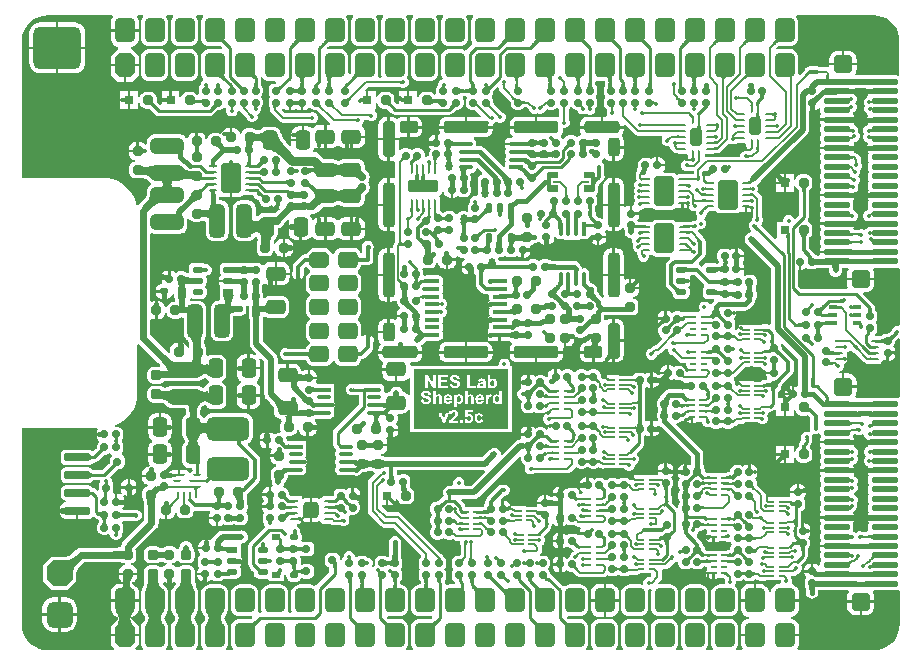
<source format=gbr>
%TF.GenerationSoftware,Altium Limited,Altium Designer,25.3.3 (18)*%
G04 Layer_Physical_Order=1*
G04 Layer_Color=255*
%FSLAX45Y45*%
%MOMM*%
%TF.SameCoordinates,3F5801E6-D28E-45E5-A6F2-2741A7385EEC*%
%TF.FilePolarity,Positive*%
%TF.FileFunction,Copper,L1,Top,Signal*%
%TF.Part,Single*%
G01*
G75*
%TA.AperFunction,SMDPad,CuDef*%
%ADD10R,0.52000X0.15000*%
G04:AMPARAMS|DCode=11|XSize=0.15mm|YSize=0.52mm|CornerRadius=0.0375mm|HoleSize=0mm|Usage=FLASHONLY|Rotation=90.000|XOffset=0mm|YOffset=0mm|HoleType=Round|Shape=RoundedRectangle|*
%AMROUNDEDRECTD11*
21,1,0.15000,0.44500,0,0,90.0*
21,1,0.07500,0.52000,0,0,90.0*
1,1,0.07500,0.22250,0.03750*
1,1,0.07500,0.22250,-0.03750*
1,1,0.07500,-0.22250,-0.03750*
1,1,0.07500,-0.22250,0.03750*
%
%ADD11ROUNDEDRECTD11*%
G04:AMPARAMS|DCode=12|XSize=0.23mm|YSize=0.7mm|CornerRadius=0.0575mm|HoleSize=0mm|Usage=FLASHONLY|Rotation=90.000|XOffset=0mm|YOffset=0mm|HoleType=Round|Shape=RoundedRectangle|*
%AMROUNDEDRECTD12*
21,1,0.23000,0.58500,0,0,90.0*
21,1,0.11500,0.70000,0,0,90.0*
1,1,0.11500,0.29250,0.05750*
1,1,0.11500,0.29250,-0.05750*
1,1,0.11500,-0.29250,-0.05750*
1,1,0.11500,-0.29250,0.05750*
%
%ADD12ROUNDEDRECTD12*%
G04:AMPARAMS|DCode=13|XSize=2.5mm|YSize=1.65mm|CornerRadius=0.165mm|HoleSize=0mm|Usage=FLASHONLY|Rotation=90.000|XOffset=0mm|YOffset=0mm|HoleType=Round|Shape=RoundedRectangle|*
%AMROUNDEDRECTD13*
21,1,2.50000,1.32000,0,0,90.0*
21,1,2.17000,1.65000,0,0,90.0*
1,1,0.33000,0.66000,1.08500*
1,1,0.33000,0.66000,-1.08500*
1,1,0.33000,-0.66000,-1.08500*
1,1,0.33000,-0.66000,1.08500*
%
%ADD13ROUNDEDRECTD13*%
%ADD14R,0.70000X0.23000*%
G04:AMPARAMS|DCode=15|XSize=0.55mm|YSize=0.8mm|CornerRadius=0.1375mm|HoleSize=0mm|Usage=FLASHONLY|Rotation=0.000|XOffset=0mm|YOffset=0mm|HoleType=Round|Shape=RoundedRectangle|*
%AMROUNDEDRECTD15*
21,1,0.55000,0.52500,0,0,0.0*
21,1,0.27500,0.80000,0,0,0.0*
1,1,0.27500,0.13750,-0.26250*
1,1,0.27500,-0.13750,-0.26250*
1,1,0.27500,-0.13750,0.26250*
1,1,0.27500,0.13750,0.26250*
%
%ADD15ROUNDEDRECTD15*%
G04:AMPARAMS|DCode=16|XSize=0.23mm|YSize=0.67mm|CornerRadius=0.0575mm|HoleSize=0mm|Usage=FLASHONLY|Rotation=90.000|XOffset=0mm|YOffset=0mm|HoleType=Round|Shape=RoundedRectangle|*
%AMROUNDEDRECTD16*
21,1,0.23000,0.55500,0,0,90.0*
21,1,0.11500,0.67000,0,0,90.0*
1,1,0.11500,0.27750,0.05750*
1,1,0.11500,0.27750,-0.05750*
1,1,0.11500,-0.27750,-0.05750*
1,1,0.11500,-0.27750,0.05750*
%
%ADD16ROUNDEDRECTD16*%
G04:AMPARAMS|DCode=17|XSize=0.23mm|YSize=0.67mm|CornerRadius=0.0575mm|HoleSize=0mm|Usage=FLASHONLY|Rotation=0.000|XOffset=0mm|YOffset=0mm|HoleType=Round|Shape=RoundedRectangle|*
%AMROUNDEDRECTD17*
21,1,0.23000,0.55500,0,0,0.0*
21,1,0.11500,0.67000,0,0,0.0*
1,1,0.11500,0.05750,-0.27750*
1,1,0.11500,-0.05750,-0.27750*
1,1,0.11500,-0.05750,0.27750*
1,1,0.11500,0.05750,0.27750*
%
%ADD17ROUNDEDRECTD17*%
G04:AMPARAMS|DCode=18|XSize=1mm|YSize=1.5mm|CornerRadius=0.25mm|HoleSize=0mm|Usage=FLASHONLY|Rotation=0.000|XOffset=0mm|YOffset=0mm|HoleType=Round|Shape=RoundedRectangle|*
%AMROUNDEDRECTD18*
21,1,1.00000,1.00000,0,0,0.0*
21,1,0.50000,1.50000,0,0,0.0*
1,1,0.50000,0.25000,-0.50000*
1,1,0.50000,-0.25000,-0.50000*
1,1,0.50000,-0.25000,0.50000*
1,1,0.50000,0.25000,0.50000*
%
%ADD18ROUNDEDRECTD18*%
G04:AMPARAMS|DCode=19|XSize=0.22mm|YSize=0.58mm|CornerRadius=0.055mm|HoleSize=0mm|Usage=FLASHONLY|Rotation=90.000|XOffset=0mm|YOffset=0mm|HoleType=Round|Shape=RoundedRectangle|*
%AMROUNDEDRECTD19*
21,1,0.22000,0.47000,0,0,90.0*
21,1,0.11000,0.58000,0,0,90.0*
1,1,0.11000,0.23500,0.05500*
1,1,0.11000,0.23500,-0.05500*
1,1,0.11000,-0.23500,-0.05500*
1,1,0.11000,-0.23500,0.05500*
%
%ADD19ROUNDEDRECTD19*%
%ADD20R,0.58000X0.22000*%
G04:AMPARAMS|DCode=21|XSize=0.35mm|YSize=1.15mm|CornerRadius=0.0875mm|HoleSize=0mm|Usage=FLASHONLY|Rotation=90.000|XOffset=0mm|YOffset=0mm|HoleType=Round|Shape=RoundedRectangle|*
%AMROUNDEDRECTD21*
21,1,0.35000,0.97500,0,0,90.0*
21,1,0.17500,1.15000,0,0,90.0*
1,1,0.17500,0.48750,0.08750*
1,1,0.17500,0.48750,-0.08750*
1,1,0.17500,-0.48750,-0.08750*
1,1,0.17500,-0.48750,0.08750*
%
%ADD21ROUNDEDRECTD21*%
%ADD22R,1.15000X0.35000*%
G04:AMPARAMS|DCode=23|XSize=0.55mm|YSize=0.9mm|CornerRadius=0.1375mm|HoleSize=0mm|Usage=FLASHONLY|Rotation=270.000|XOffset=0mm|YOffset=0mm|HoleType=Round|Shape=RoundedRectangle|*
%AMROUNDEDRECTD23*
21,1,0.55000,0.62500,0,0,270.0*
21,1,0.27500,0.90000,0,0,270.0*
1,1,0.27500,-0.31250,-0.13750*
1,1,0.27500,-0.31250,0.13750*
1,1,0.27500,0.31250,0.13750*
1,1,0.27500,0.31250,-0.13750*
%
%ADD23ROUNDEDRECTD23*%
%ADD24R,0.90000X0.55000*%
G04:AMPARAMS|DCode=25|XSize=1.4mm|YSize=1.3mm|CornerRadius=0.325mm|HoleSize=0mm|Usage=FLASHONLY|Rotation=90.000|XOffset=0mm|YOffset=0mm|HoleType=Round|Shape=RoundedRectangle|*
%AMROUNDEDRECTD25*
21,1,1.40000,0.65000,0,0,90.0*
21,1,0.75000,1.30000,0,0,90.0*
1,1,0.65000,0.32500,0.37500*
1,1,0.65000,0.32500,-0.37500*
1,1,0.65000,-0.32500,-0.37500*
1,1,0.65000,-0.32500,0.37500*
%
%ADD25ROUNDEDRECTD25*%
%ADD26R,0.70000X0.33000*%
G04:AMPARAMS|DCode=27|XSize=0.33mm|YSize=0.7mm|CornerRadius=0.0825mm|HoleSize=0mm|Usage=FLASHONLY|Rotation=270.000|XOffset=0mm|YOffset=0mm|HoleType=Round|Shape=RoundedRectangle|*
%AMROUNDEDRECTD27*
21,1,0.33000,0.53500,0,0,270.0*
21,1,0.16500,0.70000,0,0,270.0*
1,1,0.16500,-0.26750,-0.08250*
1,1,0.16500,-0.26750,0.08250*
1,1,0.16500,0.26750,0.08250*
1,1,0.16500,0.26750,-0.08250*
%
%ADD27ROUNDEDRECTD27*%
G04:AMPARAMS|DCode=28|XSize=0.25mm|YSize=0.7mm|CornerRadius=0.0625mm|HoleSize=0mm|Usage=FLASHONLY|Rotation=90.000|XOffset=0mm|YOffset=0mm|HoleType=Round|Shape=RoundedRectangle|*
%AMROUNDEDRECTD28*
21,1,0.25000,0.57500,0,0,90.0*
21,1,0.12500,0.70000,0,0,90.0*
1,1,0.12500,0.28750,0.06250*
1,1,0.12500,0.28750,-0.06250*
1,1,0.12500,-0.28750,-0.06250*
1,1,0.12500,-0.28750,0.06250*
%
%ADD28ROUNDEDRECTD28*%
%ADD29R,0.70000X0.25000*%
G04:AMPARAMS|DCode=30|XSize=0.55mm|YSize=0.8mm|CornerRadius=0.1375mm|HoleSize=0mm|Usage=FLASHONLY|Rotation=90.000|XOffset=0mm|YOffset=0mm|HoleType=Round|Shape=RoundedRectangle|*
%AMROUNDEDRECTD30*
21,1,0.55000,0.52500,0,0,90.0*
21,1,0.27500,0.80000,0,0,90.0*
1,1,0.27500,0.26250,0.13750*
1,1,0.27500,0.26250,-0.13750*
1,1,0.27500,-0.26250,-0.13750*
1,1,0.27500,-0.26250,0.13750*
%
%ADD30ROUNDEDRECTD30*%
G04:AMPARAMS|DCode=31|XSize=0.22mm|YSize=0.55mm|CornerRadius=0.055mm|HoleSize=0mm|Usage=FLASHONLY|Rotation=180.000|XOffset=0mm|YOffset=0mm|HoleType=Round|Shape=RoundedRectangle|*
%AMROUNDEDRECTD31*
21,1,0.22000,0.44000,0,0,180.0*
21,1,0.11000,0.55000,0,0,180.0*
1,1,0.11000,-0.05500,0.22000*
1,1,0.11000,0.05500,0.22000*
1,1,0.11000,0.05500,-0.22000*
1,1,0.11000,-0.05500,-0.22000*
%
%ADD31ROUNDEDRECTD31*%
G04:AMPARAMS|DCode=32|XSize=0.2mm|YSize=1mm|CornerRadius=0.05mm|HoleSize=0mm|Usage=FLASHONLY|Rotation=270.000|XOffset=0mm|YOffset=0mm|HoleType=Round|Shape=RoundedRectangle|*
%AMROUNDEDRECTD32*
21,1,0.20000,0.90000,0,0,270.0*
21,1,0.10000,1.00000,0,0,270.0*
1,1,0.10000,-0.45000,-0.05000*
1,1,0.10000,-0.45000,0.05000*
1,1,0.10000,0.45000,0.05000*
1,1,0.10000,0.45000,-0.05000*
%
%ADD32ROUNDEDRECTD32*%
G04:AMPARAMS|DCode=33|XSize=0.2mm|YSize=0.65mm|CornerRadius=0.05mm|HoleSize=0mm|Usage=FLASHONLY|Rotation=270.000|XOffset=0mm|YOffset=0mm|HoleType=Round|Shape=RoundedRectangle|*
%AMROUNDEDRECTD33*
21,1,0.20000,0.55000,0,0,270.0*
21,1,0.10000,0.65000,0,0,270.0*
1,1,0.10000,-0.27500,-0.05000*
1,1,0.10000,-0.27500,0.05000*
1,1,0.10000,0.27500,0.05000*
1,1,0.10000,0.27500,-0.05000*
%
%ADD33ROUNDEDRECTD33*%
%ADD34R,1.20000X0.35000*%
G04:AMPARAMS|DCode=35|XSize=0.35mm|YSize=1.2mm|CornerRadius=0.0875mm|HoleSize=0mm|Usage=FLASHONLY|Rotation=270.000|XOffset=0mm|YOffset=0mm|HoleType=Round|Shape=RoundedRectangle|*
%AMROUNDEDRECTD35*
21,1,0.35000,1.02500,0,0,270.0*
21,1,0.17500,1.20000,0,0,270.0*
1,1,0.17500,-0.51250,-0.08750*
1,1,0.17500,-0.51250,0.08750*
1,1,0.17500,0.51250,0.08750*
1,1,0.17500,0.51250,-0.08750*
%
%ADD35ROUNDEDRECTD35*%
G04:AMPARAMS|DCode=36|XSize=0.35mm|YSize=1.15mm|CornerRadius=0.0875mm|HoleSize=0mm|Usage=FLASHONLY|Rotation=0.000|XOffset=0mm|YOffset=0mm|HoleType=Round|Shape=RoundedRectangle|*
%AMROUNDEDRECTD36*
21,1,0.35000,0.97500,0,0,0.0*
21,1,0.17500,1.15000,0,0,0.0*
1,1,0.17500,0.08750,-0.48750*
1,1,0.17500,-0.08750,-0.48750*
1,1,0.17500,-0.08750,0.48750*
1,1,0.17500,0.08750,0.48750*
%
%ADD36ROUNDEDRECTD36*%
%ADD37R,0.35000X1.15000*%
G04:AMPARAMS|DCode=38|XSize=2.55mm|YSize=1.1mm|CornerRadius=0.275mm|HoleSize=0mm|Usage=FLASHONLY|Rotation=0.000|XOffset=0mm|YOffset=0mm|HoleType=Round|Shape=RoundedRectangle|*
%AMROUNDEDRECTD38*
21,1,2.55000,0.55000,0,0,0.0*
21,1,2.00000,1.10000,0,0,0.0*
1,1,0.55000,1.00000,-0.27500*
1,1,0.55000,-1.00000,-0.27500*
1,1,0.55000,-1.00000,0.27500*
1,1,0.55000,1.00000,0.27500*
%
%ADD38ROUNDEDRECTD38*%
G04:AMPARAMS|DCode=39|XSize=0.23mm|YSize=0.85mm|CornerRadius=0.0575mm|HoleSize=0mm|Usage=FLASHONLY|Rotation=0.000|XOffset=0mm|YOffset=0mm|HoleType=Round|Shape=RoundedRectangle|*
%AMROUNDEDRECTD39*
21,1,0.23000,0.73500,0,0,0.0*
21,1,0.11500,0.85000,0,0,0.0*
1,1,0.11500,0.05750,-0.36750*
1,1,0.11500,-0.05750,-0.36750*
1,1,0.11500,-0.05750,0.36750*
1,1,0.11500,0.05750,0.36750*
%
%ADD39ROUNDEDRECTD39*%
%ADD40R,0.23000X0.85000*%
%ADD41O,0.60000X0.80000*%
G04:AMPARAMS|DCode=42|XSize=0.6mm|YSize=0.7mm|CornerRadius=0.15mm|HoleSize=0mm|Usage=FLASHONLY|Rotation=180.000|XOffset=0mm|YOffset=0mm|HoleType=Round|Shape=RoundedRectangle|*
%AMROUNDEDRECTD42*
21,1,0.60000,0.40000,0,0,180.0*
21,1,0.30000,0.70000,0,0,180.0*
1,1,0.30000,-0.15000,0.20000*
1,1,0.30000,0.15000,0.20000*
1,1,0.30000,0.15000,-0.20000*
1,1,0.30000,-0.15000,-0.20000*
%
%ADD42ROUNDEDRECTD42*%
G04:AMPARAMS|DCode=43|XSize=0.6mm|YSize=0.7mm|CornerRadius=0.15mm|HoleSize=0mm|Usage=FLASHONLY|Rotation=90.000|XOffset=0mm|YOffset=0mm|HoleType=Round|Shape=RoundedRectangle|*
%AMROUNDEDRECTD43*
21,1,0.60000,0.40000,0,0,90.0*
21,1,0.30000,0.70000,0,0,90.0*
1,1,0.30000,0.20000,0.15000*
1,1,0.30000,0.20000,-0.15000*
1,1,0.30000,-0.20000,-0.15000*
1,1,0.30000,-0.20000,0.15000*
%
%ADD43ROUNDEDRECTD43*%
G04:AMPARAMS|DCode=44|XSize=0.6mm|YSize=0.6mm|CornerRadius=0.15mm|HoleSize=0mm|Usage=FLASHONLY|Rotation=0.000|XOffset=0mm|YOffset=0mm|HoleType=Round|Shape=RoundedRectangle|*
%AMROUNDEDRECTD44*
21,1,0.60000,0.30000,0,0,0.0*
21,1,0.30000,0.60000,0,0,0.0*
1,1,0.30000,0.15000,-0.15000*
1,1,0.30000,-0.15000,-0.15000*
1,1,0.30000,-0.15000,0.15000*
1,1,0.30000,0.15000,0.15000*
%
%ADD44ROUNDEDRECTD44*%
G04:AMPARAMS|DCode=45|XSize=0.6mm|YSize=0.6mm|CornerRadius=0.15mm|HoleSize=0mm|Usage=FLASHONLY|Rotation=270.000|XOffset=0mm|YOffset=0mm|HoleType=Round|Shape=RoundedRectangle|*
%AMROUNDEDRECTD45*
21,1,0.60000,0.30000,0,0,270.0*
21,1,0.30000,0.60000,0,0,270.0*
1,1,0.30000,-0.15000,-0.15000*
1,1,0.30000,-0.15000,0.15000*
1,1,0.30000,0.15000,0.15000*
1,1,0.30000,0.15000,-0.15000*
%
%ADD45ROUNDEDRECTD45*%
G04:AMPARAMS|DCode=46|XSize=0.9mm|YSize=0.8mm|CornerRadius=0.2mm|HoleSize=0mm|Usage=FLASHONLY|Rotation=180.000|XOffset=0mm|YOffset=0mm|HoleType=Round|Shape=RoundedRectangle|*
%AMROUNDEDRECTD46*
21,1,0.90000,0.40000,0,0,180.0*
21,1,0.50000,0.80000,0,0,180.0*
1,1,0.40000,-0.25000,0.20000*
1,1,0.40000,0.25000,0.20000*
1,1,0.40000,0.25000,-0.20000*
1,1,0.40000,-0.25000,-0.20000*
%
%ADD46ROUNDEDRECTD46*%
%ADD47R,0.70000X0.24000*%
%ADD48O,0.30000X1.70000*%
G04:AMPARAMS|DCode=49|XSize=2.2mm|YSize=0.5mm|CornerRadius=0.125mm|HoleSize=0mm|Usage=FLASHONLY|Rotation=180.000|XOffset=0mm|YOffset=0mm|HoleType=Round|Shape=RoundedRectangle|*
%AMROUNDEDRECTD49*
21,1,2.20000,0.25000,0,0,180.0*
21,1,1.95000,0.50000,0,0,180.0*
1,1,0.25000,-0.97500,0.12500*
1,1,0.25000,0.97500,0.12500*
1,1,0.25000,0.97500,-0.12500*
1,1,0.25000,-0.97500,-0.12500*
%
%ADD49ROUNDEDRECTD49*%
G04:AMPARAMS|DCode=50|XSize=2.2mm|YSize=0.7mm|CornerRadius=0.175mm|HoleSize=0mm|Usage=FLASHONLY|Rotation=180.000|XOffset=0mm|YOffset=0mm|HoleType=Round|Shape=RoundedRectangle|*
%AMROUNDEDRECTD50*
21,1,2.20000,0.35000,0,0,180.0*
21,1,1.85000,0.70000,0,0,180.0*
1,1,0.35000,-0.92500,0.17500*
1,1,0.35000,0.92500,0.17500*
1,1,0.35000,0.92500,-0.17500*
1,1,0.35000,-0.92500,-0.17500*
%
%ADD50ROUNDEDRECTD50*%
%TA.AperFunction,SMDPad,SMDef*%
%ADD51C,0.30000*%
%TA.AperFunction,SMDPad,CuDef*%
G04:AMPARAMS|DCode=52|XSize=3mm|YSize=1mm|CornerRadius=0.25mm|HoleSize=0mm|Usage=FLASHONLY|Rotation=90.000|XOffset=0mm|YOffset=0mm|HoleType=Round|Shape=RoundedRectangle|*
%AMROUNDEDRECTD52*
21,1,3.00000,0.50000,0,0,90.0*
21,1,2.50000,1.00000,0,0,90.0*
1,1,0.50000,0.25000,1.25000*
1,1,0.50000,0.25000,-1.25000*
1,1,0.50000,-0.25000,-1.25000*
1,1,0.50000,-0.25000,1.25000*
%
%ADD52ROUNDEDRECTD52*%
%TA.AperFunction,SMDPad,SMDef*%
G04:AMPARAMS|DCode=53|XSize=3.8mm|YSize=1mm|CornerRadius=0.25mm|HoleSize=0mm|Usage=FLASHONLY|Rotation=90.000|XOffset=0mm|YOffset=0mm|HoleType=Round|Shape=RoundedRectangle|*
%AMROUNDEDRECTD53*
21,1,3.80000,0.50000,0,0,90.0*
21,1,3.30000,1.00000,0,0,90.0*
1,1,0.50000,0.25000,1.65000*
1,1,0.50000,0.25000,-1.65000*
1,1,0.50000,-0.25000,-1.65000*
1,1,0.50000,-0.25000,1.65000*
%
%ADD53ROUNDEDRECTD53*%
%TA.AperFunction,SMDPad,CuDef*%
G04:AMPARAMS|DCode=54|XSize=1.6mm|YSize=1mm|CornerRadius=0.25mm|HoleSize=0mm|Usage=FLASHONLY|Rotation=180.000|XOffset=0mm|YOffset=0mm|HoleType=Round|Shape=RoundedRectangle|*
%AMROUNDEDRECTD54*
21,1,1.60000,0.50000,0,0,180.0*
21,1,1.10000,1.00000,0,0,180.0*
1,1,0.50000,-0.55000,0.25000*
1,1,0.50000,0.55000,0.25000*
1,1,0.50000,0.55000,-0.25000*
1,1,0.50000,-0.55000,-0.25000*
%
%ADD54ROUNDEDRECTD54*%
G04:AMPARAMS|DCode=55|XSize=3mm|YSize=1mm|CornerRadius=0.25mm|HoleSize=0mm|Usage=FLASHONLY|Rotation=0.000|XOffset=0mm|YOffset=0mm|HoleType=Round|Shape=RoundedRectangle|*
%AMROUNDEDRECTD55*
21,1,3.00000,0.50000,0,0,0.0*
21,1,2.50000,1.00000,0,0,0.0*
1,1,0.50000,1.25000,-0.25000*
1,1,0.50000,-1.25000,-0.25000*
1,1,0.50000,-1.25000,0.25000*
1,1,0.50000,1.25000,0.25000*
%
%ADD55ROUNDEDRECTD55*%
%TA.AperFunction,SMDPad,SMDef*%
G04:AMPARAMS|DCode=56|XSize=3.8mm|YSize=1mm|CornerRadius=0.25mm|HoleSize=0mm|Usage=FLASHONLY|Rotation=0.000|XOffset=0mm|YOffset=0mm|HoleType=Round|Shape=RoundedRectangle|*
%AMROUNDEDRECTD56*
21,1,3.80000,0.50000,0,0,0.0*
21,1,3.30000,1.00000,0,0,0.0*
1,1,0.50000,1.65000,-0.25000*
1,1,0.50000,-1.65000,-0.25000*
1,1,0.50000,-1.65000,0.25000*
1,1,0.50000,1.65000,0.25000*
%
%ADD56ROUNDEDRECTD56*%
%TA.AperFunction,SMDPad,CuDef*%
G04:AMPARAMS|DCode=57|XSize=1.6mm|YSize=1mm|CornerRadius=0.25mm|HoleSize=0mm|Usage=FLASHONLY|Rotation=90.000|XOffset=0mm|YOffset=0mm|HoleType=Round|Shape=RoundedRectangle|*
%AMROUNDEDRECTD57*
21,1,1.60000,0.50000,0,0,90.0*
21,1,1.10000,1.00000,0,0,90.0*
1,1,0.50000,0.25000,0.55000*
1,1,0.50000,0.25000,-0.55000*
1,1,0.50000,-0.25000,-0.55000*
1,1,0.50000,-0.25000,0.55000*
%
%ADD57ROUNDEDRECTD57*%
G04:AMPARAMS|DCode=58|XSize=2.8mm|YSize=1.3mm|CornerRadius=0.325mm|HoleSize=0mm|Usage=FLASHONLY|Rotation=90.000|XOffset=0mm|YOffset=0mm|HoleType=Round|Shape=RoundedRectangle|*
%AMROUNDEDRECTD58*
21,1,2.80000,0.65000,0,0,90.0*
21,1,2.15000,1.30000,0,0,90.0*
1,1,0.65000,0.32500,1.07500*
1,1,0.65000,0.32500,-1.07500*
1,1,0.65000,-0.32500,-1.07500*
1,1,0.65000,-0.32500,1.07500*
%
%ADD58ROUNDEDRECTD58*%
G04:AMPARAMS|DCode=59|XSize=2.8mm|YSize=1.3mm|CornerRadius=0.325mm|HoleSize=0mm|Usage=FLASHONLY|Rotation=0.000|XOffset=0mm|YOffset=0mm|HoleType=Round|Shape=RoundedRectangle|*
%AMROUNDEDRECTD59*
21,1,2.80000,0.65000,0,0,0.0*
21,1,2.15000,1.30000,0,0,0.0*
1,1,0.65000,1.07500,-0.32500*
1,1,0.65000,-1.07500,-0.32500*
1,1,0.65000,-1.07500,0.32500*
1,1,0.65000,1.07500,0.32500*
%
%ADD59ROUNDEDRECTD59*%
G04:AMPARAMS|DCode=60|XSize=3.6mm|YSize=2mm|CornerRadius=0.5mm|HoleSize=0mm|Usage=FLASHONLY|Rotation=180.000|XOffset=0mm|YOffset=0mm|HoleType=Round|Shape=RoundedRectangle|*
%AMROUNDEDRECTD60*
21,1,3.60000,1.00000,0,0,180.0*
21,1,2.60000,2.00000,0,0,180.0*
1,1,1.00000,-1.30000,0.50000*
1,1,1.00000,1.30000,0.50000*
1,1,1.00000,1.30000,-0.50000*
1,1,1.00000,-1.30000,-0.50000*
%
%ADD60ROUNDEDRECTD60*%
%ADD61R,0.80000X0.80000*%
G04:AMPARAMS|DCode=62|XSize=0.8mm|YSize=0.8mm|CornerRadius=0.2mm|HoleSize=0mm|Usage=FLASHONLY|Rotation=90.000|XOffset=0mm|YOffset=0mm|HoleType=Round|Shape=RoundedRectangle|*
%AMROUNDEDRECTD62*
21,1,0.80000,0.40000,0,0,90.0*
21,1,0.40000,0.80000,0,0,90.0*
1,1,0.40000,0.20000,0.20000*
1,1,0.40000,0.20000,-0.20000*
1,1,0.40000,-0.20000,-0.20000*
1,1,0.40000,-0.20000,0.20000*
%
%ADD62ROUNDEDRECTD62*%
%ADD63R,0.70000X0.50000*%
G04:AMPARAMS|DCode=64|XSize=0.5mm|YSize=0.7mm|CornerRadius=0.125mm|HoleSize=0mm|Usage=FLASHONLY|Rotation=90.000|XOffset=0mm|YOffset=0mm|HoleType=Round|Shape=RoundedRectangle|*
%AMROUNDEDRECTD64*
21,1,0.50000,0.45000,0,0,90.0*
21,1,0.25000,0.70000,0,0,90.0*
1,1,0.25000,0.22500,0.12500*
1,1,0.25000,0.22500,-0.12500*
1,1,0.25000,-0.22500,-0.12500*
1,1,0.25000,-0.22500,0.12500*
%
%ADD64ROUNDEDRECTD64*%
G04:AMPARAMS|DCode=65|XSize=0.8mm|YSize=0.8mm|CornerRadius=0.2mm|HoleSize=0mm|Usage=FLASHONLY|Rotation=180.000|XOffset=0mm|YOffset=0mm|HoleType=Round|Shape=RoundedRectangle|*
%AMROUNDEDRECTD65*
21,1,0.80000,0.40000,0,0,180.0*
21,1,0.40000,0.80000,0,0,180.0*
1,1,0.40000,-0.20000,0.20000*
1,1,0.40000,0.20000,0.20000*
1,1,0.40000,0.20000,-0.20000*
1,1,0.40000,-0.20000,-0.20000*
%
%ADD65ROUNDEDRECTD65*%
G04:AMPARAMS|DCode=66|XSize=1.65mm|YSize=1.25mm|CornerRadius=0.3125mm|HoleSize=0mm|Usage=FLASHONLY|Rotation=0.000|XOffset=0mm|YOffset=0mm|HoleType=Round|Shape=RoundedRectangle|*
%AMROUNDEDRECTD66*
21,1,1.65000,0.62500,0,0,0.0*
21,1,1.02500,1.25000,0,0,0.0*
1,1,0.62500,0.51250,-0.31250*
1,1,0.62500,-0.51250,-0.31250*
1,1,0.62500,-0.51250,0.31250*
1,1,0.62500,0.51250,0.31250*
%
%ADD66ROUNDEDRECTD66*%
G04:AMPARAMS|DCode=67|XSize=1.65mm|YSize=1.25mm|CornerRadius=0.3125mm|HoleSize=0mm|Usage=FLASHONLY|Rotation=270.000|XOffset=0mm|YOffset=0mm|HoleType=Round|Shape=RoundedRectangle|*
%AMROUNDEDRECTD67*
21,1,1.65000,0.62500,0,0,270.0*
21,1,1.02500,1.25000,0,0,270.0*
1,1,0.62500,-0.31250,-0.51250*
1,1,0.62500,-0.31250,0.51250*
1,1,0.62500,0.31250,0.51250*
1,1,0.62500,0.31250,-0.51250*
%
%ADD67ROUNDEDRECTD67*%
%TA.AperFunction,Conductor*%
%ADD68C,0.40000*%
%ADD69C,0.30000*%
%ADD70C,0.25000*%
%TA.AperFunction,NonConductor*%
%ADD71C,0.30000*%
%TA.AperFunction,Conductor*%
%ADD72C,0.15000*%
%ADD73C,0.20000*%
%ADD74C,0.50000*%
%ADD75C,0.35000*%
%ADD76C,0.60000*%
%ADD77C,0.80000*%
%ADD78C,0.22000*%
%ADD79C,0.23000*%
%ADD80C,0.70000*%
%TA.AperFunction,ComponentPad*%
G04:AMPARAMS|DCode=81|XSize=1.55mm|YSize=1.6mm|CornerRadius=0.3875mm|HoleSize=0mm|Usage=FLASHONLY|Rotation=270.000|XOffset=0mm|YOffset=0mm|HoleType=Round|Shape=RoundedRectangle|*
%AMROUNDEDRECTD81*
21,1,1.55000,0.82500,0,0,270.0*
21,1,0.77500,1.60000,0,0,270.0*
1,1,0.77500,-0.41250,-0.38750*
1,1,0.77500,-0.41250,0.38750*
1,1,0.77500,0.41250,0.38750*
1,1,0.77500,0.41250,-0.38750*
%
%ADD81ROUNDEDRECTD81*%
G04:AMPARAMS|DCode=82|XSize=1.7mm|YSize=2.1mm|CornerRadius=0mm|HoleSize=0mm|Usage=FLASHONLY|Rotation=0.000|XOffset=0mm|YOffset=0mm|HoleType=Round|Shape=Octagon|*
%AMOCTAGOND82*
4,1,8,-0.42500,1.05000,0.42500,1.05000,0.85000,0.62500,0.85000,-0.62500,0.42500,-1.05000,-0.42500,-1.05000,-0.85000,-0.62500,-0.85000,0.62500,-0.42500,1.05000,0.0*
%
%ADD82OCTAGOND82*%

G04:AMPARAMS|DCode=83|XSize=1.7mm|YSize=2.1mm|CornerRadius=0.425mm|HoleSize=0mm|Usage=FLASHONLY|Rotation=0.000|XOffset=0mm|YOffset=0mm|HoleType=Round|Shape=RoundedRectangle|*
%AMROUNDEDRECTD83*
21,1,1.70000,1.25001,0,0,0.0*
21,1,0.85000,2.10000,0,0,0.0*
1,1,0.85000,0.42500,-0.62500*
1,1,0.85000,-0.42500,-0.62500*
1,1,0.85000,-0.42500,0.62500*
1,1,0.85000,0.42500,0.62500*
%
%ADD83ROUNDEDRECTD83*%
G04:AMPARAMS|DCode=84|XSize=1.4mm|YSize=1.7mm|CornerRadius=0.35mm|HoleSize=0mm|Usage=FLASHONLY|Rotation=270.000|XOffset=0mm|YOffset=0mm|HoleType=Round|Shape=RoundedRectangle|*
%AMROUNDEDRECTD84*
21,1,1.40000,1.00000,0,0,270.0*
21,1,0.70000,1.70000,0,0,270.0*
1,1,0.70000,-0.50000,-0.35000*
1,1,0.70000,-0.50000,0.35000*
1,1,0.70000,0.50000,0.35000*
1,1,0.70000,0.50000,-0.35000*
%
%ADD84ROUNDEDRECTD84*%
G04:AMPARAMS|DCode=85|XSize=1.4mm|YSize=1.7mm|CornerRadius=0mm|HoleSize=0mm|Usage=FLASHONLY|Rotation=270.000|XOffset=0mm|YOffset=0mm|HoleType=Round|Shape=Octagon|*
%AMOCTAGOND85*
4,1,8,0.85000,0.35000,0.85000,-0.35000,0.50000,-0.70000,-0.50000,-0.70000,-0.85000,-0.35000,-0.85000,0.35000,-0.50000,0.70000,0.50000,0.70000,0.85000,0.35000,0.0*
%
%ADD85OCTAGOND85*%

G04:AMPARAMS|DCode=86|XSize=4mm|YSize=3.6mm|CornerRadius=0.54mm|HoleSize=0mm|Usage=FLASHONLY|Rotation=0.000|XOffset=0mm|YOffset=0mm|HoleType=Round|Shape=RoundedRectangle|*
%AMROUNDEDRECTD86*
21,1,4.00000,2.52000,0,0,0.0*
21,1,2.92000,3.60000,0,0,0.0*
1,1,1.08000,1.46000,-1.26000*
1,1,1.08000,-1.46000,-1.26000*
1,1,1.08000,-1.46000,1.26000*
1,1,1.08000,1.46000,1.26000*
%
%ADD86ROUNDEDRECTD86*%
G04:AMPARAMS|DCode=87|XSize=2.2mm|YSize=2.2mm|CornerRadius=0.55mm|HoleSize=0mm|Usage=FLASHONLY|Rotation=270.000|XOffset=0mm|YOffset=0mm|HoleType=Round|Shape=RoundedRectangle|*
%AMROUNDEDRECTD87*
21,1,2.20000,1.10000,0,0,270.0*
21,1,1.10000,2.20000,0,0,270.0*
1,1,1.10000,-0.55000,-0.55000*
1,1,1.10000,-0.55000,0.55000*
1,1,1.10000,0.55000,0.55000*
1,1,1.10000,0.55000,-0.55000*
%
%ADD87ROUNDEDRECTD87*%
G04:AMPARAMS|DCode=88|XSize=2.2mm|YSize=2.2mm|CornerRadius=0mm|HoleSize=0mm|Usage=FLASHONLY|Rotation=270.000|XOffset=0mm|YOffset=0mm|HoleType=Round|Shape=Octagon|*
%AMOCTAGOND88*
4,1,8,-0.55000,-1.10000,0.55000,-1.10000,1.10000,-0.55000,1.10000,0.55000,0.55000,1.10000,-0.55000,1.10000,-1.10000,0.55000,-1.10000,-0.55000,-0.55000,-1.10000,0.0*
%
%ADD88OCTAGOND88*%

%TA.AperFunction,ViaPad*%
%ADD89C,0.35000*%
%ADD90C,0.60000*%
G36*
X5274707Y5189477D02*
X5272233Y5190338D01*
X5269478Y5190567D01*
X5266441Y5190163D01*
X5263123Y5189126D01*
X5259523Y5187457D01*
X5255641Y5185155D01*
X5251477Y5182220D01*
X5247032Y5178653D01*
X5237297Y5169620D01*
X5223896Y5191574D01*
X5228688Y5196539D01*
X5236778Y5206019D01*
X5240076Y5210533D01*
X5242876Y5214897D01*
X5245178Y5219110D01*
X5246982Y5223172D01*
X5248288Y5227084D01*
X5249096Y5230845D01*
X5249406Y5234456D01*
X5274707Y5189477D01*
D02*
G37*
G36*
X7565458Y5187877D02*
X7563178Y5188245D01*
X7560713Y5188149D01*
X7558062Y5187590D01*
X7555226Y5186566D01*
X7552205Y5185078D01*
X7548999Y5183127D01*
X7545608Y5180711D01*
X7542032Y5177832D01*
X7534324Y5170682D01*
X7520182Y5184824D01*
X7523989Y5188770D01*
X7530212Y5196108D01*
X7532627Y5199499D01*
X7534578Y5202705D01*
X7536066Y5205726D01*
X7537090Y5208562D01*
X7537649Y5211212D01*
X7537745Y5213678D01*
X7537377Y5215958D01*
X7565458Y5187877D01*
D02*
G37*
G36*
X7311458D02*
X7309178Y5188245D01*
X7306713Y5188149D01*
X7304062Y5187590D01*
X7301226Y5186566D01*
X7298205Y5185078D01*
X7294999Y5183127D01*
X7291608Y5180711D01*
X7288032Y5177832D01*
X7280324Y5170682D01*
X7266182Y5184824D01*
X7269989Y5188770D01*
X7276212Y5196108D01*
X7278627Y5199499D01*
X7280578Y5202705D01*
X7282066Y5205726D01*
X7283090Y5208562D01*
X7283649Y5211212D01*
X7283745Y5213678D01*
X7283377Y5215958D01*
X7311458Y5187877D01*
D02*
G37*
G36*
X7057458D02*
X7055178Y5188245D01*
X7052713Y5188149D01*
X7050062Y5187590D01*
X7047226Y5186566D01*
X7044205Y5185078D01*
X7040999Y5183127D01*
X7037608Y5180711D01*
X7034032Y5177832D01*
X7026324Y5170682D01*
X7012182Y5184824D01*
X7015989Y5188770D01*
X7022212Y5196108D01*
X7024627Y5199499D01*
X7026578Y5202705D01*
X7028066Y5205726D01*
X7029090Y5208562D01*
X7029649Y5211212D01*
X7029745Y5213678D01*
X7029377Y5215958D01*
X7057458Y5187877D01*
D02*
G37*
G36*
X6809117Y5186535D02*
X6805817Y5186542D01*
X6802366Y5186050D01*
X6798764Y5185058D01*
X6795012Y5183568D01*
X6791108Y5181579D01*
X6787053Y5179090D01*
X6782847Y5176103D01*
X6778491Y5172617D01*
X6769325Y5164147D01*
X6751647Y5181824D01*
X6756132Y5186483D01*
X6763603Y5195347D01*
X6766591Y5199553D01*
X6769079Y5203608D01*
X6771068Y5207511D01*
X6772559Y5211264D01*
X6773550Y5214866D01*
X6774042Y5218317D01*
X6774035Y5221617D01*
X6809117Y5186535D01*
D02*
G37*
G36*
X5539117D02*
X5535817Y5186542D01*
X5532366Y5186050D01*
X5528764Y5185058D01*
X5525012Y5183568D01*
X5521108Y5181579D01*
X5517053Y5179090D01*
X5512847Y5176103D01*
X5508491Y5172617D01*
X5499325Y5164147D01*
X5481647Y5181824D01*
X5486132Y5186483D01*
X5493603Y5195347D01*
X5496591Y5199553D01*
X5499079Y5203608D01*
X5501068Y5207511D01*
X5502559Y5211264D01*
X5503550Y5214866D01*
X5504042Y5218317D01*
X5504035Y5221617D01*
X5539117Y5186535D01*
D02*
G37*
G36*
X3761117D02*
X3757817Y5186542D01*
X3754366Y5186050D01*
X3750764Y5185058D01*
X3747012Y5183568D01*
X3743108Y5181579D01*
X3739053Y5179090D01*
X3734847Y5176103D01*
X3730491Y5172617D01*
X3721325Y5164147D01*
X3703647Y5181824D01*
X3708132Y5186483D01*
X3715603Y5195347D01*
X3718591Y5199553D01*
X3721079Y5203608D01*
X3723069Y5207511D01*
X3724559Y5211264D01*
X3725550Y5214866D01*
X3726042Y5218317D01*
X3726035Y5221617D01*
X3761117Y5186535D01*
D02*
G37*
G36*
X3507117D02*
X3503817Y5186542D01*
X3500366Y5186050D01*
X3496764Y5185058D01*
X3493012Y5183568D01*
X3489108Y5181579D01*
X3485053Y5179090D01*
X3480847Y5176103D01*
X3476491Y5172617D01*
X3467325Y5164147D01*
X3449647Y5181824D01*
X3454132Y5186483D01*
X3461603Y5195347D01*
X3464591Y5199553D01*
X3467079Y5203608D01*
X3469068Y5207511D01*
X3470559Y5211264D01*
X3471550Y5214866D01*
X3472042Y5218317D01*
X3472035Y5221617D01*
X3507117Y5186535D01*
D02*
G37*
G36*
X6433958Y5218317D02*
X6434450Y5214866D01*
X6435441Y5211264D01*
X6436932Y5207511D01*
X6438921Y5203608D01*
X6441409Y5199553D01*
X6444397Y5195347D01*
X6447883Y5190990D01*
X6456353Y5181824D01*
X6438675Y5164147D01*
X6434017Y5168631D01*
X6425153Y5176103D01*
X6420947Y5179090D01*
X6416892Y5181579D01*
X6412988Y5183568D01*
X6409236Y5185058D01*
X6405634Y5186050D01*
X6402183Y5186542D01*
X6398883Y5186535D01*
X6433965Y5221617D01*
X6433958Y5218317D01*
D02*
G37*
G36*
X6179958D02*
X6180450Y5214866D01*
X6181441Y5211264D01*
X6182932Y5207511D01*
X6184921Y5203608D01*
X6187409Y5199553D01*
X6190397Y5195347D01*
X6193883Y5190990D01*
X6202353Y5181824D01*
X6184675Y5164147D01*
X6180017Y5168631D01*
X6171153Y5176103D01*
X6166947Y5179090D01*
X6162892Y5181579D01*
X6158988Y5183568D01*
X6155236Y5185058D01*
X6151634Y5186050D01*
X6148183Y5186542D01*
X6144883Y5186535D01*
X6179965Y5221617D01*
X6179958Y5218317D01*
D02*
G37*
G36*
X5925958D02*
X5926450Y5214866D01*
X5927441Y5211264D01*
X5928932Y5207511D01*
X5930921Y5203608D01*
X5933409Y5199553D01*
X5936397Y5195347D01*
X5939883Y5190990D01*
X5948353Y5181824D01*
X5930675Y5164147D01*
X5926017Y5168631D01*
X5917153Y5176103D01*
X5912947Y5179090D01*
X5908892Y5181579D01*
X5904988Y5183568D01*
X5901236Y5185058D01*
X5897634Y5186050D01*
X5894183Y5186542D01*
X5890883Y5186535D01*
X5925965Y5221617D01*
X5925958Y5218317D01*
D02*
G37*
G36*
X2877958D02*
X2878450Y5214866D01*
X2879441Y5211264D01*
X2880931Y5207511D01*
X2882921Y5203608D01*
X2885409Y5199553D01*
X2888397Y5195347D01*
X2891883Y5190990D01*
X2900353Y5181824D01*
X2882675Y5164147D01*
X2878017Y5168631D01*
X2869153Y5176103D01*
X2864947Y5179090D01*
X2860892Y5181579D01*
X2856988Y5183568D01*
X2853236Y5185058D01*
X2849634Y5186050D01*
X2846183Y5186542D01*
X2842883Y5186535D01*
X2877965Y5221617D01*
X2877958Y5218317D01*
D02*
G37*
G36*
X8412706Y5414943D02*
X8445066Y5407174D01*
X8475813Y5394438D01*
X8504188Y5377050D01*
X8529494Y5355436D01*
X8551108Y5330130D01*
X8568496Y5301755D01*
X8581232Y5271008D01*
X8589001Y5238648D01*
X8590453Y5220198D01*
X8591113Y5205471D01*
X8591116Y5205460D01*
X8591116Y5190471D01*
X8591124Y4916824D01*
X8576124Y4908321D01*
X8563500Y4910832D01*
X8368500D01*
X8366699Y4910474D01*
X8223318D01*
X8215921Y4925474D01*
X8218670Y4929057D01*
X8226101Y4946997D01*
X8228636Y4966250D01*
Y4995000D01*
X8113000D01*
X7997364D01*
Y4986491D01*
X7983134Y4978262D01*
X7982364Y4978324D01*
X7970000Y4980784D01*
X7969999Y4980784D01*
X7909961D01*
X7907558Y4982389D01*
X7903126Y4983271D01*
X7898951Y4985000D01*
X7894432D01*
X7890000Y4985882D01*
X7830000D01*
X7825568Y4985000D01*
X7821049D01*
X7816874Y4983271D01*
X7812442Y4982389D01*
X7808684Y4979878D01*
X7804510Y4978149D01*
X7801315Y4974954D01*
X7797557Y4972443D01*
X7795046Y4968686D01*
X7791851Y4965490D01*
X7790122Y4961316D01*
X7787611Y4957558D01*
X7787133Y4955153D01*
X7778733Y4946409D01*
X7748394Y4916071D01*
X7734187Y4923078D01*
X7735625Y4934000D01*
Y5059000D01*
X7733134Y5077927D01*
X7725828Y5095563D01*
X7714208Y5110708D01*
X7699063Y5122329D01*
X7681426Y5129634D01*
X7662500Y5132126D01*
X7577500D01*
X7558574Y5129634D01*
X7557635Y5129245D01*
X7549138Y5141962D01*
X7559374Y5152197D01*
X7562048Y5154678D01*
X7564088Y5156320D01*
X7564467Y5156590D01*
X7577500Y5154874D01*
X7662500D01*
X7681426Y5157366D01*
X7699063Y5164671D01*
X7714208Y5176292D01*
X7725828Y5191437D01*
X7733134Y5209073D01*
X7735625Y5228000D01*
Y5353000D01*
X7733134Y5371927D01*
X7725828Y5389563D01*
X7716243Y5402056D01*
X7718972Y5411590D01*
X7722756Y5417056D01*
X8379531D01*
X8381325Y5417413D01*
X8412706Y5414943D01*
D02*
G37*
G36*
X4981028Y5411590D02*
X4983757Y5402056D01*
X4974172Y5389563D01*
X4966866Y5371927D01*
X4964375Y5353000D01*
Y5228000D01*
X4966866Y5209073D01*
X4974172Y5191437D01*
X4972859Y5174141D01*
X4924356Y5125637D01*
X4922451Y5122786D01*
X4907651Y5120342D01*
X4905063Y5122329D01*
X4887426Y5129634D01*
X4868500Y5132126D01*
X4783500D01*
X4764574Y5129634D01*
X4746937Y5122329D01*
X4731792Y5110708D01*
X4720172Y5095563D01*
X4712866Y5077927D01*
X4710375Y5059000D01*
Y4934000D01*
X4712866Y4915073D01*
X4720172Y4897437D01*
X4725843Y4890046D01*
X4724123Y4883729D01*
X4719245Y4874004D01*
X4704301Y4867814D01*
X4690939Y4854452D01*
X4683707Y4836994D01*
Y4828212D01*
X4682557Y4827443D01*
X4672611Y4812558D01*
X4669119Y4795000D01*
Y4765000D01*
X4670100Y4760068D01*
X4660818Y4746380D01*
X4657265Y4745453D01*
X4651982Y4747168D01*
X4646048Y4756048D01*
X4629509Y4767099D01*
X4610000Y4770980D01*
X4570000D01*
X4550491Y4767099D01*
X4533952Y4756048D01*
X4522901Y4739509D01*
X4520000Y4724923D01*
X4505000Y4726400D01*
Y4775000D01*
X4440000D01*
Y4700000D01*
X4430000D01*
Y4690000D01*
X4355000D01*
Y4663332D01*
X4337949D01*
X4322540Y4678741D01*
X4316645Y4685609D01*
X4314414Y4688630D01*
X4312566Y4691467D01*
X4311294Y4693755D01*
X4310980Y4694446D01*
Y4720000D01*
X4307099Y4739509D01*
X4296048Y4756048D01*
X4279509Y4767099D01*
X4260000Y4770980D01*
X4220000D01*
X4200491Y4767099D01*
X4183952Y4756048D01*
X4172901Y4739509D01*
X4170000Y4724923D01*
X4155000Y4726400D01*
Y4775000D01*
X4090000D01*
Y4700000D01*
X4070000D01*
Y4780492D01*
X4066534Y4788858D01*
X4086893Y4809216D01*
X4364337D01*
X4367626Y4807854D01*
X4367786Y4807747D01*
X4367975Y4807710D01*
X4380552Y4802500D01*
X4399448D01*
X4416907Y4809732D01*
X4430269Y4823093D01*
X4437500Y4840552D01*
Y4859448D01*
X4430269Y4876906D01*
X4417711Y4889464D01*
X4423828Y4897437D01*
X4431134Y4915073D01*
X4433625Y4934000D01*
Y5059000D01*
X4431134Y5077927D01*
X4423828Y5095563D01*
X4412208Y5110708D01*
X4397063Y5122329D01*
X4379426Y5129634D01*
X4360500Y5132126D01*
X4275500D01*
X4256574Y5129634D01*
X4238937Y5122329D01*
X4223792Y5110708D01*
X4212172Y5095563D01*
X4204866Y5077927D01*
X4202375Y5059000D01*
Y4934000D01*
X4204866Y4915073D01*
X4208714Y4905784D01*
X4199227Y4890783D01*
X4182773D01*
X4173286Y4905784D01*
X4177134Y4915073D01*
X4179625Y4934000D01*
Y5059000D01*
X4177134Y5077927D01*
X4169828Y5095563D01*
X4158208Y5110708D01*
X4143063Y5122329D01*
X4125426Y5129634D01*
X4106500Y5132126D01*
X4021500D01*
X4002574Y5129634D01*
X3984937Y5122329D01*
X3969792Y5110708D01*
X3958172Y5095563D01*
X3950866Y5077927D01*
X3948375Y5059000D01*
Y4934000D01*
X3948384Y4933931D01*
X3947806Y4932589D01*
X3946743Y4930593D01*
X3945189Y4928121D01*
X3943334Y4925542D01*
X3938961Y4920374D01*
X3936903Y4920280D01*
X3924734Y4927228D01*
X3925625Y4934000D01*
Y5059000D01*
X3923134Y5077927D01*
X3915828Y5095563D01*
X3904208Y5110708D01*
X3889063Y5122329D01*
X3871426Y5129634D01*
X3852500Y5132126D01*
X3767500D01*
X3752091Y5130097D01*
X3745394Y5139881D01*
X3744273Y5143492D01*
X3747079Y5146298D01*
X3750450Y5149413D01*
X3753275Y5151674D01*
X3755928Y5153558D01*
X3758075Y5154876D01*
X3759626Y5155666D01*
X3760089Y5155850D01*
X3767500Y5154874D01*
X3852500D01*
X3871426Y5157366D01*
X3889063Y5164671D01*
X3904208Y5176292D01*
X3915828Y5191437D01*
X3923134Y5209073D01*
X3925625Y5228000D01*
Y5353000D01*
X3923134Y5371927D01*
X3915828Y5389563D01*
X3906243Y5402056D01*
X3908972Y5411590D01*
X3912756Y5417056D01*
X3961244D01*
X3965028Y5411590D01*
X3967757Y5402056D01*
X3958172Y5389563D01*
X3950866Y5371927D01*
X3948375Y5353000D01*
Y5228000D01*
X3950866Y5209073D01*
X3958172Y5191437D01*
X3969792Y5176292D01*
X3984937Y5164671D01*
X4002574Y5157366D01*
X4021500Y5154874D01*
X4106500D01*
X4125426Y5157366D01*
X4143063Y5164671D01*
X4158208Y5176292D01*
X4169828Y5191437D01*
X4177134Y5209073D01*
X4179625Y5228000D01*
Y5353000D01*
X4177134Y5371927D01*
X4169828Y5389563D01*
X4160243Y5402056D01*
X4162972Y5411590D01*
X4166756Y5417056D01*
X4215244D01*
X4219028Y5411590D01*
X4221757Y5402056D01*
X4212172Y5389563D01*
X4204866Y5371927D01*
X4202375Y5353000D01*
Y5228000D01*
X4204866Y5209073D01*
X4212172Y5191437D01*
X4223792Y5176292D01*
X4238937Y5164671D01*
X4256574Y5157366D01*
X4275500Y5154874D01*
X4360500D01*
X4379426Y5157366D01*
X4397063Y5164671D01*
X4412208Y5176292D01*
X4423828Y5191437D01*
X4431134Y5209073D01*
X4433625Y5228000D01*
Y5353000D01*
X4431134Y5371927D01*
X4423828Y5389563D01*
X4414243Y5402056D01*
X4416972Y5411590D01*
X4420756Y5417056D01*
X4469244D01*
X4473028Y5411590D01*
X4475757Y5402056D01*
X4466172Y5389563D01*
X4458866Y5371927D01*
X4456375Y5353000D01*
Y5228000D01*
X4458866Y5209073D01*
X4466172Y5191437D01*
X4477792Y5176292D01*
X4492937Y5164671D01*
X4510574Y5157366D01*
X4529500Y5154874D01*
X4614500D01*
X4633426Y5157366D01*
X4651063Y5164671D01*
X4666208Y5176292D01*
X4677828Y5191437D01*
X4685134Y5209073D01*
X4687625Y5228000D01*
Y5353000D01*
X4685134Y5371927D01*
X4677828Y5389563D01*
X4668243Y5402056D01*
X4670972Y5411590D01*
X4674756Y5417056D01*
X4723244D01*
X4727028Y5411590D01*
X4729757Y5402056D01*
X4720172Y5389563D01*
X4712866Y5371927D01*
X4710375Y5353000D01*
Y5228000D01*
X4712866Y5209073D01*
X4720172Y5191437D01*
X4731792Y5176292D01*
X4746937Y5164671D01*
X4764574Y5157366D01*
X4783500Y5154874D01*
X4868500D01*
X4887426Y5157366D01*
X4905063Y5164671D01*
X4920208Y5176292D01*
X4931828Y5191437D01*
X4939134Y5209073D01*
X4941625Y5228000D01*
Y5353000D01*
X4939134Y5371927D01*
X4931828Y5389563D01*
X4922243Y5402056D01*
X4924972Y5411590D01*
X4928756Y5417056D01*
X4977244D01*
X4981028Y5411590D01*
D02*
G37*
G36*
X2695028D02*
X2697757Y5402056D01*
X2688172Y5389563D01*
X2680866Y5371927D01*
X2678375Y5353000D01*
Y5228000D01*
X2680866Y5209073D01*
X2688172Y5191437D01*
X2699792Y5176292D01*
X2714937Y5164671D01*
X2732574Y5157366D01*
X2751500Y5154874D01*
X2836500D01*
X2843911Y5155850D01*
X2844374Y5155667D01*
X2845923Y5154877D01*
X2848074Y5153557D01*
X2850407Y5151900D01*
X2856215Y5147004D01*
X2859727Y5143492D01*
X2858606Y5139881D01*
X2851909Y5130097D01*
X2836500Y5132126D01*
X2751500D01*
X2732574Y5129634D01*
X2714937Y5122329D01*
X2699792Y5110708D01*
X2688172Y5095563D01*
X2680866Y5077927D01*
X2678375Y5059000D01*
Y4934000D01*
X2680866Y4915073D01*
X2688172Y4897437D01*
X2697399Y4885411D01*
X2695993Y4869770D01*
X2694240Y4867645D01*
X2681257Y4854662D01*
X2674026Y4837204D01*
Y4828425D01*
X2672557Y4827443D01*
X2662611Y4812558D01*
X2659118Y4795000D01*
Y4765000D01*
X2660348Y4758820D01*
X2648284Y4744590D01*
X2643491Y4744909D01*
X2636048Y4756048D01*
X2619509Y4767099D01*
X2600000Y4770980D01*
X2560000D01*
X2540491Y4767099D01*
X2523952Y4756048D01*
X2512901Y4739509D01*
X2510000Y4724923D01*
X2495000Y4726400D01*
Y4775000D01*
X2429999D01*
Y4700000D01*
X2419999D01*
Y4690000D01*
X2380609D01*
Y4684336D01*
X2380317Y4684462D01*
X2379560Y4684575D01*
X2378339Y4684675D01*
X2368819Y4684940D01*
X2356808Y4685000D01*
Y4690000D01*
X2345000D01*
Y4667495D01*
X2330000Y4661282D01*
X2312540Y4678741D01*
X2306645Y4685609D01*
X2304413Y4688630D01*
X2302566Y4691467D01*
X2301294Y4693755D01*
X2300980Y4694446D01*
Y4720000D01*
X2297099Y4739509D01*
X2286048Y4756048D01*
X2269509Y4767099D01*
X2250000Y4770980D01*
X2210000D01*
X2190491Y4767099D01*
X2173952Y4756048D01*
X2162901Y4739509D01*
X2160000Y4724923D01*
X2145000Y4726400D01*
Y4775000D01*
X2080000D01*
Y4700000D01*
Y4625000D01*
X2145000D01*
Y4673600D01*
X2160000Y4675077D01*
X2162901Y4660491D01*
X2173952Y4643952D01*
X2190491Y4632901D01*
X2210000Y4629020D01*
X2235554D01*
X2236244Y4628707D01*
X2238533Y4627433D01*
X2241370Y4625587D01*
X2244391Y4623355D01*
X2251259Y4617460D01*
X2289360Y4579359D01*
X2303418Y4569966D01*
X2320000Y4566668D01*
X2750000D01*
X2766582Y4569966D01*
X2780640Y4579359D01*
X2808594Y4607313D01*
X2815550Y4613293D01*
X2818615Y4615562D01*
X2821489Y4617439D01*
X2823809Y4618735D01*
X2824649Y4619119D01*
X2835000D01*
X2852558Y4622611D01*
X2867443Y4632557D01*
X2869504Y4635641D01*
X2884710Y4635840D01*
X2893037Y4624514D01*
X2890864Y4619267D01*
Y4600371D01*
X2898096Y4582913D01*
X2911457Y4569551D01*
X2928916Y4562319D01*
X2947812D01*
X2965270Y4569551D01*
X2978632Y4582913D01*
X2985864Y4600371D01*
Y4603757D01*
X3000864Y4614840D01*
X3001905Y4614520D01*
X3002902Y4613523D01*
X3011162Y4601161D01*
X3063015Y4549308D01*
X3064377Y4546021D01*
X3064415Y4545830D01*
X3064523Y4545669D01*
X3069731Y4533094D01*
X3083093Y4519732D01*
X3100552Y4512500D01*
X3119448D01*
X3136906Y4519732D01*
X3150268Y4533094D01*
X3157500Y4550552D01*
Y4569448D01*
X3153744Y4578516D01*
X3166382Y4583751D01*
X3179744Y4597113D01*
X3186975Y4614571D01*
Y4632244D01*
X3187443Y4632557D01*
X3197389Y4647442D01*
X3200882Y4665000D01*
Y4695000D01*
X3197389Y4712558D01*
X3193415Y4718506D01*
X3188530Y4730000D01*
X3193415Y4741494D01*
X3197389Y4747442D01*
X3200882Y4765000D01*
Y4795000D01*
X3197389Y4812558D01*
X3187443Y4827443D01*
X3185168Y4828963D01*
X3184926Y4829669D01*
X3184393Y4831780D01*
X3183955Y4834236D01*
X3183332Y4841178D01*
Y4884500D01*
X3181520Y4893613D01*
X3195944Y4897988D01*
X3196172Y4897437D01*
X3207792Y4882292D01*
X3222937Y4870671D01*
X3240574Y4863366D01*
X3259500Y4860874D01*
X3307388D01*
X3314324Y4845874D01*
X3310079Y4840881D01*
X3295000D01*
X3277442Y4837389D01*
X3262557Y4827443D01*
X3252611Y4812558D01*
X3249118Y4795000D01*
Y4765000D01*
X3252611Y4747442D01*
X3256585Y4741494D01*
X3261470Y4730000D01*
X3256585Y4718506D01*
X3252611Y4712558D01*
X3249118Y4695000D01*
Y4665000D01*
X3252611Y4647442D01*
X3259016Y4637857D01*
X3259398Y4637178D01*
X3259891Y4636121D01*
X3260389Y4634809D01*
X3260876Y4633203D01*
X3261325Y4631291D01*
X3261645Y4629445D01*
X3262086Y4624655D01*
Y4620001D01*
X3262086Y4620000D01*
X3265191Y4604393D01*
X3274032Y4591162D01*
X3344031Y4521162D01*
X3357263Y4512321D01*
X3372870Y4509217D01*
X3594337D01*
X3597626Y4507854D01*
X3597786Y4507747D01*
X3597975Y4507710D01*
X3610552Y4502500D01*
X3629448D01*
X3646907Y4509732D01*
X3660269Y4523094D01*
X3667500Y4540552D01*
Y4559448D01*
X3660269Y4576907D01*
X3646907Y4590268D01*
X3629448Y4597500D01*
X3610552D01*
X3597975Y4592290D01*
X3597786Y4592253D01*
X3597626Y4592146D01*
X3594337Y4590784D01*
X3389763D01*
X3362197Y4618350D01*
X3364416Y4623708D01*
X3369321Y4625477D01*
X3381985Y4626926D01*
X3395491Y4617901D01*
X3415000Y4614020D01*
X3420000D01*
Y4680000D01*
X3440000D01*
Y4614020D01*
X3445000D01*
X3464509Y4617901D01*
X3480000Y4628252D01*
X3495491Y4617901D01*
X3515000Y4614020D01*
X3520000D01*
Y4680000D01*
X3540000D01*
Y4614020D01*
X3545000D01*
X3564509Y4617901D01*
X3581048Y4628952D01*
X3583986Y4633350D01*
X3602027Y4633350D01*
X3602557Y4632557D01*
X3617442Y4622611D01*
X3635000Y4619119D01*
X3650990D01*
X3651569Y4618795D01*
X3653537Y4617508D01*
X3655661Y4615934D01*
X3660854Y4611470D01*
X3769252Y4503072D01*
X3767857Y4495324D01*
X3763753Y4488072D01*
X3740000D01*
Y4390000D01*
Y4291928D01*
X3781250D01*
X3798545Y4294205D01*
X3814661Y4300881D01*
X3828500Y4311500D01*
X3830546Y4314167D01*
X3849454D01*
X3851500Y4311500D01*
X3865339Y4300881D01*
X3881455Y4294205D01*
X3898750Y4291928D01*
X3940000D01*
Y4390000D01*
X3950000D01*
Y4400000D01*
X4068072D01*
Y4421250D01*
X4065795Y4438545D01*
X4059119Y4454661D01*
X4048500Y4468500D01*
X4040207Y4474863D01*
X4039210Y4479358D01*
X4039360Y4490885D01*
X4040225Y4493050D01*
X4050269Y4503094D01*
X4057500Y4520552D01*
Y4531717D01*
X4091108D01*
X4093093Y4529732D01*
X4110552Y4522500D01*
X4129448D01*
X4146906Y4529732D01*
X4160268Y4543094D01*
X4167500Y4560552D01*
Y4579448D01*
X4160268Y4596906D01*
X4147175Y4610000D01*
X4147213Y4611511D01*
X4150538Y4625000D01*
X4155000D01*
Y4673600D01*
X4170000Y4675077D01*
X4172901Y4660491D01*
X4183952Y4643952D01*
X4200491Y4632901D01*
X4220000Y4629020D01*
X4245554D01*
X4246244Y4628707D01*
X4248533Y4627433D01*
X4251370Y4625587D01*
X4254392Y4623355D01*
X4261259Y4617460D01*
X4289359Y4589359D01*
X4303418Y4579966D01*
X4320000Y4576668D01*
X4780000D01*
X4796583Y4579966D01*
X4810641Y4589359D01*
X4828594Y4607313D01*
X4835551Y4613293D01*
X4838615Y4615562D01*
X4841489Y4617439D01*
X4843809Y4618735D01*
X4844649Y4619119D01*
X4855000D01*
X4872558Y4622611D01*
X4887443Y4632557D01*
X4897389Y4647442D01*
X4900882Y4665000D01*
Y4695000D01*
X4897389Y4712558D01*
X4893415Y4718506D01*
X4891911Y4722044D01*
X4891893Y4723959D01*
X4892115Y4725107D01*
X4898890Y4736462D01*
X4901178Y4736667D01*
X4917942D01*
X4921214Y4736532D01*
X4923787Y4733447D01*
X4927430Y4726733D01*
X4928105Y4723674D01*
X4928089Y4722045D01*
X4926585Y4718506D01*
X4922611Y4712558D01*
X4919118Y4695000D01*
Y4665000D01*
X4922611Y4647442D01*
X4932557Y4632557D01*
X4947442Y4622611D01*
X4965000Y4619119D01*
X4995000D01*
X4997858Y4619687D01*
X5048169Y4569375D01*
X5042429Y4555517D01*
X4930000D01*
Y4480000D01*
X5145518D01*
Y4495000D01*
X5145388Y4495983D01*
X5150856Y4502218D01*
X5168314Y4509449D01*
X5178324Y4519459D01*
X5183033Y4514750D01*
X5200491Y4507519D01*
X5219388D01*
X5236846Y4514750D01*
X5250208Y4528112D01*
X5257439Y4545570D01*
Y4564467D01*
X5250208Y4581925D01*
X5236846Y4595287D01*
X5228000Y4598951D01*
X5227499Y4599349D01*
X5226005Y4599777D01*
X5224935Y4600221D01*
X5158315Y4666841D01*
X5153950Y4671928D01*
X5152420Y4674000D01*
X5151171Y4675920D01*
X5150881Y4676440D01*
Y4695000D01*
X5147389Y4712558D01*
X5143415Y4718506D01*
X5138530Y4730000D01*
X5143415Y4741494D01*
X5147389Y4747442D01*
X5150881Y4765000D01*
Y4775351D01*
X5151265Y4776192D01*
X5152562Y4778512D01*
X5154436Y4781382D01*
X5156708Y4784450D01*
X5162687Y4791405D01*
X5184216Y4812935D01*
X5199216Y4806722D01*
Y4800001D01*
X5199216Y4800000D01*
X5202321Y4784393D01*
X5211162Y4771162D01*
X5291470Y4690853D01*
X5295933Y4685662D01*
X5297506Y4683539D01*
X5298794Y4681570D01*
X5299118Y4680990D01*
Y4665000D01*
X5302611Y4647442D01*
X5312557Y4632557D01*
X5327442Y4622611D01*
X5345000Y4619119D01*
X5375000D01*
X5392558Y4622611D01*
X5407443Y4632557D01*
X5411702Y4638931D01*
X5414928Y4639217D01*
X5433106D01*
X5454376Y4617947D01*
X5454955Y4616550D01*
X5455313Y4615233D01*
X5455716Y4614712D01*
X5459594Y4605349D01*
X5472956Y4591988D01*
X5490414Y4584756D01*
X5509311D01*
X5522575Y4590250D01*
X5523094Y4589731D01*
X5540552Y4582500D01*
X5559448D01*
X5576907Y4589731D01*
X5590268Y4603093D01*
X5594545Y4613417D01*
X5607442Y4622611D01*
X5625000Y4619119D01*
X5655000D01*
X5672558Y4622611D01*
X5687443Y4632557D01*
X5701059Y4629771D01*
X5709216Y4623453D01*
Y4561341D01*
X5699032Y4554536D01*
X5694216Y4553646D01*
X5680000Y4555517D01*
X5525000D01*
Y4470000D01*
X5515000D01*
Y4460000D01*
X5289483D01*
Y4445000D01*
X5291545Y4429337D01*
X5297591Y4414741D01*
X5307208Y4402208D01*
X5315484Y4395857D01*
X5310392Y4380857D01*
X5293750D01*
X5276680Y4377461D01*
X5262208Y4367792D01*
X5252539Y4353320D01*
X5249392Y4337500D01*
X5342500D01*
Y4317500D01*
X5249392D01*
X5252539Y4301680D01*
X5260009Y4290500D01*
X5257249Y4286369D01*
X5254241Y4271250D01*
Y4253750D01*
X5257249Y4238631D01*
X5263015Y4230000D01*
X5257249Y4221370D01*
X5254241Y4206250D01*
Y4188750D01*
X5255790Y4180962D01*
X5255000Y4180000D01*
X5255000D01*
Y4136376D01*
X5241142Y4130636D01*
X5073230Y4298548D01*
X5056691Y4309599D01*
X5037182Y4313480D01*
X5024367Y4310930D01*
X5012177D01*
X5005760Y4318750D01*
Y4336250D01*
X5002752Y4351370D01*
X4994188Y4364187D01*
X4986263Y4369482D01*
X4990813Y4384482D01*
X5085000D01*
X5100663Y4386544D01*
X5115259Y4392590D01*
X5127793Y4402208D01*
X5137410Y4414741D01*
X5143456Y4429337D01*
X5145518Y4445000D01*
Y4460000D01*
X4694483D01*
Y4445000D01*
X4696545Y4429337D01*
X4701221Y4418047D01*
X4696010Y4408853D01*
X4691381Y4404710D01*
X4685000Y4405980D01*
X4680000D01*
Y4340000D01*
X4670000D01*
Y4330000D01*
X4604021D01*
Y4325000D01*
X4607901Y4305491D01*
X4618952Y4288952D01*
X4622142Y4286821D01*
X4612611Y4272558D01*
X4609119Y4255000D01*
Y4227500D01*
X4600552D01*
X4585882Y4221423D01*
X4575902Y4225569D01*
X4570882Y4229270D01*
Y4245000D01*
X4567389Y4262558D01*
X4557443Y4277443D01*
X4542558Y4287389D01*
X4525000Y4290881D01*
X4495000D01*
X4477442Y4287389D01*
X4471494Y4283415D01*
X4460000Y4278530D01*
X4448506Y4283415D01*
X4442558Y4287389D01*
X4425000Y4290881D01*
X4395000D01*
X4377442Y4287389D01*
X4365518Y4279421D01*
X4354910Y4282920D01*
X4350518Y4286066D01*
Y4360000D01*
X4275000D01*
Y4184482D01*
X4290000D01*
X4305663Y4186544D01*
X4310214Y4184346D01*
X4319216Y4175922D01*
Y4046341D01*
X4309032Y4039536D01*
X4304216Y4038646D01*
X4290000Y4040517D01*
X4275000D01*
Y3815000D01*
Y3589483D01*
X4290000D01*
X4304216Y3591354D01*
X4309032Y3590464D01*
X4319216Y3583659D01*
Y3500913D01*
X4319172Y3500456D01*
X4318934Y3499034D01*
X4318648Y3497866D01*
X4318336Y3496921D01*
X4318005Y3496142D01*
X4317657Y3495484D01*
X4317386Y3495063D01*
X4316162Y3493839D01*
X4315551Y3492925D01*
X4315417Y3492779D01*
X4315036Y3492154D01*
X4307321Y3480608D01*
X4304217Y3465001D01*
X4304217Y3464999D01*
Y3455021D01*
X4292939Y3445131D01*
X4290000Y3445518D01*
X4275000D01*
Y3220000D01*
Y2994483D01*
X4290000D01*
X4305663Y2996545D01*
X4320259Y3002591D01*
X4324119Y3005552D01*
X4339119Y2998155D01*
Y2985000D01*
X4342611Y2967442D01*
X4352557Y2952557D01*
X4361861Y2946341D01*
X4363160Y2941246D01*
X4363338Y2938890D01*
X4363309Y2937091D01*
X4361767Y2929610D01*
X4348952Y2921048D01*
X4337901Y2904509D01*
X4334021Y2885000D01*
Y2880000D01*
X4400000D01*
Y2860000D01*
X4334021D01*
Y2855000D01*
X4335017Y2849993D01*
X4321406Y2841529D01*
X4320259Y2842410D01*
X4305663Y2848456D01*
X4290000Y2850518D01*
X4275000D01*
Y2735000D01*
X4265000D01*
Y2725000D01*
X4179483D01*
Y2680000D01*
X4181545Y2664337D01*
X4187591Y2649741D01*
X4197208Y2637208D01*
Y2632792D01*
X4187591Y2620259D01*
X4181545Y2605663D01*
X4179483Y2590000D01*
Y2575000D01*
X4365000D01*
X4550518D01*
Y2590000D01*
X4548456Y2605663D01*
X4542410Y2620259D01*
X4539858Y2623585D01*
X4549226Y2630774D01*
X4582522Y2664070D01*
X4635000D01*
X4635862Y2664241D01*
X4686250D01*
X4701370Y2667248D01*
X4714187Y2675813D01*
X4722752Y2688631D01*
X4725759Y2703750D01*
Y2721250D01*
X4722752Y2736369D01*
X4716985Y2745000D01*
X4722752Y2753631D01*
X4725759Y2768750D01*
Y2786250D01*
X4722752Y2801370D01*
X4716985Y2810000D01*
X4722752Y2818631D01*
X4725759Y2833750D01*
Y2851250D01*
X4723677Y2861717D01*
X4736442Y2867004D01*
X4749804Y2880366D01*
X4757036Y2897825D01*
Y2916721D01*
X4749804Y2934179D01*
X4745855Y2938128D01*
X4753866Y2946140D01*
X4761098Y2963598D01*
Y2982494D01*
X4753866Y2999953D01*
X4740504Y3013315D01*
X4724045Y3020132D01*
X4725759Y3028750D01*
Y3046250D01*
X4722752Y3061370D01*
X4716985Y3070000D01*
X4722752Y3078631D01*
X4725759Y3093750D01*
Y3111250D01*
X4722752Y3126369D01*
X4716985Y3135000D01*
X4722752Y3143631D01*
X4725759Y3158750D01*
Y3176250D01*
X4722752Y3191370D01*
X4714187Y3204187D01*
X4701370Y3212752D01*
X4686250Y3215759D01*
X4583750D01*
X4578201Y3214655D01*
X4577919Y3214688D01*
X4576917Y3214400D01*
X4575518Y3214122D01*
X4562779Y3222930D01*
X4560882Y3226834D01*
Y3245000D01*
X4557389Y3262558D01*
X4552108Y3270462D01*
X4558034Y3279255D01*
X4562043Y3282592D01*
X4580000Y3279020D01*
X4620000D01*
X4639509Y3282901D01*
X4656048Y3293952D01*
X4667099Y3310491D01*
X4670027Y3325211D01*
X4685222Y3324713D01*
X4686416Y3315642D01*
X4691958Y3302263D01*
X4700774Y3290774D01*
X4712263Y3281958D01*
X4725642Y3276416D01*
X4740000Y3274526D01*
X4750000D01*
Y3350000D01*
X4760000D01*
Y3360000D01*
X4835474D01*
Y3370000D01*
X4835126Y3372646D01*
X4846875Y3378005D01*
X4849471Y3378606D01*
X4865491Y3367901D01*
X4885000Y3364021D01*
X4906334D01*
X4910885Y3349021D01*
X4898953Y3341048D01*
X4887902Y3324509D01*
X4884021Y3305000D01*
Y3300000D01*
X4950001D01*
Y3290000D01*
X4960001D01*
Y3224020D01*
X4965000D01*
X4984509Y3227901D01*
X4988393Y3230496D01*
X4989001Y3230529D01*
X5004118Y3222963D01*
X5004119Y3222952D01*
Y3140000D01*
X5007611Y3122442D01*
X5017557Y3107557D01*
X5055057Y3070057D01*
X5069942Y3060111D01*
X5087500Y3056618D01*
X5105732D01*
X5114241Y3046250D01*
Y3028750D01*
X5117249Y3013631D01*
X5120009Y3009500D01*
X5112539Y2998320D01*
X5109392Y2982500D01*
X5205001D01*
Y2962500D01*
X5109392D01*
X5112539Y2946680D01*
X5120009Y2935500D01*
X5117249Y2931370D01*
X5114241Y2916250D01*
Y2898750D01*
X5117249Y2883631D01*
X5120009Y2879500D01*
X5112539Y2868320D01*
X5109392Y2852500D01*
X5205001D01*
Y2832500D01*
X5109392D01*
X5112539Y2816680D01*
X5120009Y2805500D01*
X5117249Y2801370D01*
X5114241Y2786250D01*
Y2768750D01*
X5111163Y2765000D01*
X5110000D01*
Y2722500D01*
X5205001D01*
Y2712500D01*
X5215000D01*
Y2660000D01*
X5288252D01*
X5288953Y2658952D01*
X5303763Y2649056D01*
X5306595Y2638182D01*
X5307208Y2632792D01*
X5297591Y2620259D01*
X5291545Y2605663D01*
X5289483Y2590000D01*
Y2575000D01*
X5515001D01*
X5740518D01*
Y2590000D01*
X5739221Y2599848D01*
X5747751Y2612219D01*
X5749999Y2613805D01*
Y2690000D01*
X5769999D01*
Y2614526D01*
X5780000D01*
X5794358Y2616416D01*
X5807737Y2621958D01*
X5819226Y2630774D01*
X5828042Y2642263D01*
X5833584Y2655642D01*
X5835474Y2670000D01*
Y2689249D01*
X5850474Y2697267D01*
X5857442Y2692611D01*
X5875000Y2689119D01*
X5905000D01*
X5922558Y2692611D01*
X5929526Y2697267D01*
X5944526Y2689249D01*
Y2670000D01*
X5945116Y2665517D01*
X5945109Y2664666D01*
X5934682Y2649791D01*
X5932959Y2648932D01*
X5929337Y2648455D01*
X5914742Y2642409D01*
X5902208Y2632792D01*
X5892591Y2620259D01*
X5886545Y2605663D01*
X5884483Y2590000D01*
Y2575000D01*
X6000000D01*
Y2565000D01*
X6010000D01*
Y2479482D01*
X6055000D01*
X6070663Y2481544D01*
X6085259Y2487590D01*
X6097792Y2497208D01*
X6102208D01*
X6111212Y2490298D01*
X6094417Y2507094D01*
X6099298Y2512149D01*
X6107538Y2521779D01*
X6110898Y2526355D01*
X6113749Y2530770D01*
X6116094Y2535025D01*
X6117930Y2539121D01*
X6119260Y2543056D01*
X6120082Y2546832D01*
X6120397Y2550447D01*
X6155447Y2515397D01*
X6151832Y2515082D01*
X6148056Y2514260D01*
X6144121Y2512930D01*
X6140025Y2511094D01*
X6135770Y2508749D01*
X6131355Y2505897D01*
X6126779Y2502538D01*
X6117149Y2494298D01*
X6112213Y2489531D01*
X6114741Y2487590D01*
X6129337Y2481544D01*
X6145000Y2479482D01*
X6160000D01*
Y2665000D01*
Y2850518D01*
X6145000D01*
X6129337Y2848456D01*
X6114741Y2842410D01*
X6105979Y2835686D01*
X6093535Y2840145D01*
X6090979Y2842312D01*
Y2869999D01*
X6090980Y2870000D01*
Y2878520D01*
X6091622Y2878668D01*
X6092592Y2878733D01*
X6266568D01*
X6268010Y2879020D01*
X6290000D01*
X6290001Y2879020D01*
X6330000D01*
X6349509Y2882901D01*
X6366048Y2893952D01*
X6377099Y2910491D01*
X6380980Y2930000D01*
Y2970000D01*
X6377099Y2989509D01*
X6366048Y3006048D01*
X6349509Y3017099D01*
X6334789Y3020027D01*
X6335287Y3035222D01*
X6344358Y3036416D01*
X6357737Y3041958D01*
X6369226Y3050774D01*
X6378042Y3062263D01*
X6383584Y3075642D01*
X6385474Y3090000D01*
Y3100000D01*
X6310000D01*
Y3110000D01*
X6300000D01*
Y3185474D01*
X6290000D01*
X6275642Y3183584D01*
X6270518Y3181462D01*
X6255518Y3190896D01*
Y3210000D01*
X6170000D01*
X6084483D01*
Y3055000D01*
X6086545Y3039337D01*
X6087535Y3036946D01*
X6075913Y3028044D01*
X6056375Y3047583D01*
X6049197Y3055829D01*
X6045338Y3060791D01*
X6037487Y3072196D01*
X6034499Y3077155D01*
X6030980Y3083924D01*
Y3100000D01*
X6027099Y3119509D01*
X6016048Y3136048D01*
X5999509Y3147099D01*
X5980000Y3150979D01*
X5978687Y3150718D01*
X5972122Y3158459D01*
X5969087Y3162527D01*
X5966778Y3166008D01*
X5965931Y3167505D01*
Y3187500D01*
X5965759Y3188362D01*
Y3236250D01*
X5962752Y3251370D01*
X5954187Y3264187D01*
X5941370Y3272752D01*
X5926250Y3275759D01*
X5908750D01*
X5902391Y3274494D01*
X5899599Y3288531D01*
X5888548Y3305070D01*
X5867570Y3326048D01*
X5851031Y3337099D01*
X5831522Y3340980D01*
X5665158D01*
X5647452Y3341979D01*
X5641935Y3342617D01*
X5630793Y3344534D01*
X5626871Y3345487D01*
X5624196Y3346295D01*
X5622558Y3347389D01*
X5605000Y3350882D01*
X5575000D01*
X5557442Y3347389D01*
X5551494Y3343415D01*
X5540000Y3338530D01*
X5528506Y3343415D01*
X5522558Y3347389D01*
X5505000Y3350882D01*
X5475000D01*
X5457442Y3347389D01*
X5452125Y3343836D01*
X5450220Y3343014D01*
X5447885Y3341403D01*
X5446409Y3340580D01*
X5444426Y3339691D01*
X5441901Y3338789D01*
X5438813Y3337926D01*
X5435170Y3337152D01*
X5431311Y3336555D01*
X5422952Y3335882D01*
X5199744D01*
X5198456Y3345663D01*
X5194954Y3354118D01*
X5203149Y3369118D01*
X5215000D01*
X5232558Y3372611D01*
X5247443Y3382557D01*
X5252557D01*
X5267442Y3372611D01*
X5285000Y3369118D01*
X5315000D01*
X5332558Y3372611D01*
X5346821Y3382141D01*
X5348952Y3378952D01*
X5365491Y3367901D01*
X5385000Y3364020D01*
X5390000D01*
Y3430000D01*
X5400000D01*
Y3440000D01*
X5429513D01*
Y3445012D01*
X5452400Y3445000D01*
Y3440000D01*
X5465980D01*
Y3445000D01*
X5462099Y3464509D01*
X5474748Y3471954D01*
X5479509Y3472901D01*
X5496048Y3483952D01*
X5500231Y3490212D01*
X5513748Y3492901D01*
X5524739Y3500245D01*
X5531968Y3503126D01*
X5539581Y3499384D01*
X5543767Y3496713D01*
X5548952Y3488952D01*
X5565491Y3477901D01*
X5585000Y3474020D01*
X5590000D01*
Y3540000D01*
X5610000D01*
Y3474020D01*
X5615000D01*
X5634509Y3477901D01*
X5651048Y3488952D01*
X5662099Y3505491D01*
X5665980Y3525000D01*
Y3538496D01*
X5680980Y3543046D01*
X5685813Y3535813D01*
X5698631Y3527248D01*
X5713750Y3524241D01*
X5731250D01*
X5745801Y3527135D01*
X5759729Y3517829D01*
X5778750Y3514045D01*
X5796250D01*
X5815272Y3517829D01*
X5820000Y3520988D01*
X5824729Y3517829D01*
X5843750Y3514045D01*
X5861250D01*
X5880271Y3517829D01*
X5891004Y3525000D01*
X5965000D01*
X5975961Y3515248D01*
X5977901Y3505491D01*
X5988952Y3488952D01*
X6005491Y3477901D01*
X6025000Y3474020D01*
X6030000D01*
Y3540000D01*
X6040000D01*
Y3550000D01*
X6105980D01*
Y3555000D01*
X6102099Y3574509D01*
X6095859Y3583848D01*
X6099366Y3592168D01*
X6114742Y3597590D01*
X6129337Y3591545D01*
X6145000Y3589483D01*
X6160000D01*
Y3805000D01*
X6084483D01*
Y3706089D01*
X6069482Y3698001D01*
X6055000Y3700881D01*
X6044649D01*
X6043809Y3701265D01*
X6041488Y3702562D01*
X6038618Y3704436D01*
X6035550Y3706708D01*
X6028595Y3712687D01*
X6017622Y3723659D01*
X6019725Y3728736D01*
Y3747632D01*
X6013333Y3763065D01*
Y3787944D01*
X6013507Y3792135D01*
X6013883Y3795360D01*
X6014393Y3798220D01*
X6014926Y3800330D01*
X6015168Y3801036D01*
X6017443Y3802557D01*
X6027389Y3817442D01*
X6030882Y3835000D01*
Y3865000D01*
X6027389Y3882558D01*
X6024191Y3887344D01*
X6027347Y3907493D01*
X6027443Y3907557D01*
X6037389Y3922442D01*
X6040882Y3940000D01*
Y3973200D01*
X6041251Y3974104D01*
X6043039Y3977508D01*
X6045786Y3981895D01*
X6049143Y3986597D01*
X6065371Y4005485D01*
X6080165Y4020279D01*
X6090111Y4035164D01*
X6093604Y4052722D01*
X6090785Y4066894D01*
Y4122434D01*
X6092403Y4126341D01*
Y4145237D01*
X6085172Y4162696D01*
X6074589Y4173278D01*
X6072336Y4183253D01*
X6072962Y4191816D01*
X6082099Y4205491D01*
X6097866Y4207866D01*
X6102208Y4202208D01*
X6114741Y4192591D01*
X6129337Y4186545D01*
X6145000Y4184483D01*
X6160000D01*
Y4300000D01*
X6170000D01*
Y4310000D01*
X6255518D01*
Y4355000D01*
X6253456Y4370663D01*
X6247410Y4385259D01*
X6244791Y4388671D01*
X6238934Y4400000D01*
X6244791Y4411329D01*
X6247410Y4414741D01*
X6253456Y4429337D01*
X6255518Y4445000D01*
Y4460000D01*
X5884483D01*
Y4445000D01*
X5886544Y4429337D01*
X5892590Y4414741D01*
X5885733Y4399038D01*
X5877442Y4397389D01*
X5871494Y4393415D01*
X5860000Y4388530D01*
X5848506Y4393415D01*
X5842558Y4397389D01*
X5825000Y4400881D01*
X5795000D01*
X5777442Y4397389D01*
X5762557Y4387443D01*
X5752667Y4372641D01*
X5752234Y4372558D01*
X5737767D01*
X5737334Y4372641D01*
X5727444Y4387443D01*
X5726281Y4388220D01*
X5726031Y4406428D01*
X5732410Y4414741D01*
X5738456Y4429337D01*
X5740518Y4445000D01*
Y4462477D01*
X5740552Y4462500D01*
X5759448D01*
X5776906Y4469732D01*
X5790268Y4483094D01*
X5797500Y4500552D01*
Y4519448D01*
X5792290Y4532025D01*
X5792253Y4532214D01*
X5792146Y4532374D01*
X5790783Y4535663D01*
Y4625895D01*
X5790871Y4627287D01*
X5790982Y4628240D01*
X5797443Y4632557D01*
X5800980Y4637850D01*
X5819020D01*
X5822557Y4632557D01*
X5837442Y4622611D01*
X5855000Y4619119D01*
X5861491D01*
Y4617084D01*
X5868723Y4599626D01*
X5882085Y4586264D01*
X5899543Y4579032D01*
X5918439D01*
X5935897Y4586264D01*
X5938708Y4589074D01*
X5942147Y4585635D01*
X5959606Y4578404D01*
X5978502D01*
X5995960Y4585635D01*
X6009322Y4598997D01*
X6016554Y4616455D01*
Y4631963D01*
X6017443Y4632557D01*
X6027389Y4647442D01*
X6030882Y4665000D01*
Y4695000D01*
X6027389Y4712558D01*
X6023415Y4718506D01*
X6018530Y4730000D01*
X6023415Y4741494D01*
X6027389Y4747442D01*
X6030882Y4765000D01*
Y4795000D01*
X6027389Y4812558D01*
X6017443Y4827443D01*
X6015168Y4828963D01*
X6014925Y4829669D01*
X6014393Y4831780D01*
X6013955Y4834236D01*
X6013332Y4841178D01*
Y4855929D01*
X6028333Y4865951D01*
X6034574Y4863366D01*
X6053500Y4860874D01*
X6094668D01*
Y4833927D01*
X6094507Y4827281D01*
X6093877Y4819227D01*
X6093012Y4813158D01*
X6092611Y4812558D01*
X6091990Y4809438D01*
X6091903Y4809197D01*
X6091783Y4808397D01*
X6091201Y4805469D01*
X6090418Y4803270D01*
X6090489Y4801889D01*
X6089118Y4795000D01*
Y4765000D01*
X6092611Y4747442D01*
X6096585Y4741494D01*
X6101470Y4730000D01*
X6096585Y4718506D01*
X6092611Y4712558D01*
X6089118Y4695000D01*
Y4665000D01*
X6092611Y4647442D01*
X6102557Y4632557D01*
X6116347Y4623343D01*
Y4608784D01*
X6116339Y4608714D01*
X6116298Y4608617D01*
X6115435Y4606855D01*
X6115411Y4606476D01*
X6112500Y4599448D01*
Y4580552D01*
X6116657Y4570518D01*
X6107709Y4555517D01*
X6080000D01*
Y4480000D01*
X6255518D01*
Y4485593D01*
X6270518Y4491806D01*
X6351161Y4411162D01*
X6351162Y4411162D01*
X6364393Y4402321D01*
X6380000Y4399216D01*
X6577009D01*
X6583956Y4384950D01*
X6576725Y4367492D01*
Y4348596D01*
X6583956Y4331137D01*
X6597318Y4317775D01*
X6614776Y4310544D01*
X6633673D01*
X6649807Y4300991D01*
X6650821Y4295893D01*
X6659662Y4282662D01*
X6681161Y4261162D01*
X6681162Y4261162D01*
X6694393Y4252321D01*
X6710000Y4249216D01*
X6710001Y4249217D01*
X6717130D01*
X6724250Y4247800D01*
X6779750D01*
X6782702Y4248387D01*
X6797702Y4236582D01*
Y4219250D01*
X6799702Y4209195D01*
X6790988Y4196732D01*
X6788404Y4195000D01*
X6778862D01*
X6761404Y4187768D01*
X6748042Y4174406D01*
X6740810Y4156948D01*
Y4138052D01*
X6748042Y4120593D01*
X6761404Y4107232D01*
X6778862Y4100000D01*
X6797758D01*
X6804786Y4102911D01*
X6805165Y4102935D01*
X6806878Y4103774D01*
X6807221Y4103847D01*
X6807920D01*
X6810203Y4102321D01*
X6825811Y4099217D01*
X6847353D01*
Y4072284D01*
X6754500D01*
X6754080Y4072200D01*
X6723750D01*
X6709801Y4069425D01*
X6702515Y4064557D01*
X6697525Y4072025D01*
X6682143Y4082302D01*
X6664000Y4085911D01*
X6598530D01*
X6594589Y4092780D01*
X6592357Y4100911D01*
X6602099Y4115491D01*
X6605979Y4135000D01*
Y4140000D01*
X6540000D01*
Y4150000D01*
X6530000D01*
Y4215979D01*
X6525000D01*
X6505491Y4212099D01*
X6488952Y4201048D01*
X6486821Y4197859D01*
X6472558Y4207389D01*
X6455000Y4210881D01*
X6425000D01*
X6407442Y4207389D01*
X6392557Y4197443D01*
X6382611Y4182558D01*
X6379119Y4165000D01*
Y4140493D01*
X6379021Y4140000D01*
Y4136566D01*
X6368626Y4121009D01*
X6364745Y4101500D01*
Y4097174D01*
X6360525Y4090858D01*
X6357420Y4075251D01*
X6357421Y4075249D01*
Y4043217D01*
X6357420Y4043216D01*
X6360525Y4027609D01*
X6364523Y4021625D01*
X6363894Y4019551D01*
X6350532Y4006189D01*
X6343301Y3988731D01*
Y3969834D01*
X6349322Y3955297D01*
X6349164Y3955139D01*
X6341932Y3937681D01*
Y3918784D01*
X6348234Y3903571D01*
X6341653Y3887682D01*
Y3868785D01*
X6348884Y3851327D01*
X6352481Y3847730D01*
X6352383Y3847633D01*
X6345151Y3830174D01*
Y3819254D01*
X6336531Y3807982D01*
X6331293Y3805979D01*
X6330000D01*
Y3750000D01*
X6385980D01*
Y3755000D01*
X6385338Y3758226D01*
X6397648Y3773226D01*
X6402099D01*
X6419558Y3780458D01*
X6426816Y3787716D01*
X6441499D01*
X6441500Y3787716D01*
X6441921Y3787800D01*
X6472250D01*
X6486199Y3790575D01*
X6493485Y3795443D01*
X6498475Y3787975D01*
X6513857Y3777698D01*
X6532000Y3774089D01*
X6664000D01*
X6682143Y3777698D01*
X6697525Y3787975D01*
X6699737Y3791286D01*
X6707850Y3785864D01*
X6723750Y3782702D01*
X6743000D01*
Y3830000D01*
X6763000D01*
Y3782702D01*
X6782250D01*
X6798150Y3785864D01*
X6800976Y3787753D01*
X6819545Y3782120D01*
X6821263Y3777973D01*
X6834625Y3764611D01*
X6852083Y3757379D01*
X6865157D01*
X6866422Y3755485D01*
Y3736589D01*
X6873654Y3719131D01*
X6880309Y3712475D01*
X6879538Y3696242D01*
X6878397Y3694788D01*
X6866161Y3682552D01*
X6865092Y3679971D01*
X6848052D01*
X6830593Y3672740D01*
X6829873Y3672019D01*
X6785159D01*
X6784250Y3672200D01*
X6725750D01*
X6711801Y3669425D01*
X6704515Y3664557D01*
X6699525Y3672025D01*
X6684143Y3682302D01*
X6666000Y3685911D01*
X6534000D01*
X6515857Y3682302D01*
X6500475Y3672025D01*
X6500125Y3671500D01*
X6447442D01*
X6443500Y3672284D01*
X6443499Y3672284D01*
X6377444D01*
X6377389Y3672558D01*
X6367859Y3686821D01*
X6371048Y3688952D01*
X6382099Y3705491D01*
X6385980Y3725000D01*
Y3730000D01*
X6320000D01*
Y3740000D01*
X6310000D01*
Y3805979D01*
X6305000D01*
X6285491Y3802099D01*
X6270518Y3792094D01*
X6263414Y3793890D01*
X6255518Y3797941D01*
Y3805000D01*
X6180000D01*
Y3589483D01*
X6195000D01*
X6210663Y3591545D01*
X6225259Y3597590D01*
X6237792Y3607208D01*
X6245393Y3617113D01*
X6255029Y3616625D01*
X6261294Y3614064D01*
X6262611Y3607442D01*
X6264526Y3604577D01*
Y3596381D01*
X6263145Y3585892D01*
X6265035Y3571534D01*
X6270577Y3558155D01*
X6279393Y3546666D01*
X6290882Y3537850D01*
X6304261Y3532308D01*
X6317888Y3530514D01*
X6318712Y3530326D01*
X6323723Y3525342D01*
X6329572Y3516730D01*
Y3500628D01*
X6336803Y3483170D01*
X6338232Y3481742D01*
X6332413Y3467692D01*
Y3448795D01*
X6339644Y3431337D01*
X6353006Y3417975D01*
X6370464Y3410744D01*
X6370886Y3398266D01*
X6373991Y3382659D01*
X6377615Y3377235D01*
Y3371314D01*
X6384847Y3353856D01*
X6398208Y3340494D01*
X6415667Y3333263D01*
X6434563D01*
X6452021Y3340494D01*
X6465383Y3353856D01*
X6472615Y3371314D01*
Y3387800D01*
X6474250D01*
X6488199Y3390575D01*
X6495485Y3395443D01*
X6500475Y3387975D01*
X6515857Y3377698D01*
X6534000Y3374089D01*
X6645577D01*
X6651790Y3359089D01*
X6627043Y3334342D01*
X6617097Y3319457D01*
X6613604Y3301898D01*
Y3142849D01*
X6617097Y3125291D01*
X6627043Y3110406D01*
X6652173Y3085276D01*
X6654397Y3082790D01*
X6656554Y3079984D01*
X6662274Y3071446D01*
X6664622Y3067469D01*
X6673366Y3050169D01*
X6674247Y3048158D01*
X6675038Y3044180D01*
X6684708Y3029708D01*
X6699180Y3020039D01*
X6716250Y3016643D01*
X6768750D01*
X6785820Y3020039D01*
X6800292Y3029708D01*
X6809961Y3044180D01*
X6813357Y3061250D01*
Y3088750D01*
X6809961Y3105820D01*
X6801030Y3119188D01*
X6803896Y3121103D01*
X6814671Y3137229D01*
X6818455Y3156250D01*
Y3160000D01*
X6790390D01*
X6790279Y3155779D01*
X6789770Y3156106D01*
X6789099Y3156399D01*
X6788267Y3156657D01*
X6787273Y3156880D01*
X6786119Y3157070D01*
X6783325Y3157345D01*
X6779887Y3157483D01*
X6777926Y3157500D01*
X6778043Y3160000D01*
X6742500D01*
Y3179999D01*
X6778976D01*
X6779092Y3182500D01*
X6781073Y3182511D01*
X6789273Y3183056D01*
X6790027Y3183226D01*
X6790605Y3183419D01*
X6791008Y3183634D01*
X6790913Y3179999D01*
X6818455D01*
Y3183750D01*
X6814671Y3202771D01*
X6814063Y3203681D01*
X6816967Y3213222D01*
X6821788Y3219118D01*
X6855995D01*
X6937954Y3137160D01*
X6939708Y3120291D01*
X6930038Y3105820D01*
X6926643Y3088750D01*
Y3061250D01*
X6930038Y3044180D01*
X6939708Y3029708D01*
X6954180Y3020039D01*
X6971250Y3016643D01*
X7016766D01*
X7022980Y3001643D01*
X7003953Y2982616D01*
X6997255Y2972593D01*
X6980377Y2974145D01*
X6980268Y2974407D01*
X6966907Y2987768D01*
X6949448Y2995000D01*
X6930552D01*
X6913094Y2987768D01*
X6899732Y2974407D01*
X6892500Y2956948D01*
Y2938052D01*
X6899732Y2920594D01*
X6893112Y2906000D01*
X6819728D01*
X6818305Y2906283D01*
X6817952Y2906213D01*
X6817597Y2906275D01*
X6805737Y2906000D01*
X6788001D01*
X6788001Y2906001D01*
Y2906000D01*
X6773284Y2906685D01*
X6765000Y2908332D01*
X6748418Y2905034D01*
X6747250Y2904254D01*
X6742559Y2907389D01*
X6725001Y2910882D01*
X6695001D01*
X6677443Y2907389D01*
X6663179Y2897859D01*
X6661049Y2901048D01*
X6644510Y2912099D01*
X6625001Y2915980D01*
X6620000D01*
Y2850000D01*
X6610000D01*
Y2840000D01*
X6544021D01*
Y2835000D01*
X6547902Y2815491D01*
X6558953Y2798952D01*
X6562142Y2796821D01*
X6552612Y2782558D01*
X6549119Y2765000D01*
Y2735000D01*
X6552612Y2717442D01*
X6562558Y2702557D01*
X6574540Y2694551D01*
X6579312Y2678109D01*
X6526594Y2625392D01*
X6524610D01*
X6524608Y2625392D01*
X6509001Y2622287D01*
X6495770Y2613447D01*
X6495769Y2613446D01*
X6479308Y2596985D01*
X6476021Y2595623D01*
X6475830Y2595585D01*
X6475669Y2595477D01*
X6463093Y2590268D01*
X6449732Y2576906D01*
X6442500Y2559448D01*
Y2540552D01*
X6449732Y2523094D01*
X6463093Y2509732D01*
X6480552Y2502500D01*
X6499448D01*
X6516906Y2509732D01*
X6530268Y2523094D01*
X6535477Y2535669D01*
X6535585Y2535830D01*
X6535623Y2536021D01*
X6536985Y2539308D01*
X6541501Y2543825D01*
X6543486D01*
X6543487Y2543824D01*
X6559095Y2546929D01*
X6572326Y2555770D01*
X6612353Y2595797D01*
X6630859Y2594719D01*
X6634971Y2590262D01*
Y2575801D01*
X6642202Y2558343D01*
X6655564Y2544981D01*
X6668140Y2539772D01*
X6668301Y2539664D01*
X6668492Y2539626D01*
X6671778Y2538265D01*
X6723881Y2486162D01*
X6737112Y2477321D01*
X6752720Y2474217D01*
X6752721Y2474217D01*
X6784255D01*
X6787305Y2470500D01*
Y2459500D01*
X6789619Y2447865D01*
X6782436Y2442469D01*
X6783520Y2441433D01*
X6786091Y2439314D01*
X6787382Y2438418D01*
X6788677Y2437631D01*
X6789977Y2436953D01*
X6791280Y2436384D01*
X6792587Y2435924D01*
X6793898Y2435573D01*
X6795213Y2435332D01*
X6775423Y2415542D01*
X6775181Y2416856D01*
X6774830Y2418167D01*
X6774370Y2419474D01*
X6773801Y2420778D01*
X6773123Y2422077D01*
X6772336Y2423372D01*
X6771440Y2424664D01*
X6770435Y2425951D01*
X6768098Y2428514D01*
X6780895Y2441312D01*
X6779953Y2440604D01*
X6777207Y2439233D01*
X6771914Y2441138D01*
X6762558Y2447389D01*
X6745000Y2450882D01*
X6715001D01*
X6697443Y2447389D01*
X6683179Y2437859D01*
X6681049Y2441048D01*
X6664510Y2452099D01*
X6645001Y2455980D01*
X6640000D01*
Y2390000D01*
Y2375736D01*
X6644143Y2375858D01*
X6641413Y2372562D01*
X6640000Y2369853D01*
Y2355061D01*
X6641004Y2352355D01*
X6643571Y2347568D01*
X6647021Y2342533D01*
X6651354Y2337249D01*
X6656569Y2331716D01*
X6649835Y2324982D01*
X6664510Y2327901D01*
X6681049Y2338952D01*
X6683179Y2342141D01*
X6697443Y2332611D01*
X6715001Y2329119D01*
X6736926D01*
X6747099Y2322321D01*
X6755013Y2320747D01*
X6763220Y2316775D01*
X6765854Y2304216D01*
X6765240Y2301129D01*
X6782419Y2302330D01*
X6789169Y2303355D01*
X6801167Y2305963D01*
X6806416Y2307547D01*
X6811164Y2309317D01*
Y2290001D01*
X6830001D01*
Y2270001D01*
X6811164D01*
Y2250684D01*
X6806416Y2252454D01*
X6801167Y2254038D01*
X6795418Y2255435D01*
X6782419Y2257671D01*
X6775169Y2258510D01*
X6763310Y2259179D01*
X6754262Y2250132D01*
X6750000Y2250979D01*
X6640000D01*
X6620491Y2247099D01*
X6603952Y2236048D01*
X6573952Y2206048D01*
X6562901Y2189509D01*
X6561719Y2183565D01*
X6552557Y2177444D01*
X6542612Y2162559D01*
X6539119Y2145001D01*
Y2115001D01*
X6542612Y2097443D01*
X6543706Y2095805D01*
X6544404Y2093489D01*
X6546552Y2083615D01*
X6547077Y2080155D01*
X6545466Y2070793D01*
X6544513Y2066872D01*
X6543706Y2064196D01*
X6542612Y2062558D01*
X6539119Y2045000D01*
Y2015001D01*
X6542612Y1997443D01*
X6547179Y1990606D01*
X6544521Y1985501D01*
X6526558Y1980730D01*
X6524509Y1982099D01*
X6505000Y1985980D01*
X6500001D01*
Y1930000D01*
X6555980D01*
Y1930711D01*
X6566823Y1936732D01*
X6570573Y1937331D01*
X6829020Y1678884D01*
Y1625158D01*
X6828764Y1620615D01*
X6815161Y1612489D01*
X6813273Y1612345D01*
X6795000Y1615980D01*
X6790000D01*
Y1550000D01*
X6780000D01*
Y1540000D01*
X6755292D01*
X6754392Y1525186D01*
X6751785Y1528000D01*
X6748664Y1530519D01*
X6745028Y1532741D01*
X6740878Y1534667D01*
X6736214Y1536297D01*
X6731035Y1537630D01*
X6725342Y1538667D01*
X6719135Y1539408D01*
X6714021Y1539746D01*
Y1535000D01*
X6717901Y1515491D01*
X6728952Y1498952D01*
X6732141Y1496821D01*
X6722611Y1482558D01*
X6719119Y1465000D01*
Y1435000D01*
X6722611Y1417442D01*
X6726164Y1412125D01*
X6726986Y1410220D01*
X6728597Y1407885D01*
X6729420Y1406409D01*
X6730309Y1404426D01*
X6731211Y1401901D01*
X6731742Y1400000D01*
X6731210Y1398097D01*
X6730309Y1395574D01*
X6729420Y1393592D01*
X6728596Y1392114D01*
X6726986Y1389780D01*
X6726164Y1387875D01*
X6722611Y1382558D01*
X6719119Y1365000D01*
Y1335000D01*
X6722611Y1317442D01*
X6726164Y1312125D01*
X6726986Y1310220D01*
X6728597Y1307885D01*
X6729420Y1306409D01*
X6730309Y1304426D01*
X6731211Y1301901D01*
X6731742Y1300000D01*
X6731210Y1298097D01*
X6730309Y1295574D01*
X6729420Y1293592D01*
X6728596Y1292114D01*
X6726986Y1289780D01*
X6726164Y1287875D01*
X6722611Y1282558D01*
X6719119Y1265000D01*
Y1253207D01*
X6704119Y1247162D01*
X6663422Y1287859D01*
X6664291Y1289160D01*
X6667589Y1305743D01*
X6664291Y1322325D01*
X6660987Y1327270D01*
X6662500Y1330922D01*
Y1349818D01*
X6658332Y1359879D01*
Y1399796D01*
X6658853Y1406743D01*
X6659306Y1409865D01*
X6659888Y1412767D01*
X6660509Y1415103D01*
X6661113Y1416871D01*
X6661631Y1418065D01*
X6661989Y1418721D01*
X6663081Y1420318D01*
X6663883Y1422195D01*
X6667389Y1427442D01*
X6670882Y1445000D01*
Y1475000D01*
X6667389Y1492558D01*
X6657859Y1506821D01*
X6661048Y1508952D01*
X6672099Y1525491D01*
X6674955Y1539852D01*
X6650374Y1538041D01*
X6645541Y1537179D01*
X6641329Y1536161D01*
X6637736Y1534985D01*
X6634764Y1533653D01*
X6632411Y1532164D01*
X6633494Y1550000D01*
X6544020D01*
Y1545000D01*
X6545447Y1537829D01*
X6535931Y1526234D01*
X6494000D01*
X6493631Y1526161D01*
X6471750D01*
X6467000Y1530059D01*
Y1530500D01*
X6345000D01*
Y1505798D01*
X6356782Y1493825D01*
X6346697Y1482697D01*
X6345707Y1483572D01*
X6344651Y1484284D01*
X6343528Y1484833D01*
X6342339Y1485219D01*
X6341083Y1485442D01*
X6339761Y1485502D01*
X6338372Y1485400D01*
X6336917Y1485134D01*
X6335395Y1484706D01*
X6333807Y1484114D01*
X6334277Y1485399D01*
X6331441Y1484224D01*
X6327293Y1480076D01*
X6310311Y1483151D01*
X6307443Y1487443D01*
X6292558Y1497389D01*
X6275000Y1500882D01*
X6245000D01*
X6227442Y1497389D01*
X6221493Y1493415D01*
X6210000Y1488530D01*
X6198506Y1493415D01*
X6192558Y1497389D01*
X6175000Y1500882D01*
X6145000D01*
X6127442Y1497389D01*
X6112556Y1487443D01*
X6112500Y1487358D01*
X6097500D01*
X6097443Y1487443D01*
X6082558Y1497389D01*
X6065000Y1500882D01*
X6035000D01*
X6017442Y1497389D01*
X6003178Y1487859D01*
X6001048Y1491048D01*
X5984509Y1502099D01*
X5965000Y1505980D01*
X5960000D01*
Y1440000D01*
X5950000D01*
Y1430000D01*
X5931164D01*
Y1410683D01*
X5926415Y1412453D01*
X5921166Y1414037D01*
X5915417Y1415435D01*
X5902418Y1417671D01*
X5895168Y1418509D01*
X5885199Y1419072D01*
X5887901Y1405491D01*
X5898952Y1388952D01*
X5910853Y1381000D01*
X5906302Y1366000D01*
X5898000D01*
Y1365784D01*
X5880881D01*
Y1375000D01*
X5877389Y1392558D01*
X5867443Y1407443D01*
X5852558Y1417389D01*
X5835000Y1420882D01*
X5805000D01*
X5787442Y1417389D01*
X5773178Y1407859D01*
X5771048Y1411048D01*
X5754509Y1422099D01*
X5735000Y1425980D01*
X5730000D01*
Y1360000D01*
X5720000D01*
Y1350000D01*
X5654020D01*
Y1348633D01*
X5644792Y1343237D01*
X5639332Y1342194D01*
X5624509Y1352099D01*
X5605000Y1355980D01*
X5600000D01*
Y1290000D01*
X5590000D01*
Y1280000D01*
X5524020D01*
Y1275000D01*
X5524947Y1270344D01*
X5523490Y1266890D01*
X5512459Y1256234D01*
X5454000D01*
X5453631Y1256161D01*
X5431750D01*
X5427000Y1260059D01*
Y1260500D01*
X5305001D01*
X5293301Y1268468D01*
X5292099Y1274509D01*
X5281048Y1291048D01*
X5264509Y1302099D01*
X5245000Y1305980D01*
X5240000D01*
Y1240000D01*
X5220000D01*
Y1311000D01*
X5215866Y1320980D01*
X5245494Y1350608D01*
X5254478D01*
X5271936Y1357839D01*
X5285298Y1371201D01*
X5292530Y1388659D01*
Y1407556D01*
X5285298Y1425014D01*
X5271936Y1438376D01*
X5254478Y1445607D01*
X5235582D01*
X5231675Y1443989D01*
X5228108D01*
X5210550Y1440497D01*
X5195665Y1430551D01*
X5097557Y1332443D01*
X5087611Y1317558D01*
X5084119Y1300000D01*
Y1289199D01*
X5084066Y1288451D01*
X5082557Y1287443D01*
X5072611Y1272558D01*
X5069478Y1256803D01*
X5003000D01*
X5002459Y1256696D01*
X4979501D01*
X4976001Y1256000D01*
X4976000Y1256001D01*
Y1256000D01*
X4921038D01*
X4917001Y1256803D01*
X4916576D01*
X4913289Y1273327D01*
X4903896Y1287385D01*
X4880613Y1310668D01*
X4886353Y1324526D01*
X4989009D01*
X5003367Y1326416D01*
X5016746Y1331958D01*
X5028235Y1340774D01*
X5374570Y1687108D01*
X5377411Y1686696D01*
X5389119Y1680444D01*
Y1655000D01*
X5392612Y1637442D01*
X5402557Y1622557D01*
X5417442Y1612611D01*
X5418873Y1610596D01*
X5422835Y1596245D01*
X5422374Y1595554D01*
X5421152Y1589411D01*
X5420671Y1588250D01*
Y1586993D01*
X5419269Y1579947D01*
X5420671Y1572901D01*
Y1569353D01*
X5422029Y1566075D01*
X5422374Y1564340D01*
X5423356Y1562869D01*
X5427902Y1551895D01*
X5441264Y1538533D01*
X5458722Y1531302D01*
X5477619D01*
X5495077Y1538533D01*
X5495707Y1539164D01*
X5667987D01*
X5667988Y1539163D01*
X5668255Y1539216D01*
X5779999D01*
X5780000Y1539216D01*
X5795607Y1542321D01*
X5808838Y1551161D01*
X5841173Y1583496D01*
X5852558Y1592557D01*
X5867442Y1582611D01*
X5885000Y1579119D01*
X5915000D01*
X5932558Y1582611D01*
X5947443Y1592557D01*
X5952558D01*
X5967442Y1582611D01*
X5985000Y1579119D01*
X6015000D01*
X6032558Y1582611D01*
X6047443Y1592557D01*
X6049241Y1591163D01*
X6049242Y1591161D01*
X6058083Y1585254D01*
X6062474Y1582321D01*
X6078081Y1579216D01*
X6078082Y1579217D01*
X6080000D01*
X6095607Y1582321D01*
X6097770Y1583766D01*
X6156000D01*
X6156369Y1583839D01*
X6178250D01*
X6191419Y1586459D01*
X6200000Y1592192D01*
X6208581Y1586459D01*
X6221750Y1583839D01*
X6243631D01*
X6244000Y1583766D01*
X6259453D01*
X6259732Y1583094D01*
X6273094Y1569732D01*
X6290552Y1562500D01*
X6309448D01*
X6326907Y1569732D01*
X6340268Y1583094D01*
X6347500Y1600552D01*
Y1612500D01*
X6349448D01*
X6366906Y1619732D01*
X6380268Y1633094D01*
X6387500Y1650552D01*
Y1669448D01*
X6380268Y1686906D01*
X6369835Y1697340D01*
X6366297Y1715016D01*
X6418138Y1766857D01*
X6427532Y1780915D01*
X6430830Y1797498D01*
Y1856339D01*
X6438609Y1862794D01*
X6443285Y1863927D01*
X6446466Y1863872D01*
X6446591Y1863848D01*
X6455492Y1857901D01*
X6475001Y1854021D01*
X6480001D01*
Y1920000D01*
Y1985980D01*
X6475001D01*
X6455492Y1982099D01*
X6453303Y1980637D01*
X6452993Y1980687D01*
X6446939Y1983192D01*
X6439372Y1989369D01*
Y2005220D01*
X6437754Y2009127D01*
Y2140000D01*
Y2261713D01*
X6447028Y2268594D01*
X6453141Y2269472D01*
X6455492Y2267901D01*
X6475001Y2264021D01*
X6480001D01*
Y2330000D01*
Y2395980D01*
X6475001D01*
X6455492Y2392099D01*
X6438953Y2381048D01*
X6436822Y2377859D01*
X6422559Y2387389D01*
X6405001Y2390882D01*
X6375001D01*
X6357443Y2387389D01*
X6342558Y2377443D01*
X6335068Y2366234D01*
X6244000D01*
X6243631Y2366161D01*
X6221750D01*
X6217000Y2370059D01*
Y2370500D01*
X6095000D01*
Y2342224D01*
X6080000Y2337677D01*
X6068530Y2349147D01*
X6064066Y2354338D01*
X6062494Y2356462D01*
X6061206Y2358431D01*
X6060881Y2359011D01*
Y2375001D01*
X6057389Y2392559D01*
X6047443Y2407444D01*
X6032558Y2417390D01*
X6015000Y2420882D01*
X5985000D01*
X5967442Y2417390D01*
X5952557Y2407444D01*
X5947443D01*
X5932558Y2417390D01*
X5915000Y2420882D01*
X5885000D01*
X5867442Y2417390D01*
X5852556Y2407444D01*
X5849020Y2402151D01*
X5830980D01*
X5827444Y2407443D01*
X5812558Y2417389D01*
X5795000Y2420882D01*
X5765000D01*
X5747442Y2417389D01*
X5733179Y2407859D01*
X5731048Y2411048D01*
X5714510Y2422099D01*
X5695001Y2425980D01*
X5690001D01*
Y2360000D01*
X5670001D01*
Y2425980D01*
X5665001D01*
X5645492Y2422099D01*
X5628953Y2411048D01*
X5617902Y2394509D01*
X5614021Y2375000D01*
Y2359633D01*
X5599021Y2355082D01*
X5597443Y2357444D01*
X5582558Y2367389D01*
X5565000Y2370882D01*
X5535000D01*
X5517442Y2367389D01*
X5503179Y2357859D01*
X5501048Y2361048D01*
X5484509Y2372099D01*
X5465000Y2375980D01*
X5460000D01*
Y2310000D01*
X5450000D01*
Y2300000D01*
X5384021D01*
Y2295000D01*
X5387901Y2275492D01*
X5390020Y2272321D01*
X5390133Y2271319D01*
X5383741Y2254719D01*
X5374176Y2250757D01*
X5360814Y2237396D01*
X5353583Y2219937D01*
Y2201041D01*
X5360814Y2183583D01*
X5374176Y2170221D01*
X5388962Y2164096D01*
X5394405Y2153967D01*
X5396240Y2147989D01*
X5392611Y2142558D01*
X5389119Y2125000D01*
Y2095000D01*
X5392611Y2077442D01*
X5402557Y2062557D01*
X5417442Y2052611D01*
X5435000Y2049119D01*
X5465000D01*
X5482558Y2052611D01*
X5497443Y2062557D01*
X5502557D01*
X5517442Y2052611D01*
X5535000Y2049119D01*
X5565000D01*
X5582558Y2052611D01*
X5597443Y2062557D01*
X5597812Y2063109D01*
X5612553Y2063829D01*
X5613178Y2062500D01*
X5612634Y2059392D01*
X5604781Y2045109D01*
X5593093Y2040268D01*
X5579732Y2026907D01*
X5572500Y2009448D01*
Y1990552D01*
X5579732Y1973094D01*
X5593093Y1959732D01*
X5610552Y1952500D01*
X5614021D01*
Y1950000D01*
X5634570D01*
Y1951810D01*
X5644282Y1952058D01*
X5644652Y1956459D01*
X5645696Y1955576D01*
X5646821Y1954786D01*
X5648027Y1954088D01*
X5649313Y1953484D01*
X5650680Y1952972D01*
X5652128Y1952554D01*
X5653656Y1952229D01*
X5655265Y1951996D01*
X5656955Y1951857D01*
X5658726Y1951810D01*
X5658495Y1950000D01*
X5680001D01*
Y1930000D01*
X5644291D01*
X5644282Y1929996D01*
X5643260Y1929515D01*
X5642342Y1928976D01*
X5642428Y1930000D01*
X5614021D01*
Y1925000D01*
X5615541Y1917357D01*
X5601411Y1911505D01*
X5597443Y1917443D01*
X5582558Y1927389D01*
X5565000Y1930882D01*
X5535000D01*
X5517442Y1927389D01*
X5503179Y1917859D01*
X5501048Y1921048D01*
X5484509Y1932099D01*
X5465000Y1935980D01*
X5460001D01*
Y1906138D01*
X5475810Y1904015D01*
X5474868Y1903024D01*
X5474025Y1901946D01*
X5473281Y1900781D01*
X5472637Y1899529D01*
X5472091Y1898189D01*
X5471645Y1896763D01*
X5471298Y1895250D01*
X5471050Y1893649D01*
X5470901Y1891962D01*
X5470852Y1890187D01*
X5460001Y1892424D01*
Y1870000D01*
X5450001D01*
Y1860000D01*
X5384021D01*
Y1855000D01*
X5386741Y1841325D01*
X5382942Y1833044D01*
X5379420Y1828448D01*
X5376299Y1825856D01*
X5365501Y1824435D01*
X5352122Y1818892D01*
X5340633Y1810077D01*
X5229977Y1699421D01*
X5228433Y1699482D01*
X5214761Y1705418D01*
X5213584Y1714358D01*
X5208042Y1727737D01*
X5199226Y1739226D01*
X5187737Y1748042D01*
X5174358Y1753584D01*
X5160000Y1755474D01*
X5145642Y1753584D01*
X5132263Y1748042D01*
X5120774Y1739226D01*
X5057022Y1675474D01*
X4290836D01*
X4290302Y1675586D01*
X4278483Y1675703D01*
X4258186Y1676612D01*
X4242249Y1678346D01*
X4236666Y1679342D01*
X4232181Y1680427D01*
X4229268Y1681380D01*
X4228104Y1681902D01*
X4226291Y1683049D01*
X4224586Y1683706D01*
X4219509Y1687098D01*
X4204789Y1690027D01*
X4205286Y1705221D01*
X4214358Y1706416D01*
X4227737Y1711957D01*
X4239226Y1720774D01*
X4248042Y1732263D01*
X4253584Y1745642D01*
X4255474Y1760000D01*
Y1770000D01*
X4180000D01*
Y1790000D01*
X4255474D01*
Y1800000D01*
X4253584Y1814358D01*
X4248042Y1827737D01*
X4244091Y1832886D01*
X4252555Y1846496D01*
X4265000Y1844020D01*
X4270000D01*
Y1910000D01*
X4280000D01*
Y1920000D01*
X4345980D01*
Y1925000D01*
X4342099Y1944509D01*
X4331048Y1961048D01*
X4327859Y1963179D01*
X4337389Y1977442D01*
X4340882Y1995000D01*
Y2025000D01*
X4339495Y2031971D01*
X4351107Y2046972D01*
X4381250D01*
X4397239Y2049077D01*
X4412139Y2055248D01*
X4424934Y2065066D01*
X4434752Y2077861D01*
X4435000Y2078460D01*
X4450000Y2075477D01*
Y1890000D01*
X5310000D01*
Y2450000D01*
X5297363D01*
X5293625Y2455593D01*
Y2474489D01*
X5286394Y2491948D01*
X5273032Y2505309D01*
X5255574Y2512541D01*
X5236677D01*
X5219219Y2505309D01*
X5205857Y2491948D01*
X5198626Y2474489D01*
Y2463452D01*
X5185942Y2450000D01*
X4462083D01*
X4451309Y2450961D01*
X4446393Y2464586D01*
X4455482Y2479482D01*
X4490000D01*
X4505663Y2481544D01*
X4520259Y2487590D01*
X4532793Y2497208D01*
X4542410Y2509741D01*
X4548456Y2524337D01*
X4550518Y2540000D01*
Y2555000D01*
X4365000D01*
X4179483D01*
Y2540000D01*
X4181545Y2524337D01*
X4187591Y2509741D01*
X4197208Y2497208D01*
X4209741Y2487590D01*
X4220285Y2483223D01*
X4214205Y2468545D01*
X4211928Y2451250D01*
Y2430000D01*
X4330000D01*
Y2420000D01*
X4340000D01*
Y2321928D01*
X4381250D01*
X4398545Y2324205D01*
X4414661Y2330881D01*
X4428500Y2341500D01*
X4435000Y2349971D01*
X4450000Y2344879D01*
Y2204523D01*
X4435000Y2201540D01*
X4434752Y2202139D01*
X4424934Y2214934D01*
X4412139Y2224752D01*
X4397239Y2230923D01*
X4383803Y2232692D01*
X4383584Y2234358D01*
X4378042Y2247737D01*
X4369226Y2259226D01*
X4357737Y2268042D01*
X4344358Y2273584D01*
X4330000Y2275474D01*
X4315642Y2273584D01*
X4302263Y2268042D01*
X4290774Y2259226D01*
X4281958Y2247737D01*
X4276416Y2234358D01*
X4276197Y2232692D01*
X4262761Y2230923D01*
X4247861Y2224752D01*
X4242335Y2220512D01*
X4228832Y2229058D01*
X4230760Y2238751D01*
Y2256251D01*
X4227753Y2271370D01*
X4219188Y2284188D01*
X4206370Y2292752D01*
X4191251Y2295760D01*
X4093751D01*
X4088629Y2294741D01*
X4059354Y2293332D01*
X3969509D01*
X3959448Y2297500D01*
X3940552D01*
X3923093Y2290268D01*
X3909732Y2276907D01*
X3902500Y2259448D01*
Y2240552D01*
X3909732Y2223094D01*
X3923093Y2209732D01*
X3940552Y2202500D01*
X3959448D01*
X3969509Y2206668D01*
X4012424D01*
Y2123706D01*
X3804262Y1915543D01*
X3794869Y1901485D01*
X3791570Y1884903D01*
Y1795097D01*
X3794869Y1778514D01*
X3804262Y1764456D01*
X3815301Y1753417D01*
X3817248Y1743630D01*
X3823015Y1735000D01*
X3817248Y1726369D01*
X3814241Y1711250D01*
Y1693749D01*
X3817248Y1678630D01*
X3823015Y1670000D01*
X3817248Y1661369D01*
X3814241Y1646250D01*
Y1628750D01*
X3817248Y1613630D01*
X3823015Y1605000D01*
X3817248Y1596369D01*
X3814241Y1581250D01*
Y1563749D01*
X3817248Y1548630D01*
X3825813Y1535813D01*
X3838630Y1527248D01*
X3853749Y1524241D01*
X3901638D01*
X3902500Y1524069D01*
X3979684D01*
X3992500Y1521520D01*
X4012009Y1525401D01*
X4028548Y1536452D01*
X4041116Y1549020D01*
X4060000D01*
X4079509Y1552901D01*
X4084505Y1556239D01*
X4086158Y1556867D01*
X4087945Y1557985D01*
X4089138Y1558505D01*
X4092257Y1559489D01*
X4097069Y1560603D01*
X4102582Y1561539D01*
X4111632Y1562169D01*
X4116916Y1561625D01*
X4122934Y1560602D01*
X4127743Y1559489D01*
X4130862Y1558505D01*
X4132055Y1557985D01*
X4133841Y1556867D01*
X4135494Y1556239D01*
X4140491Y1552901D01*
X4143427Y1552317D01*
X4148364Y1536041D01*
X4101162Y1488839D01*
X4092321Y1475607D01*
X4089216Y1460000D01*
X4089217Y1459999D01*
Y1220001D01*
X4089216Y1220000D01*
X4092321Y1204393D01*
X4101162Y1191162D01*
X4201161Y1091162D01*
X4201162Y1091162D01*
X4214393Y1082321D01*
X4230000Y1079217D01*
X4303107D01*
X4536862Y845461D01*
X4535718Y829556D01*
X4532557Y827443D01*
X4522611Y812558D01*
X4519118Y795000D01*
Y765000D01*
X4522611Y747442D01*
X4526585Y741494D01*
X4531470Y730000D01*
X4526585Y718506D01*
X4522611Y712558D01*
X4519118Y695000D01*
Y665000D01*
X4522611Y647442D01*
X4532557Y632557D01*
X4534832Y631037D01*
X4535074Y630331D01*
X4535607Y628220D01*
X4536045Y625764D01*
X4536668Y618822D01*
Y600852D01*
X4536641Y600126D01*
X4529500D01*
X4510574Y597634D01*
X4492937Y590329D01*
X4477792Y578708D01*
X4466172Y563563D01*
X4458866Y545927D01*
X4456375Y527000D01*
Y402000D01*
X4458866Y383073D01*
X4466172Y365437D01*
X4477792Y350292D01*
X4492937Y338671D01*
X4510574Y331366D01*
X4529500Y328874D01*
X4614500D01*
X4629908Y330903D01*
X4636606Y321118D01*
X4637727Y317508D01*
X4634918Y314700D01*
X4631550Y311587D01*
X4628725Y309326D01*
X4626072Y307442D01*
X4623925Y306124D01*
X4622374Y305334D01*
X4621911Y305150D01*
X4614500Y306126D01*
X4529500D01*
X4510574Y303634D01*
X4492937Y296329D01*
X4477792Y284708D01*
X4466172Y269563D01*
X4458866Y251927D01*
X4456375Y233000D01*
Y108000D01*
X4458866Y89073D01*
X4466172Y71437D01*
X4475757Y58944D01*
X4473028Y49410D01*
X4469244Y43944D01*
X4420756D01*
X4416972Y49410D01*
X4414243Y58944D01*
X4423828Y71437D01*
X4431134Y89073D01*
X4433625Y108000D01*
Y233000D01*
X4431134Y251927D01*
X4423828Y269563D01*
X4412208Y284708D01*
X4397063Y296329D01*
X4379426Y303634D01*
X4360500Y306126D01*
X4275500D01*
X4268089Y305150D01*
X4267626Y305333D01*
X4266077Y306123D01*
X4263926Y307443D01*
X4261593Y309100D01*
X4255785Y313996D01*
X4252273Y317508D01*
X4253394Y321119D01*
X4260091Y330903D01*
X4275500Y328874D01*
X4360500D01*
X4379426Y331366D01*
X4397063Y338671D01*
X4412208Y350292D01*
X4423828Y365437D01*
X4431134Y383073D01*
X4433625Y402000D01*
Y527000D01*
X4431134Y545927D01*
X4423828Y563563D01*
X4412208Y578708D01*
X4397063Y590329D01*
X4379426Y597634D01*
X4363332Y599753D01*
Y618945D01*
X4363506Y623135D01*
X4363883Y626361D01*
X4364393Y629220D01*
X4364925Y631330D01*
X4365168Y632037D01*
X4367443Y633557D01*
X4377389Y648442D01*
X4380882Y666000D01*
Y696000D01*
X4377389Y713558D01*
X4373415Y719506D01*
X4368530Y731000D01*
X4373415Y742494D01*
X4377389Y748442D01*
X4380882Y766000D01*
Y796000D01*
X4377389Y813558D01*
X4375392Y816547D01*
X4375310Y816857D01*
X4374482Y817943D01*
X4374017Y819227D01*
X4373771Y819635D01*
X4373328Y821198D01*
X4372865Y823470D01*
X4370480Y856215D01*
Y959500D01*
X4366599Y979009D01*
X4355548Y995548D01*
X4339009Y1006599D01*
X4319500Y1010480D01*
X4299991Y1006599D01*
X4283452Y995548D01*
X4272401Y979009D01*
X4268521Y959500D01*
Y855259D01*
X4267815Y841915D01*
X4265929Y838382D01*
X4263260Y835471D01*
X4262433Y834858D01*
X4255222Y831751D01*
X4254979Y831679D01*
X4251875Y831577D01*
X4249711Y833061D01*
X4247826Y833869D01*
X4242558Y837389D01*
X4225000Y840881D01*
X4195000D01*
X4177442Y837389D01*
X4162557Y827443D01*
X4152611Y812558D01*
X4149118Y795000D01*
Y765000D01*
X4150303Y759046D01*
X4148964Y758491D01*
X4135602Y745130D01*
X4123780Y752906D01*
X4131001Y770340D01*
Y789236D01*
X4123770Y806694D01*
X4110408Y820056D01*
X4092950Y827288D01*
X4087547D01*
X4087443Y827443D01*
X4072558Y837389D01*
X4055000Y840881D01*
X4025000D01*
X4007442Y837389D01*
X3995042Y829104D01*
X3992703Y828679D01*
X3987357Y829980D01*
X3978952Y834081D01*
Y842021D01*
X3971721Y859480D01*
X3958359Y872842D01*
X3940900Y880073D01*
X3922004D01*
X3904546Y872842D01*
X3891184Y859480D01*
X3883952Y842021D01*
Y829376D01*
X3882557Y828443D01*
X3872611Y813558D01*
X3870882Y804863D01*
X3855882Y806341D01*
Y820000D01*
X3852389Y837558D01*
X3842443Y852443D01*
X3827558Y862389D01*
X3810000Y865881D01*
X3770000D01*
X3752442Y862389D01*
X3737557Y852443D01*
X3727611Y837558D01*
X3724119Y820000D01*
Y790000D01*
X3727611Y772442D01*
X3737557Y757557D01*
X3752442Y747611D01*
X3764809Y745151D01*
X3764823Y744974D01*
Y704819D01*
X3654356Y594351D01*
X3652135Y591028D01*
X3637336Y588584D01*
X3635063Y590329D01*
X3617426Y597634D01*
X3598500Y600126D01*
X3513500D01*
X3494574Y597634D01*
X3476937Y590329D01*
X3461792Y578708D01*
X3450172Y563563D01*
X3442866Y545927D01*
X3440375Y527000D01*
Y402000D01*
X3442866Y383073D01*
X3446341Y374686D01*
X3436324Y359686D01*
X3421676D01*
X3411659Y374686D01*
X3415134Y383073D01*
X3417625Y402000D01*
Y527000D01*
X3415134Y545927D01*
X3407828Y563563D01*
X3396208Y578708D01*
X3381063Y590329D01*
X3363426Y597634D01*
X3344500Y600126D01*
X3259500D01*
X3240574Y597634D01*
X3222937Y590329D01*
X3207792Y578708D01*
X3196172Y563563D01*
X3188866Y545927D01*
X3186375Y527000D01*
Y402000D01*
X3188866Y383073D01*
X3192341Y374686D01*
X3182324Y359686D01*
X3173853D01*
X3166228Y358169D01*
X3166054Y358271D01*
X3156338Y371496D01*
X3161134Y383073D01*
X3163625Y402000D01*
Y527000D01*
X3161134Y545927D01*
X3153828Y563563D01*
X3142208Y578708D01*
X3127063Y590329D01*
X3109426Y597634D01*
X3090500Y600126D01*
X3005500D01*
X2986574Y597634D01*
X2968937Y590329D01*
X2953792Y578708D01*
X2942172Y563563D01*
X2934866Y545927D01*
X2932375Y527000D01*
Y402000D01*
X2934866Y383073D01*
X2942172Y365437D01*
X2953792Y350292D01*
X2968937Y338671D01*
X2986574Y331366D01*
X3005500Y328874D01*
X3090500D01*
X3105908Y330903D01*
X3112606Y321118D01*
X3113727Y317508D01*
X3110918Y314700D01*
X3107550Y311587D01*
X3104725Y309326D01*
X3102072Y307442D01*
X3099925Y306124D01*
X3098374Y305334D01*
X3097911Y305150D01*
X3090500Y306126D01*
X3005500D01*
X2986574Y303634D01*
X2968937Y296329D01*
X2953792Y284708D01*
X2942172Y269563D01*
X2934866Y251927D01*
X2932375Y233000D01*
Y108000D01*
X2934866Y89073D01*
X2942172Y71437D01*
X2951757Y58944D01*
X2949028Y49410D01*
X2945244Y43944D01*
X2896756D01*
X2892972Y49410D01*
X2890243Y58944D01*
X2899828Y71437D01*
X2907134Y89073D01*
X2909625Y108000D01*
Y233000D01*
X2907134Y251927D01*
X2899828Y269563D01*
X2897115Y273100D01*
X2896320Y274780D01*
X2890005Y283292D01*
X2885029Y291514D01*
X2880509Y300728D01*
X2876475Y310986D01*
X2874458Y317500D01*
X2876475Y324013D01*
X2880509Y334272D01*
X2885029Y343486D01*
X2890004Y351706D01*
X2896320Y360220D01*
X2897115Y361900D01*
X2899828Y365437D01*
X2907134Y383073D01*
X2909625Y402000D01*
Y527000D01*
X2907134Y545927D01*
X2899828Y563563D01*
X2888208Y578708D01*
X2873063Y590329D01*
X2855426Y597634D01*
X2836500Y600126D01*
X2751500D01*
X2732574Y597634D01*
X2714937Y590329D01*
X2699792Y578708D01*
X2688172Y563563D01*
X2680866Y545927D01*
X2678375Y527000D01*
Y402000D01*
X2680866Y383073D01*
X2688172Y365437D01*
X2690885Y361900D01*
X2691680Y360220D01*
X2697995Y351708D01*
X2702971Y343486D01*
X2707491Y334272D01*
X2711525Y324014D01*
X2713542Y317500D01*
X2711525Y310987D01*
X2707491Y300728D01*
X2702971Y291514D01*
X2697996Y283294D01*
X2691680Y274780D01*
X2690885Y273100D01*
X2688172Y269563D01*
X2680866Y251927D01*
X2678375Y233000D01*
Y108000D01*
X2680866Y89073D01*
X2688172Y71437D01*
X2697757Y58944D01*
X2695028Y49410D01*
X2691244Y43944D01*
X2642756D01*
X2638972Y49410D01*
X2636243Y58944D01*
X2645828Y71437D01*
X2653134Y89073D01*
X2655625Y108000D01*
Y233000D01*
X2653134Y251927D01*
X2645828Y269563D01*
X2643115Y273100D01*
X2642320Y274780D01*
X2636005Y283292D01*
X2631029Y291514D01*
X2626509Y300728D01*
X2622475Y310986D01*
X2620458Y317500D01*
X2622475Y324013D01*
X2626509Y334272D01*
X2631029Y343486D01*
X2636004Y351706D01*
X2642320Y360220D01*
X2643115Y361900D01*
X2645828Y365437D01*
X2653134Y383073D01*
X2655625Y402000D01*
Y527000D01*
X2653134Y545927D01*
X2651084Y550876D01*
X2650979Y551983D01*
X2649754Y554299D01*
X2649068Y556829D01*
X2646350Y562304D01*
X2645828Y563563D01*
X2645535Y563946D01*
X2643450Y568144D01*
X2638756Y579179D01*
X2634580Y590780D01*
X2631039Y602594D01*
X2625186Y629469D01*
X2623267Y642760D01*
X2622800Y648707D01*
X2623125Y653397D01*
X2623462Y655878D01*
X2623813Y657246D01*
X2623956Y659827D01*
X2625980Y670000D01*
Y710000D01*
X2622099Y729509D01*
X2611048Y746048D01*
X2594509Y757099D01*
X2575000Y760979D01*
X2525000D01*
X2505491Y757099D01*
X2488952Y746048D01*
X2471262Y746573D01*
X2469226Y749226D01*
X2457737Y758042D01*
X2444358Y763584D01*
X2435286Y764778D01*
X2434789Y779973D01*
X2449509Y782901D01*
X2466048Y793952D01*
X2468480Y797592D01*
X2486520D01*
X2488952Y793952D01*
X2505491Y782901D01*
X2525000Y779021D01*
X2575000D01*
X2594509Y782901D01*
X2611048Y793952D01*
X2622099Y810491D01*
X2625980Y830000D01*
Y870000D01*
X2622099Y889509D01*
X2611048Y906048D01*
X2605729Y909602D01*
X2605906Y910944D01*
X2604016Y925302D01*
X2598474Y938681D01*
X2589658Y950170D01*
X2578169Y958986D01*
X2564790Y964528D01*
X2550432Y966418D01*
X2536074Y964528D01*
X2522694Y958986D01*
X2511205Y950170D01*
X2510774Y949738D01*
X2501958Y938249D01*
X2496416Y924870D01*
X2494526Y910512D01*
Y909772D01*
X2488952Y906048D01*
X2486520Y902408D01*
X2468480D01*
X2466048Y906048D01*
X2449509Y917099D01*
X2430000Y920980D01*
X2390000D01*
X2370491Y917099D01*
X2356318Y907629D01*
X2347469Y910000D01*
X2331670D01*
X2327004Y908750D01*
X2314509Y917099D01*
X2295000Y920980D01*
X2245000D01*
X2225491Y917099D01*
X2208952Y906048D01*
X2197901Y889509D01*
X2194021Y870000D01*
Y830000D01*
X2197901Y810491D01*
X2208952Y793952D01*
X2225491Y782901D01*
X2245000Y779021D01*
X2295000D01*
X2314509Y782901D01*
X2327004Y791250D01*
X2331670Y790000D01*
X2347469D01*
X2356318Y792371D01*
X2370491Y782901D01*
X2385211Y779973D01*
X2384714Y764778D01*
X2375642Y763584D01*
X2362263Y758042D01*
X2350774Y749226D01*
X2348738Y746573D01*
X2331048Y746048D01*
X2314509Y757099D01*
X2295000Y760979D01*
X2245000D01*
X2225491Y757099D01*
X2208952Y746048D01*
X2197901Y729509D01*
X2194021Y710000D01*
Y670000D01*
X2195256Y663786D01*
X2195246Y663718D01*
X2196607Y627233D01*
X2196133Y623169D01*
X2191263Y596488D01*
X2188367Y585447D01*
X2185008Y575123D01*
X2181319Y565874D01*
X2180243Y563656D01*
X2180172Y563563D01*
X2180018Y563192D01*
X2176809Y556580D01*
X2176065Y553728D01*
X2174767Y551083D01*
X2174724Y550412D01*
X2172866Y545927D01*
X2170375Y527000D01*
Y402000D01*
X2172866Y383073D01*
X2180172Y365437D01*
X2182885Y361900D01*
X2183680Y360220D01*
X2189995Y351708D01*
X2194971Y343486D01*
X2199491Y334272D01*
X2203525Y324014D01*
X2205542Y317500D01*
X2203525Y310987D01*
X2199491Y300728D01*
X2194971Y291514D01*
X2189996Y283294D01*
X2183680Y274780D01*
X2182885Y273100D01*
X2180172Y269563D01*
X2172866Y251927D01*
X2170375Y233000D01*
Y108000D01*
X2172866Y89073D01*
X2180172Y71437D01*
X2189757Y58944D01*
X2187028Y49410D01*
X2183244Y43944D01*
X2125042D01*
X2119302Y57802D01*
X2152000Y90500D01*
Y160500D01*
X1912000D01*
Y90500D01*
X1944698Y57802D01*
X1938958Y43944D01*
X1371600D01*
X1369823Y43591D01*
X1338663Y46043D01*
X1306537Y53756D01*
X1276013Y66399D01*
X1247842Y83662D01*
X1222719Y105119D01*
X1201262Y130242D01*
X1183999Y158413D01*
X1171356Y188937D01*
X1163643Y221063D01*
X1161191Y252223D01*
X1161544Y254000D01*
Y1924556D01*
X1793255D01*
X1801273Y1909556D01*
X1797901Y1904509D01*
X1794020Y1885000D01*
Y1880000D01*
X1860000D01*
Y1860000D01*
X1794020D01*
Y1855000D01*
X1797901Y1835491D01*
X1807047Y1821803D01*
X1812557Y1807443D01*
X1802611Y1792558D01*
X1799118Y1775000D01*
Y1764649D01*
X1798735Y1763808D01*
X1797438Y1761488D01*
X1795563Y1758618D01*
X1793292Y1755550D01*
X1787312Y1748594D01*
X1764683Y1725964D01*
X1756745Y1726746D01*
X1741034Y1737244D01*
X1722500Y1740930D01*
X1537500D01*
X1518966Y1737244D01*
X1503255Y1726745D01*
X1492756Y1711033D01*
X1489069Y1692500D01*
Y1657500D01*
X1492756Y1638966D01*
X1503255Y1623255D01*
X1518966Y1612756D01*
X1537500Y1609069D01*
X1722500D01*
X1741034Y1612756D01*
X1756746Y1623255D01*
X1762003Y1631123D01*
X1762149Y1631148D01*
X1768493Y1631668D01*
X1775000D01*
X1791582Y1634966D01*
X1805640Y1644359D01*
X1848593Y1687313D01*
X1855550Y1693293D01*
X1858615Y1695562D01*
X1861489Y1697439D01*
X1863809Y1698735D01*
X1864649Y1699119D01*
X1875000D01*
X1892558Y1702611D01*
X1905592Y1711320D01*
X1917328Y1706735D01*
X1921998Y1692026D01*
X1921062Y1690206D01*
X1912611Y1677558D01*
X1909119Y1660000D01*
Y1639649D01*
X1908735Y1638808D01*
X1907438Y1636488D01*
X1905564Y1633618D01*
X1903292Y1630550D01*
X1897312Y1623593D01*
X1842052Y1568332D01*
X1771769D01*
X1767179Y1568514D01*
X1763882Y1568892D01*
X1761735Y1569278D01*
X1756746Y1576745D01*
X1741034Y1587244D01*
X1722500Y1590931D01*
X1537500D01*
X1518966Y1587244D01*
X1503255Y1576745D01*
X1492756Y1561033D01*
X1489069Y1542500D01*
Y1507500D01*
X1492756Y1488967D01*
X1503255Y1473255D01*
X1518966Y1462756D01*
X1537500Y1459069D01*
X1722500D01*
X1741034Y1462756D01*
X1756746Y1473255D01*
X1761735Y1480722D01*
X1763473Y1481034D01*
X1770740Y1481668D01*
X1820084D01*
X1823698Y1466668D01*
X1817611Y1457558D01*
X1814119Y1440000D01*
Y1400000D01*
X1814522Y1397973D01*
X1800698Y1390584D01*
X1785641Y1405641D01*
X1771583Y1415034D01*
X1763496Y1416643D01*
X1756746Y1426745D01*
X1741034Y1437244D01*
X1722500Y1440931D01*
X1537500D01*
X1518966Y1437244D01*
X1503255Y1426745D01*
X1492756Y1411034D01*
X1489069Y1392500D01*
Y1357500D01*
X1492756Y1338967D01*
X1503255Y1323255D01*
X1518966Y1312756D01*
X1532923Y1309980D01*
X1532426Y1294785D01*
X1523795Y1293649D01*
X1511024Y1288359D01*
X1500056Y1279944D01*
X1491641Y1268976D01*
X1486351Y1256205D01*
X1484547Y1242500D01*
Y1235000D01*
X1630000D01*
Y1225000D01*
X1640000D01*
Y1154547D01*
X1722500D01*
X1736205Y1156352D01*
X1748976Y1161642D01*
X1759943Y1170057D01*
X1772485Y1170879D01*
X1776860Y1166504D01*
X1790918Y1157110D01*
X1804659Y1154377D01*
X1812507Y1142631D01*
X1812557Y1142314D01*
Y1127443D01*
X1802611Y1112558D01*
X1799119Y1095000D01*
Y1065000D01*
X1802611Y1047442D01*
X1812557Y1032557D01*
X1827442Y1022611D01*
X1845000Y1019119D01*
X1875000D01*
X1892558Y1022611D01*
X1894283Y1023764D01*
X1909283Y1015746D01*
Y1012021D01*
X1916514Y994563D01*
X1929876Y981201D01*
X1947334Y973969D01*
X1966231D01*
X1983689Y981201D01*
X1997051Y994563D01*
X2004282Y1012021D01*
Y1030445D01*
X2007443Y1032557D01*
X2017389Y1047442D01*
X2020881Y1065000D01*
Y1095000D01*
X2017389Y1112558D01*
X2010856Y1122336D01*
X2016781Y1137320D01*
X2017209Y1137772D01*
X2022789Y1138129D01*
X2111415D01*
X2117632Y1135554D01*
X2136528D01*
X2153986Y1142785D01*
X2167348Y1156147D01*
X2174580Y1173605D01*
Y1192502D01*
X2167348Y1209960D01*
X2153986Y1223322D01*
X2136528Y1230554D01*
X2117632D01*
X2116034Y1229892D01*
X2026598D01*
X2024016Y1230066D01*
X2019681Y1230593D01*
X2017595Y1230980D01*
X2013430Y1238193D01*
X2010933Y1244632D01*
X2010690Y1245905D01*
X2012953Y1251802D01*
X2022099Y1265491D01*
X2025979Y1285000D01*
Y1290000D01*
X1960000D01*
Y1300000D01*
X1950000D01*
Y1365979D01*
X1945000D01*
X1938576Y1364702D01*
X1929556Y1378201D01*
X1932389Y1382442D01*
X1935882Y1400000D01*
Y1440000D01*
X1932389Y1457558D01*
X1922443Y1472443D01*
X1919600Y1474343D01*
Y1484223D01*
X1912369Y1501681D01*
X1905166Y1508884D01*
X1958597Y1562315D01*
X1965551Y1568293D01*
X1968615Y1570562D01*
X1971489Y1572439D01*
X1973809Y1573735D01*
X1974649Y1574119D01*
X1985000D01*
X2002558Y1577611D01*
X2017443Y1587557D01*
X2027389Y1602442D01*
X2030882Y1620000D01*
Y1660000D01*
X2027389Y1677558D01*
X2017443Y1692443D01*
X2010892Y1696821D01*
X2007546Y1712088D01*
X2008937Y1714794D01*
X2017389Y1727442D01*
X2020881Y1745000D01*
Y1775000D01*
X2017389Y1792558D01*
X2007443Y1807443D01*
X2007325Y1807522D01*
X2007499Y1807943D01*
Y1822642D01*
X2017389Y1837442D01*
X2020881Y1855000D01*
Y1885000D01*
X2017389Y1902558D01*
X2007443Y1917443D01*
X1992558Y1927389D01*
X1975000Y1930882D01*
X1953028D01*
X1950044Y1945882D01*
X1976798Y1956963D01*
X2016671Y1981398D01*
X2052231Y2011769D01*
X2082602Y2047329D01*
X2107037Y2087202D01*
X2124933Y2130407D01*
X2135850Y2175880D01*
X2139519Y2222500D01*
X2139444D01*
Y2628766D01*
X2154444Y2634979D01*
X2314347Y2475077D01*
X2314514Y2474816D01*
X2325981Y2462951D01*
X2332359Y2455518D01*
X2328660Y2444499D01*
X2325083Y2440963D01*
X2325000Y2440980D01*
X2275000D01*
X2255491Y2437099D01*
X2238952Y2426048D01*
X2227901Y2409509D01*
X2224020Y2390000D01*
Y2350000D01*
X2227901Y2330491D01*
X2238952Y2313952D01*
X2255491Y2302901D01*
X2275000Y2299021D01*
X2325000D01*
X2344509Y2302901D01*
X2361048Y2313952D01*
X2364743Y2319483D01*
X2370000D01*
X2381721Y2321026D01*
X2420616D01*
X2432500Y2319461D01*
X2647500D01*
X2663816Y2321609D01*
X2679020Y2327906D01*
X2692075Y2337925D01*
X2695858Y2342854D01*
X2698558Y2345661D01*
X2700926Y2347536D01*
X2701326Y2347545D01*
X2716547Y2346168D01*
X2725066Y2335066D01*
X2737860Y2325248D01*
X2743003Y2323118D01*
Y2306882D01*
X2737861Y2304752D01*
X2725066Y2294934D01*
X2715248Y2282139D01*
X2709076Y2267240D01*
X2693738Y2265654D01*
X2690515Y2266842D01*
X2682258Y2270406D01*
X2679287Y2271889D01*
X2679020Y2272093D01*
X2678176Y2272443D01*
X2673538Y2274757D01*
X2670874Y2275485D01*
X2668424Y2276758D01*
X2667581Y2276832D01*
X2663816Y2278391D01*
X2647500Y2280539D01*
X2432500D01*
X2416184Y2278391D01*
X2413185Y2277149D01*
X2413030Y2277143D01*
X2411726Y2276544D01*
X2409636Y2275679D01*
X2406957Y2274999D01*
X2401155Y2272233D01*
X2395540Y2270099D01*
X2389189Y2268178D01*
X2373865Y2264947D01*
X2368658Y2265991D01*
X2362454Y2267655D01*
X2357850Y2269296D01*
X2354939Y2270684D01*
X2351589Y2272859D01*
X2349862Y2273547D01*
X2348384Y2274675D01*
X2347975Y2274783D01*
X2344509Y2277099D01*
X2325000Y2280979D01*
X2275000D01*
X2255491Y2277099D01*
X2238952Y2266048D01*
X2227901Y2249509D01*
X2224020Y2230000D01*
Y2190000D01*
X2227901Y2170491D01*
X2238952Y2153952D01*
X2255491Y2142901D01*
X2275000Y2139020D01*
X2325000D01*
X2325059Y2139032D01*
X2335477Y2138340D01*
X2345944Y2137069D01*
X2354855Y2135389D01*
X2362144Y2133407D01*
X2367767Y2131278D01*
X2371729Y2129221D01*
X2374166Y2127481D01*
X2375411Y2126233D01*
X2376227Y2125035D01*
X2377906Y2120980D01*
X2387925Y2107925D01*
X2400980Y2097906D01*
X2416184Y2091609D01*
X2432500Y2089461D01*
X2545089D01*
X2546313Y2084487D01*
X2547643Y2076287D01*
X2549461Y2052167D01*
X2549669Y2039073D01*
X2549482Y2037656D01*
Y2035423D01*
X2547861Y2034752D01*
X2535066Y2024934D01*
X2525248Y2012139D01*
X2519076Y1997239D01*
X2516971Y1981250D01*
Y1878750D01*
X2519076Y1862761D01*
X2525248Y1847861D01*
X2527562Y1844846D01*
X2528278Y1843321D01*
X2532534Y1837549D01*
X2535662Y1832296D01*
X2538584Y1826190D01*
X2541254Y1819183D01*
X2542500Y1815000D01*
X2541254Y1810818D01*
X2538584Y1803808D01*
X2535662Y1797705D01*
X2532533Y1792450D01*
X2528278Y1786679D01*
X2527561Y1785153D01*
X2525248Y1782139D01*
X2519076Y1767239D01*
X2516971Y1751250D01*
Y1648750D01*
X2519076Y1632761D01*
X2525248Y1617861D01*
X2535066Y1605066D01*
X2547861Y1595248D01*
X2562760Y1589077D01*
X2578750Y1586971D01*
X2604875D01*
X2605940Y1562699D01*
X2594766Y1555234D01*
X2588056Y1545190D01*
X2581183Y1544681D01*
X2572252Y1546246D01*
X2563838Y1558838D01*
X2550607Y1567679D01*
X2535000Y1570783D01*
X2500000D01*
Y1525000D01*
X2490000D01*
Y1515000D01*
X2432239Y1512982D01*
Y1514216D01*
X2431761Y1514111D01*
X2430384Y1513720D01*
X2429091Y1513257D01*
X2427882Y1512724D01*
X2426758Y1512119D01*
X2425718Y1511444D01*
X2426606Y1539266D01*
X2427692Y1538456D01*
X2428854Y1537730D01*
X2430092Y1537090D01*
X2431406Y1536536D01*
X2432239Y1536254D01*
Y1537018D01*
X2433090Y1536634D01*
X2435035Y1536292D01*
X2438075Y1535989D01*
X2453761Y1535323D01*
X2480000Y1535089D01*
Y1570783D01*
X2445000D01*
X2429392Y1567679D01*
X2423673Y1563857D01*
X2422099Y1564509D01*
X2419573Y1568289D01*
X2415593Y1564171D01*
X2405386Y1552291D01*
X2401228Y1546670D01*
X2397701Y1541260D01*
X2394803Y1536063D01*
X2392536Y1531078D01*
X2390899Y1526305D01*
X2389893Y1521744D01*
X2389517Y1517395D01*
X2347395Y1559517D01*
X2351744Y1559893D01*
X2356305Y1560900D01*
X2361078Y1562536D01*
X2366063Y1564803D01*
X2371260Y1567701D01*
X2376670Y1571228D01*
X2382291Y1575386D01*
X2394170Y1585593D01*
X2400428Y1591642D01*
X2406090Y1585980D01*
X2405654Y1599316D01*
X2408500Y1601500D01*
X2419119Y1615339D01*
X2425795Y1631455D01*
X2428072Y1648750D01*
Y1690000D01*
X2330000D01*
X2231928D01*
Y1648750D01*
X2234205Y1631455D01*
X2240881Y1615339D01*
X2244613Y1610474D01*
X2237216Y1595474D01*
X2230000D01*
X2215642Y1593584D01*
X2202263Y1588042D01*
X2190774Y1579226D01*
X2181958Y1567737D01*
X2176416Y1554358D01*
X2174525Y1540000D01*
Y1530000D01*
X2250000D01*
Y1510000D01*
X2174525D01*
Y1500000D01*
X2176416Y1485642D01*
X2181958Y1472263D01*
X2190774Y1460774D01*
X2202263Y1451958D01*
X2215642Y1446416D01*
X2224713Y1445222D01*
X2225211Y1430027D01*
X2210491Y1427099D01*
X2193952Y1416048D01*
X2182901Y1399509D01*
X2179020Y1380000D01*
Y1340000D01*
X2182901Y1320491D01*
X2185217Y1317025D01*
X2185325Y1316616D01*
X2186332Y1315297D01*
X2186927Y1313746D01*
X2188591Y1311109D01*
X2189582Y1308882D01*
X2190958Y1304630D01*
X2192410Y1298553D01*
X2193627Y1291639D01*
X2197037Y1244592D01*
X2197177Y1230133D01*
X2197246Y1229805D01*
Y1143682D01*
X2017208Y963643D01*
X2007590Y951110D01*
X2005086Y945064D01*
X2001544Y936514D01*
X1999482Y920851D01*
Y914061D01*
X1947160Y910674D01*
X1932665Y910587D01*
X1932326Y910518D01*
X1660000D01*
X1644337Y908456D01*
X1629741Y902410D01*
X1617208Y892792D01*
X1596332Y871917D01*
X1596096Y871767D01*
X1587713Y863778D01*
X1580077Y857226D01*
X1572704Y851605D01*
X1565615Y846888D01*
X1558843Y843047D01*
X1552399Y840031D01*
X1546293Y837785D01*
X1540496Y836242D01*
X1534967Y835338D01*
X1529297Y835000D01*
X1410000D01*
X1340000Y765000D01*
Y625000D01*
X1410000Y555000D01*
X1550000D01*
X1620000Y625000D01*
Y693899D01*
X1620414Y699088D01*
X1621582Y704522D01*
X1623772Y710998D01*
X1627134Y718456D01*
X1631763Y726808D01*
X1637711Y735965D01*
X1644797Y745568D01*
X1663862Y767785D01*
X1675330Y779653D01*
X1675498Y779913D01*
X1685067Y789483D01*
X1931962D01*
X1932256Y789418D01*
X1974267Y788605D01*
X1995426Y787235D01*
X2011677Y785255D01*
X2017086Y784236D01*
X2019352Y783662D01*
X2020491Y782901D01*
X2024006Y782202D01*
X2024799Y781926D01*
X2026798Y781647D01*
X2035211Y779973D01*
X2034713Y764778D01*
X2025642Y763584D01*
X2012263Y758042D01*
X2000774Y749226D01*
X1991958Y737737D01*
X1986416Y724358D01*
X1984526Y710000D01*
Y700000D01*
X2060000D01*
X2135474D01*
Y710000D01*
X2133584Y724358D01*
X2128042Y737737D01*
X2119226Y749226D01*
X2107737Y758042D01*
X2094358Y763584D01*
X2085286Y764778D01*
X2084789Y779973D01*
X2099509Y782901D01*
X2116048Y793952D01*
X2127099Y810491D01*
X2130979Y830000D01*
Y870000D01*
X2127099Y889509D01*
X2121949Y897216D01*
X2300556Y1075822D01*
X2310173Y1088356D01*
X2312677Y1094401D01*
X2316219Y1102951D01*
X2318281Y1118614D01*
Y1153779D01*
X2332263Y1161958D01*
X2345642Y1156416D01*
X2360000Y1154526D01*
X2370000D01*
Y1230000D01*
X2390000D01*
Y1154526D01*
X2400000D01*
X2414358Y1156416D01*
X2427737Y1161958D01*
X2439226Y1170774D01*
X2448042Y1182263D01*
X2453584Y1195642D01*
X2454778Y1204714D01*
X2469973Y1205211D01*
X2472901Y1190491D01*
X2483952Y1173952D01*
X2500491Y1162901D01*
X2520000Y1159021D01*
X2560000D01*
X2579509Y1162901D01*
X2596048Y1173952D01*
X2607099Y1190491D01*
X2610980Y1210000D01*
Y1212608D01*
X2625980Y1224918D01*
X2630000Y1224118D01*
X2744077D01*
X2746979Y1223932D01*
X2750607Y1223503D01*
X2754179Y1218331D01*
X2756942Y1211204D01*
X2757386Y1208704D01*
X2747901Y1194509D01*
X2744020Y1175000D01*
Y1170000D01*
X2810000D01*
Y1160000D01*
X2820000D01*
Y1094020D01*
X2825000D01*
X2844509Y1097901D01*
X2861048Y1108952D01*
X2863179Y1112141D01*
X2877442Y1102611D01*
X2895000Y1099118D01*
X2925000D01*
X2942558Y1102611D01*
X2947875Y1106164D01*
X2949780Y1106986D01*
X2952115Y1108597D01*
X2953592Y1109420D01*
X2955574Y1110309D01*
X2958099Y1111211D01*
X2960000Y1111742D01*
X2961903Y1111210D01*
X2964426Y1110309D01*
X2966408Y1109420D01*
X2967886Y1108596D01*
X2970220Y1106986D01*
X2972125Y1106163D01*
X2977442Y1102611D01*
X2995000Y1099118D01*
X3025000D01*
X3042558Y1102611D01*
X3057443Y1112557D01*
X3067389Y1127442D01*
X3070881Y1145000D01*
Y1175000D01*
X3067389Y1192558D01*
X3063414Y1198506D01*
X3058530Y1210000D01*
X3063414Y1221494D01*
X3067389Y1227442D01*
X3070881Y1245000D01*
Y1275000D01*
X3069834Y1280268D01*
X3069861Y1280460D01*
X3065544Y1361625D01*
X3064957Y1363930D01*
X3064715Y1365770D01*
X3070252Y1369470D01*
X3165776Y1464994D01*
X3175722Y1479879D01*
X3179214Y1497437D01*
Y1654431D01*
X3175722Y1671989D01*
X3165776Y1686874D01*
X3072157Y1780493D01*
X3075677Y1798186D01*
X3080345Y1800120D01*
X3097056Y1812943D01*
X3109879Y1829655D01*
X3117940Y1849116D01*
X3120690Y1870000D01*
Y1970000D01*
X3117940Y1990884D01*
X3109879Y2010345D01*
X3097056Y2027057D01*
X3080345Y2039880D01*
X3060884Y2047941D01*
X3040000Y2050690D01*
X2780000D01*
X2759116Y2047941D01*
X2739655Y2039880D01*
X2722943Y2027057D01*
X2711166Y2011708D01*
X2704737Y2010974D01*
X2694752Y2012139D01*
X2684934Y2024934D01*
X2672139Y2034752D01*
X2670517Y2035423D01*
Y2035440D01*
X2670846Y2036828D01*
X2671795Y2063043D01*
X2672829Y2072942D01*
X2674240Y2081594D01*
X2675899Y2088606D01*
X2677649Y2093872D01*
X2679240Y2097323D01*
X2680200Y2098812D01*
X2692075Y2107925D01*
X2695858Y2112854D01*
X2698558Y2115661D01*
X2700926Y2117536D01*
X2701326Y2117545D01*
X2716547Y2116168D01*
X2725066Y2105066D01*
X2737861Y2095249D01*
X2752760Y2089077D01*
X2768750Y2086972D01*
X2831250D01*
X2847239Y2089077D01*
X2862139Y2095249D01*
X2874934Y2105066D01*
X2884751Y2117861D01*
X2890923Y2132761D01*
X2893028Y2148750D01*
Y2251250D01*
X2890923Y2267240D01*
X2884751Y2282139D01*
X2874934Y2294934D01*
X2862139Y2304752D01*
X2856996Y2306882D01*
Y2323118D01*
X2862139Y2325248D01*
X2874934Y2335066D01*
X2884751Y2347861D01*
X2890923Y2362761D01*
X2893028Y2378750D01*
Y2481250D01*
X2890923Y2497239D01*
X2884751Y2512139D01*
X2874934Y2524934D01*
X2862139Y2534752D01*
X2847239Y2540923D01*
X2831250Y2543028D01*
X2768750D01*
X2752760Y2540923D01*
X2737860Y2534752D01*
X2732408Y2530568D01*
X2718798Y2539032D01*
X2720980Y2550000D01*
Y2590000D01*
X2717099Y2609509D01*
X2714783Y2612975D01*
X2714675Y2613384D01*
X2713547Y2614862D01*
X2712859Y2616589D01*
X2710684Y2619938D01*
X2709296Y2622850D01*
X2707829Y2626965D01*
X2704381Y2641817D01*
X2703190Y2649925D01*
X2703086Y2651476D01*
X2703122Y2651838D01*
X2706274Y2671311D01*
X2708061Y2678802D01*
X2710099Y2685541D01*
X2712233Y2691156D01*
X2714999Y2696957D01*
X2715678Y2699635D01*
X2716547Y2701731D01*
X2717143Y2703030D01*
X2717149Y2703185D01*
X2718391Y2706184D01*
X2720539Y2722500D01*
Y2937500D01*
X2718391Y2953816D01*
X2712094Y2969020D01*
X2702075Y2982075D01*
X2689020Y2992094D01*
X2673816Y2998391D01*
X2657500Y3000539D01*
X2592500D01*
X2590543Y3000282D01*
X2580831Y3011580D01*
X2582363Y3018338D01*
X2598310Y3022291D01*
X2601680Y3020039D01*
X2618751Y3016644D01*
X2681250D01*
X2698321Y3020039D01*
X2712792Y3029709D01*
X2722462Y3044180D01*
X2725857Y3061251D01*
Y3088750D01*
X2722462Y3105821D01*
X2712792Y3120292D01*
Y3124709D01*
X2722462Y3139180D01*
X2725857Y3156251D01*
Y3183750D01*
X2722462Y3200821D01*
X2722254Y3201132D01*
X2730272Y3216132D01*
X2731524D01*
X2748982Y3223364D01*
X2762344Y3236726D01*
X2769575Y3254184D01*
Y3273080D01*
X2762344Y3290539D01*
X2748982Y3303900D01*
X2731524Y3311132D01*
X2712627D01*
X2711953Y3310853D01*
X2698321Y3319962D01*
X2681250Y3323357D01*
X2618751D01*
X2601680Y3319962D01*
X2587209Y3310292D01*
X2577539Y3295820D01*
X2574144Y3278750D01*
Y3251251D01*
X2575146Y3246212D01*
X2575140Y3246196D01*
X2568554Y3238733D01*
X2561984Y3235494D01*
X2559624Y3236633D01*
X2555127Y3239263D01*
X2549984Y3242872D01*
X2548689Y3243444D01*
X2547623Y3244373D01*
X2546515Y3244745D01*
X2542558Y3247389D01*
X2525000Y3250882D01*
X2495000D01*
X2477442Y3247389D01*
X2463179Y3237859D01*
X2461048Y3241048D01*
X2444509Y3252099D01*
X2425000Y3255980D01*
X2420000D01*
Y3190000D01*
X2410000D01*
Y3180000D01*
X2344021D01*
Y3175000D01*
X2347814Y3155931D01*
X2348306Y3152653D01*
X2339931Y3140420D01*
X2323966Y3137244D01*
X2308254Y3126746D01*
X2297756Y3111034D01*
X2294070Y3092500D01*
Y3090000D01*
X2365000D01*
Y3080000D01*
X2375000D01*
Y3019070D01*
X2387500D01*
X2406034Y3022756D01*
X2421746Y3033255D01*
X2432244Y3048966D01*
X2448895Y3055787D01*
X2449717Y3055305D01*
X2450000Y3053883D01*
Y3051832D01*
X2449970Y3051384D01*
X2450000Y3051148D01*
Y3025000D01*
X2453380D01*
X2456322Y3002245D01*
X2446419Y2990980D01*
X2440000D01*
X2420491Y2987099D01*
X2403952Y2976048D01*
X2392901Y2959509D01*
X2389973Y2944789D01*
X2374778Y2945286D01*
X2373584Y2954358D01*
X2368042Y2967737D01*
X2359226Y2979226D01*
X2347737Y2988042D01*
X2334358Y2993584D01*
X2320000Y2995474D01*
X2310000D01*
Y2920000D01*
Y2844526D01*
X2320000D01*
X2334358Y2846416D01*
X2347737Y2851958D01*
X2359226Y2860774D01*
X2368042Y2872263D01*
X2373584Y2885642D01*
X2374778Y2894714D01*
X2389973Y2895211D01*
X2392901Y2880491D01*
X2403952Y2863952D01*
X2420491Y2852901D01*
X2440000Y2849020D01*
X2480000D01*
X2499509Y2852901D01*
X2514461Y2862892D01*
X2528717Y2859271D01*
X2529461Y2858996D01*
Y2722500D01*
X2531609Y2706184D01*
X2537907Y2690980D01*
X2547925Y2677925D01*
X2560980Y2667906D01*
X2565036Y2666227D01*
X2566234Y2665411D01*
X2567480Y2664166D01*
X2569222Y2661728D01*
X2571279Y2657767D01*
X2573407Y2652143D01*
X2575389Y2644855D01*
X2576988Y2636372D01*
X2579129Y2613272D01*
X2579232Y2608738D01*
X2579419Y2599528D01*
X2579350Y2599519D01*
X2563584Y2604358D01*
X2558042Y2617737D01*
X2549226Y2629226D01*
X2537737Y2638042D01*
X2524358Y2643584D01*
X2510000Y2645474D01*
X2500000D01*
Y2570000D01*
X2480000D01*
Y2645474D01*
X2470000D01*
X2455642Y2643584D01*
X2442263Y2638042D01*
X2430774Y2629226D01*
X2421958Y2617737D01*
X2416416Y2604358D01*
X2414526Y2590000D01*
Y2568914D01*
X2404423Y2562067D01*
X2399526Y2561306D01*
X2395200Y2565486D01*
X2394940Y2565653D01*
X2245557Y2715035D01*
Y2839065D01*
X2260558Y2848522D01*
X2265642Y2846416D01*
X2280000Y2844526D01*
X2290000D01*
Y2920000D01*
Y2995474D01*
X2280000D01*
X2265642Y2993584D01*
X2260558Y2991478D01*
X2245557Y3000935D01*
Y3563917D01*
X2260558Y3573940D01*
X2266184Y3571609D01*
X2282500Y3569461D01*
X2497500D01*
X2513816Y3571609D01*
X2529020Y3577906D01*
X2542075Y3587925D01*
X2552093Y3600980D01*
X2558391Y3616184D01*
X2560539Y3632500D01*
Y3691993D01*
X2575539Y3696543D01*
X2583952Y3683952D01*
X2600491Y3672901D01*
X2620000Y3669020D01*
X2660000D01*
X2679509Y3672901D01*
X2684506Y3676240D01*
X2686159Y3676867D01*
X2687945Y3677985D01*
X2689138Y3678506D01*
X2692257Y3679489D01*
X2697069Y3680603D01*
X2702583Y3681540D01*
X2705038Y3681710D01*
X2719461Y3670883D01*
Y3572500D01*
X2721609Y3556184D01*
X2727906Y3540980D01*
X2737925Y3527925D01*
X2750981Y3517906D01*
X2766184Y3511609D01*
X2782500Y3509461D01*
X2847500D01*
X2863816Y3511609D01*
X2879019Y3517906D01*
X2892075Y3527925D01*
X2902094Y3540980D01*
X2908391Y3556184D01*
X2910539Y3572500D01*
Y3787500D01*
X2908391Y3803816D01*
X2902094Y3819020D01*
X2892075Y3832075D01*
X2879019Y3842094D01*
X2863816Y3848391D01*
X2847500Y3850539D01*
X2825979D01*
Y3876853D01*
X2831536Y3881308D01*
X2840980Y3885292D01*
X2850556Y3881325D01*
X2864000Y3879556D01*
X2920000D01*
Y4040000D01*
X2940000D01*
Y3879556D01*
X2996000D01*
X3009444Y3881325D01*
X3021972Y3886515D01*
X3032730Y3894770D01*
X3038749Y3902614D01*
X3041801Y3900575D01*
X3055750Y3897800D01*
X3084433D01*
X3085000Y3897687D01*
X3121391D01*
Y3894155D01*
X3128622Y3876696D01*
X3141984Y3863334D01*
X3159442Y3856103D01*
X3167750D01*
X3168011Y3855730D01*
X3169119Y3853915D01*
Y3845000D01*
X3172611Y3827442D01*
X3182557Y3812557D01*
X3197442Y3802611D01*
X3215000Y3799118D01*
X3245000D01*
X3262558Y3802611D01*
X3276821Y3812141D01*
X3278952Y3808952D01*
X3295491Y3797901D01*
X3315000Y3794020D01*
X3320000D01*
Y3860000D01*
X3340000D01*
Y3785413D01*
X3342087Y3781412D01*
X3342266Y3779020D01*
X3335300Y3771912D01*
X3335001Y3771455D01*
X3334701Y3771155D01*
X3334330Y3770876D01*
X3334199Y3770653D01*
X3306606Y3743061D01*
X3267500D01*
X3267257Y3743029D01*
X3208750D01*
X3192761Y3740923D01*
X3177861Y3734752D01*
X3165066Y3724934D01*
X3160958Y3719580D01*
X3144817Y3718513D01*
X3144104Y3718677D01*
X3140539Y3721469D01*
Y3787500D01*
X3138391Y3803816D01*
X3132094Y3819020D01*
X3122075Y3832075D01*
X3109019Y3842094D01*
X3093816Y3848391D01*
X3077500Y3850539D01*
X3012500D01*
X2996184Y3848391D01*
X2980981Y3842094D01*
X2967925Y3832075D01*
X2957906Y3819020D01*
X2951609Y3803816D01*
X2949461Y3787500D01*
Y3572500D01*
X2951609Y3556184D01*
X2957906Y3540980D01*
X2967925Y3527925D01*
X2980981Y3517906D01*
X2996184Y3511609D01*
X3012500Y3509461D01*
X3077500D01*
X3093816Y3511609D01*
X3109019Y3517906D01*
X3122075Y3527925D01*
X3132094Y3540980D01*
X3132608Y3542222D01*
X3140873Y3545640D01*
X3155249Y3536452D01*
X3156706Y3513323D01*
X3155187Y3499205D01*
X3154129Y3493013D01*
X3153521Y3490437D01*
X3152901Y3489509D01*
X3152215Y3486061D01*
X3151836Y3484939D01*
X3151538Y3482657D01*
X3149020Y3470000D01*
Y3430000D01*
X3152901Y3410491D01*
X3163952Y3393952D01*
X3180491Y3382901D01*
X3200000Y3379020D01*
X3240000D01*
X3259509Y3382901D01*
X3276048Y3393952D01*
X3287099Y3410491D01*
X3290027Y3425211D01*
X3305222Y3424713D01*
X3306416Y3415642D01*
X3311958Y3402263D01*
X3320774Y3390774D01*
X3332263Y3381958D01*
X3345642Y3376416D01*
X3360000Y3374526D01*
X3370000D01*
Y3450000D01*
Y3525474D01*
X3360000D01*
X3345642Y3523584D01*
X3332263Y3518042D01*
X3320774Y3509226D01*
X3311958Y3497737D01*
X3306416Y3484358D01*
X3291987Y3487082D01*
X3292741Y3494520D01*
X3294305Y3504394D01*
X3296165Y3512469D01*
X3298165Y3518643D01*
X3300051Y3522828D01*
X3301383Y3524935D01*
X3302139Y3525248D01*
X3314934Y3535066D01*
X3324752Y3547861D01*
X3330923Y3562761D01*
X3333029Y3578750D01*
Y3613720D01*
X3336467Y3614173D01*
X3352278Y3620723D01*
X3365856Y3631142D01*
X3376275Y3644720D01*
X3382825Y3660531D01*
X3383104Y3662654D01*
X3407572Y3687121D01*
X3419822Y3682111D01*
X3421928Y3680264D01*
Y3640000D01*
X3520000D01*
Y3630000D01*
X3530000D01*
Y3511928D01*
X3551250D01*
X3568545Y3514205D01*
X3584661Y3520881D01*
X3598500Y3531500D01*
X3606213Y3541552D01*
X3611208Y3542842D01*
X3618792D01*
X3623787Y3541552D01*
X3631500Y3531500D01*
X3645339Y3520881D01*
X3661455Y3514205D01*
X3678750Y3511928D01*
X3720000D01*
Y3610000D01*
Y3708072D01*
X3678750D01*
X3661455Y3705795D01*
X3645339Y3699119D01*
X3632178Y3689021D01*
X3628777Y3689411D01*
X3616455Y3693533D01*
X3615795Y3698545D01*
X3609119Y3714661D01*
X3603928Y3721426D01*
X3612046Y3735487D01*
X3620000Y3734440D01*
X3636968Y3736674D01*
X3652780Y3743223D01*
X3666358Y3753642D01*
X3709688Y3796972D01*
X3781250D01*
X3797239Y3799077D01*
X3802681Y3801331D01*
X3804854Y3801763D01*
X3805684Y3802317D01*
X3806648Y3802574D01*
X3811798Y3805107D01*
X3812139Y3805248D01*
X3812235Y3805322D01*
X3815414Y3806885D01*
X3823900Y3810399D01*
X3833080Y3813564D01*
X3840000Y3815523D01*
X3846923Y3813563D01*
X3856099Y3810399D01*
X3864586Y3806885D01*
X3867765Y3805322D01*
X3867861Y3805248D01*
X3868202Y3805107D01*
X3873352Y3802574D01*
X3874316Y3802317D01*
X3875145Y3801763D01*
X3877319Y3801331D01*
X3882761Y3799077D01*
X3898750Y3796972D01*
X4001250D01*
X4017239Y3799077D01*
X4032139Y3805248D01*
X4044934Y3815066D01*
X4054752Y3827861D01*
X4060923Y3842761D01*
X4063028Y3858750D01*
Y3890312D01*
X4085811Y3913095D01*
X4096230Y3926673D01*
X4102780Y3942485D01*
X4105014Y3959453D01*
Y3961484D01*
X4102780Y3978453D01*
X4096230Y3994265D01*
X4088553Y4004269D01*
X4096341Y4014418D01*
X4102890Y4030229D01*
X4105124Y4047198D01*
X4102890Y4064166D01*
X4096341Y4079978D01*
X4085922Y4093556D01*
X4063028Y4116450D01*
Y4141250D01*
X4060923Y4157239D01*
X4054752Y4172139D01*
X4044934Y4184934D01*
X4032139Y4194752D01*
X4017239Y4200923D01*
X4001250Y4203028D01*
X3898750D01*
X3882761Y4200923D01*
X3877319Y4198669D01*
X3875145Y4198237D01*
X3874316Y4197683D01*
X3873352Y4197426D01*
X3868202Y4194893D01*
X3867861Y4194752D01*
X3867765Y4194678D01*
X3864587Y4193115D01*
X3856099Y4189601D01*
X3846921Y4186436D01*
X3840000Y4184477D01*
X3833076Y4186437D01*
X3823904Y4189600D01*
X3815414Y4193115D01*
X3812235Y4194678D01*
X3812139Y4194752D01*
X3811798Y4194893D01*
X3806648Y4197426D01*
X3805684Y4197683D01*
X3804854Y4198237D01*
X3802681Y4198669D01*
X3797239Y4200923D01*
X3781250Y4203028D01*
X3716820D01*
X3680890Y4238959D01*
X3666268Y4250179D01*
X3649239Y4257232D01*
X3635518Y4259038D01*
X3629401Y4269481D01*
X3628581Y4274638D01*
X3629119Y4275339D01*
X3635116Y4289818D01*
X3637161Y4292031D01*
X3651812Y4298199D01*
X3661455Y4294205D01*
X3678750Y4291928D01*
X3720000D01*
Y4390000D01*
Y4488072D01*
X3678750D01*
X3661455Y4485795D01*
X3645339Y4479119D01*
X3631500Y4468500D01*
X3629919Y4466439D01*
X3609952Y4465059D01*
X3604661Y4469119D01*
X3588545Y4475795D01*
X3571250Y4478072D01*
X3550000D01*
Y4360000D01*
X3540000D01*
Y4350000D01*
X3441928D01*
Y4317949D01*
X3426928Y4312242D01*
X3408977Y4332418D01*
X3396357Y4348210D01*
X3374470Y4379437D01*
X3366145Y4393452D01*
X3359102Y4407068D01*
X3353497Y4419930D01*
X3348858Y4433227D01*
X3347460Y4435601D01*
X3344752Y4442139D01*
X3334934Y4454934D01*
X3322139Y4464752D01*
X3307239Y4470923D01*
X3291250Y4473029D01*
X3228750D01*
X3212760Y4470923D01*
X3197861Y4464752D01*
X3188740Y4457753D01*
X3185636Y4455466D01*
X3180963Y4452608D01*
X3175780Y4450002D01*
X3170042Y4447661D01*
X3163714Y4445607D01*
X3158460Y4444291D01*
X3152259Y4445741D01*
X3147145Y4447310D01*
X3143180Y4448887D01*
X3140369Y4450332D01*
X3136944Y4452625D01*
X3135031Y4453419D01*
X3133384Y4454675D01*
X3132975Y4454783D01*
X3129509Y4457099D01*
X3110000Y4460980D01*
X3070000D01*
X3050491Y4457099D01*
X3033952Y4446048D01*
X3022901Y4429509D01*
X3019973Y4414789D01*
X3004778Y4415287D01*
X3003584Y4424358D01*
X2998042Y4437737D01*
X2989226Y4449226D01*
X2977737Y4458042D01*
X2964358Y4463584D01*
X2950000Y4465474D01*
X2940000D01*
Y4390000D01*
X2920000D01*
Y4465474D01*
X2910000D01*
X2895642Y4463584D01*
X2882263Y4458042D01*
X2870774Y4449226D01*
X2861958Y4437737D01*
X2856416Y4424358D01*
X2856353Y4423884D01*
X2840264Y4416594D01*
X2839509Y4417099D01*
X2820000Y4420979D01*
X2780000D01*
X2760491Y4417099D01*
X2743952Y4406048D01*
X2732901Y4389509D01*
X2729973Y4374789D01*
X2714778Y4375286D01*
X2713584Y4384358D01*
X2708042Y4397737D01*
X2699226Y4409226D01*
X2687737Y4418042D01*
X2674358Y4423584D01*
X2660000Y4425474D01*
X2650000D01*
Y4350000D01*
X2630000D01*
Y4425474D01*
X2620000D01*
X2605642Y4423584D01*
X2592263Y4418042D01*
X2580774Y4409226D01*
X2571958Y4397737D01*
X2566416Y4384358D01*
X2566344Y4383813D01*
X2557267Y4380760D01*
X2550805Y4380700D01*
X2542075Y4392076D01*
X2529020Y4402094D01*
X2513816Y4408391D01*
X2497500Y4410539D01*
X2282500D01*
X2266184Y4408391D01*
X2250981Y4402094D01*
X2237925Y4392076D01*
X2227906Y4379020D01*
X2221609Y4363816D01*
X2219461Y4347500D01*
Y4327497D01*
X2204461Y4322405D01*
X2199226Y4329226D01*
X2187737Y4338042D01*
X2174358Y4343584D01*
X2160000Y4345474D01*
X2150000D01*
Y4270000D01*
X2140000D01*
Y4260000D01*
X2064526D01*
Y4250000D01*
X2066416Y4235642D01*
X2071958Y4222263D01*
X2080774Y4210774D01*
X2092263Y4201958D01*
X2105642Y4196416D01*
X2114714Y4195222D01*
X2115211Y4180027D01*
X2100491Y4177099D01*
X2083952Y4166048D01*
X2072901Y4149509D01*
X2069020Y4130000D01*
Y4090000D01*
X2072901Y4070491D01*
X2083952Y4053952D01*
X2100491Y4042901D01*
X2120000Y4039020D01*
X2160000D01*
X2161772Y4039373D01*
X2173523Y4039134D01*
X2185477Y4038340D01*
X2195944Y4037069D01*
X2204856Y4035389D01*
X2212144Y4033407D01*
X2217768Y4031278D01*
X2221729Y4029222D01*
X2224165Y4027481D01*
X2225411Y4026233D01*
X2226227Y4025035D01*
X2227906Y4020981D01*
X2237925Y4007925D01*
X2250980Y3997907D01*
X2250980Y3982094D01*
X2237924Y3972075D01*
X2227906Y3959020D01*
X2221609Y3943816D01*
X2219461Y3927500D01*
Y3911141D01*
X2219430Y3910757D01*
X2218262Y3905322D01*
X2216072Y3898847D01*
X2212710Y3891389D01*
X2208081Y3883037D01*
X2202133Y3873880D01*
X2195048Y3864276D01*
X2175982Y3842060D01*
X2164514Y3830192D01*
X2164346Y3829931D01*
X2146680Y3812265D01*
X2130457Y3815582D01*
X2124933Y3838593D01*
X2107037Y3881798D01*
X2082602Y3921671D01*
X2052231Y3957231D01*
X2016671Y3987602D01*
X1976798Y4012037D01*
X1933593Y4029933D01*
X1888120Y4040850D01*
X1841500Y4044519D01*
Y4044444D01*
X1161544D01*
Y5207000D01*
X1161191Y5208778D01*
X1163643Y5239937D01*
X1171356Y5272063D01*
X1183999Y5302587D01*
X1201262Y5330758D01*
X1222719Y5355881D01*
X1247842Y5377338D01*
X1276012Y5394601D01*
X1306537Y5407244D01*
X1338663Y5414957D01*
X1356875Y5416390D01*
X1371600Y5417055D01*
X1371600Y5417056D01*
X1922058D01*
X1929455Y5402056D01*
X1921804Y5392084D01*
X1913995Y5373232D01*
X1911331Y5353000D01*
Y5300500D01*
X2152669D01*
Y5353000D01*
X2150005Y5373232D01*
X2142196Y5392084D01*
X2134545Y5402056D01*
X2141942Y5417056D01*
X2183244D01*
X2187028Y5411590D01*
X2189757Y5402056D01*
X2180172Y5389563D01*
X2172866Y5371927D01*
X2170375Y5353000D01*
Y5228000D01*
X2172866Y5209073D01*
X2180172Y5191437D01*
X2191792Y5176292D01*
X2206937Y5164671D01*
X2224574Y5157366D01*
X2243500Y5154874D01*
X2328500D01*
X2347426Y5157366D01*
X2365063Y5164671D01*
X2380208Y5176292D01*
X2391828Y5191437D01*
X2399134Y5209073D01*
X2401625Y5228000D01*
Y5353000D01*
X2399134Y5371927D01*
X2391828Y5389563D01*
X2382243Y5402056D01*
X2384972Y5411590D01*
X2388756Y5417056D01*
X2437244D01*
X2441028Y5411590D01*
X2443757Y5402056D01*
X2434172Y5389563D01*
X2426866Y5371927D01*
X2424375Y5353000D01*
Y5228000D01*
X2426866Y5209073D01*
X2434172Y5191437D01*
X2445792Y5176292D01*
X2460937Y5164671D01*
X2478574Y5157366D01*
X2497500Y5154874D01*
X2582500D01*
X2601426Y5157366D01*
X2619063Y5164671D01*
X2634208Y5176292D01*
X2645828Y5191437D01*
X2653134Y5209073D01*
X2655625Y5228000D01*
Y5353000D01*
X2653134Y5371927D01*
X2645828Y5389563D01*
X2636243Y5402056D01*
X2638972Y5411590D01*
X2642756Y5417056D01*
X2691244D01*
X2695028Y5411590D01*
D02*
G37*
G36*
X7901016Y4950497D02*
X7902020Y4950392D01*
X7905788Y4950221D01*
X7931180Y4950000D01*
Y4930000D01*
X7900600Y4929387D01*
Y4950613D01*
X7901016Y4950497D01*
D02*
G37*
G36*
X7830010Y4925000D02*
X7829633Y4924788D01*
X7828850Y4924152D01*
X7826064Y4921609D01*
X7807952Y4903810D01*
X7793810Y4917952D01*
X7815000Y4940010D01*
X7830010Y4925000D01*
D02*
G37*
G36*
X4009129Y4893977D02*
X4006287Y4894455D01*
X4003219Y4894358D01*
X3999927Y4893687D01*
X3996411Y4892442D01*
X3992669Y4890623D01*
X3988703Y4888230D01*
X3984512Y4885262D01*
X3980097Y4881720D01*
X3970593Y4872915D01*
X3955292Y4892970D01*
X3959819Y4897670D01*
X3967462Y4906703D01*
X3970579Y4911036D01*
X3973225Y4915246D01*
X3975401Y4919333D01*
X3977107Y4923297D01*
X3978344Y4927140D01*
X3979110Y4930859D01*
X3979406Y4934456D01*
X4009129Y4893977D01*
D02*
G37*
G36*
X7311458Y4893877D02*
X7309178Y4894245D01*
X7306713Y4894149D01*
X7304062Y4893590D01*
X7301226Y4892566D01*
X7298205Y4891078D01*
X7294999Y4889127D01*
X7291608Y4886711D01*
X7288032Y4883832D01*
X7280324Y4876682D01*
X7266182Y4890824D01*
X7269989Y4894770D01*
X7276212Y4902108D01*
X7278627Y4905499D01*
X7280578Y4908705D01*
X7282066Y4911726D01*
X7283090Y4914562D01*
X7283649Y4917212D01*
X7283745Y4919678D01*
X7283377Y4921958D01*
X7311458Y4893877D01*
D02*
G37*
G36*
X7991816Y4904231D02*
X7992616Y4894607D01*
X7993316Y4890685D01*
X7994216Y4887358D01*
X7995316Y4884624D01*
X7996616Y4882485D01*
X7998116Y4880939D01*
X7999816Y4879987D01*
X8001716Y4879629D01*
X7961775Y4879479D01*
X7963664Y4880196D01*
X7965354Y4881430D01*
X7966845Y4883181D01*
X7968137Y4885450D01*
X7969231Y4888237D01*
X7970125Y4891541D01*
X7970821Y4895363D01*
X7971318Y4899702D01*
X7971617Y4904559D01*
X7971716Y4909934D01*
X7991716D01*
X7991816Y4904231D01*
D02*
G37*
G36*
X3129987Y4918787D02*
X3130318Y4917072D01*
X3131090Y4915078D01*
X3132303Y4912807D01*
X3133957Y4910257D01*
X3136051Y4907429D01*
X3141563Y4900940D01*
X3148839Y4893339D01*
X3131161Y4875661D01*
X3127222Y4879519D01*
X3117071Y4888448D01*
X3114243Y4890543D01*
X3111693Y4892197D01*
X3109422Y4893410D01*
X3107428Y4894182D01*
X3105712Y4894513D01*
X3104275Y4894403D01*
X3130097Y4920225D01*
X3129987Y4918787D01*
D02*
G37*
G36*
X2873616Y4913717D02*
X2873382Y4910966D01*
X2873778Y4907938D01*
X2874804Y4904630D01*
X2876459Y4901045D01*
X2878743Y4897180D01*
X2881657Y4893037D01*
X2885201Y4888616D01*
X2894176Y4878939D01*
X2871728Y4866032D01*
X2866693Y4870893D01*
X2857097Y4879099D01*
X2852535Y4882445D01*
X2848132Y4885285D01*
X2843886Y4887619D01*
X2839798Y4889449D01*
X2835868Y4890773D01*
X2832096Y4891592D01*
X2828482Y4891905D01*
X2874479Y4916189D01*
X2873616Y4913717D01*
D02*
G37*
G36*
X5731256Y4891284D02*
X5731607Y4889973D01*
X5732067Y4888666D01*
X5732636Y4887363D01*
X5733314Y4886063D01*
X5734101Y4884768D01*
X5734997Y4883477D01*
X5736002Y4882189D01*
X5738340Y4879626D01*
X5724197Y4865484D01*
X5722918Y4866707D01*
X5720347Y4868826D01*
X5719055Y4869722D01*
X5717760Y4870509D01*
X5716461Y4871187D01*
X5715157Y4871756D01*
X5713851Y4872216D01*
X5712540Y4872567D01*
X5711225Y4872809D01*
X5731014Y4892599D01*
X5731256Y4891284D01*
D02*
G37*
G36*
X7116390Y4891547D02*
X7114690Y4890596D01*
X7113190Y4889050D01*
X7111890Y4886910D01*
X7110790Y4884177D01*
X7109890Y4880849D01*
X7109190Y4876928D01*
X7108690Y4872413D01*
X7108290Y4861601D01*
X7088290D01*
X7088190Y4867304D01*
X7087390Y4876928D01*
X7086690Y4880849D01*
X7085790Y4884177D01*
X7084690Y4886910D01*
X7083390Y4889050D01*
X7081890Y4890596D01*
X7080190Y4891547D01*
X7078290Y4891905D01*
X7118290D01*
X7116390Y4891547D01*
D02*
G37*
G36*
X5368100D02*
X5366400Y4890596D01*
X5364900Y4889050D01*
X5363600Y4886910D01*
X5362500Y4884177D01*
X5361600Y4880849D01*
X5360900Y4876928D01*
X5360400Y4872413D01*
X5360000Y4861601D01*
X5340000D01*
X5339900Y4867304D01*
X5339100Y4876928D01*
X5338400Y4880849D01*
X5337500Y4884177D01*
X5336400Y4886910D01*
X5335100Y4889050D01*
X5333600Y4890596D01*
X5331900Y4891547D01*
X5330000Y4891905D01*
X5370000D01*
X5368100Y4891547D01*
D02*
G37*
G36*
X6872625Y4891473D02*
X6870500Y4890296D01*
X6868625Y4888375D01*
X6867000Y4885710D01*
X6865625Y4882302D01*
X6864500Y4878149D01*
X6863625Y4873253D01*
X6863000Y4867613D01*
X6862500Y4854101D01*
X6837500D01*
X6837375Y4861229D01*
X6836375Y4873253D01*
X6835500Y4878149D01*
X6834375Y4882302D01*
X6833000Y4885710D01*
X6831375Y4888375D01*
X6829500Y4890296D01*
X6827375Y4891473D01*
X6825000Y4891905D01*
X6875000D01*
X6872625Y4891473D01*
D02*
G37*
G36*
X6372625D02*
X6370500Y4890296D01*
X6368625Y4888375D01*
X6367000Y4885710D01*
X6365625Y4882302D01*
X6364500Y4878149D01*
X6363625Y4873253D01*
X6363000Y4867613D01*
X6362500Y4854101D01*
X6337500D01*
X6337375Y4861229D01*
X6336375Y4873253D01*
X6335500Y4878149D01*
X6334375Y4882302D01*
X6333000Y4885710D01*
X6331375Y4888375D01*
X6329500Y4890296D01*
X6327375Y4891473D01*
X6325000Y4891905D01*
X6375000D01*
X6372625Y4891473D01*
D02*
G37*
G36*
X6160468Y4897431D02*
X6158376Y4894650D01*
X6156530Y4891415D01*
X6154930Y4887726D01*
X6153576Y4883582D01*
X6152469Y4878984D01*
X6151607Y4873931D01*
X6150992Y4868424D01*
X6150500Y4856046D01*
X6125500Y4854101D01*
X6125375Y4861229D01*
X6124375Y4873253D01*
X6123500Y4878149D01*
X6122375Y4882302D01*
X6121000Y4885710D01*
X6119375Y4888375D01*
X6117500Y4890296D01*
X6115375Y4891473D01*
X6113000Y4891905D01*
X6162807Y4899757D01*
X6160468Y4897431D01*
D02*
G37*
G36*
X5892553Y4892255D02*
X5890443Y4890505D01*
X5888582Y4888132D01*
X5886968Y4885138D01*
X5885603Y4881520D01*
X5884486Y4877281D01*
X5883617Y4872420D01*
X5882996Y4866935D01*
X5882500Y4854101D01*
X5857500D01*
X5857375Y4861229D01*
X5856375Y4873253D01*
X5855500Y4878149D01*
X5854375Y4882302D01*
X5853000Y4885710D01*
X5851375Y4888375D01*
X5849500Y4890296D01*
X5847375Y4891473D01*
X5845000Y4891905D01*
X5894912Y4893383D01*
X5892553Y4892255D01*
D02*
G37*
G36*
X5651509Y4897302D02*
X5649408Y4895031D01*
X5647555Y4892174D01*
X5645948Y4888730D01*
X5644589Y4884699D01*
X5643477Y4880082D01*
X5642612Y4874877D01*
X5641994Y4869086D01*
X5641500Y4855743D01*
X5616500Y4854101D01*
X5616375Y4861229D01*
X5615375Y4873253D01*
X5614500Y4878149D01*
X5613375Y4882302D01*
X5612000Y4885710D01*
X5610375Y4888375D01*
X5608500Y4890296D01*
X5606375Y4891473D01*
X5604000Y4891905D01*
X5653856Y4898985D01*
X5651509Y4897302D01*
D02*
G37*
G36*
X3785000Y4891905D02*
X3782625Y4891473D01*
X3780500Y4890296D01*
X3778625Y4888375D01*
X3777000Y4885710D01*
X3775625Y4882302D01*
X3774500Y4878149D01*
X3773625Y4873253D01*
X3773000Y4867613D01*
X3772500Y4854101D01*
X3747500Y4859345D01*
X3747378Y4865677D01*
X3746396Y4877314D01*
X3745538Y4882620D01*
X3744434Y4887585D01*
X3743085Y4892208D01*
X3741491Y4896489D01*
X3739651Y4900428D01*
X3737566Y4904026D01*
X3735236Y4907282D01*
X3785000Y4891905D01*
D02*
G37*
G36*
X3555000D02*
X3552625Y4891473D01*
X3550500Y4890296D01*
X3548625Y4888375D01*
X3547000Y4885710D01*
X3545625Y4882302D01*
X3544500Y4878149D01*
X3543625Y4873253D01*
X3543000Y4867613D01*
X3542500Y4854101D01*
X3517500D01*
X3517376Y4860714D01*
X3516383Y4872110D01*
X3515514Y4876893D01*
X3514397Y4881065D01*
X3513032Y4884628D01*
X3511418Y4887580D01*
X3509557Y4889922D01*
X3507447Y4891654D01*
X3505088Y4892776D01*
X3555000Y4891905D01*
D02*
G37*
G36*
X4379491Y4836007D02*
X4378391Y4836765D01*
X4377216Y4837444D01*
X4375966Y4838043D01*
X4374643Y4838562D01*
X4373244Y4839001D01*
X4371772Y4839361D01*
X4370225Y4839641D01*
X4368604Y4839840D01*
X4365139Y4840000D01*
Y4860000D01*
X4366908Y4860040D01*
X4370225Y4860359D01*
X4371772Y4860639D01*
X4373244Y4860998D01*
X4374643Y4861438D01*
X4375966Y4861957D01*
X4377216Y4862556D01*
X4378391Y4863235D01*
X4379491Y4863993D01*
Y4836007D01*
D02*
G37*
G36*
X5253235Y4838391D02*
X5252556Y4837215D01*
X5251957Y4835966D01*
X5251438Y4834642D01*
X5250998Y4833244D01*
X5250639Y4831772D01*
X5250359Y4830225D01*
X5250160Y4828604D01*
X5250000Y4825139D01*
X5230000D01*
X5229960Y4826908D01*
X5229641Y4830225D01*
X5229361Y4831772D01*
X5229001Y4833244D01*
X5228562Y4834642D01*
X5228043Y4835966D01*
X5227444Y4837215D01*
X5226765Y4838391D01*
X5226007Y4839491D01*
X5253993D01*
X5253235Y4838391D01*
D02*
G37*
G36*
X2832589Y4818966D02*
X2834682Y4818780D01*
X2834267Y4818237D01*
X2833896Y4817537D01*
X2833569Y4816681D01*
X2833285Y4815668D01*
X2833045Y4814500D01*
X2832849Y4813175D01*
X2832662Y4810946D01*
X2832675Y4809517D01*
X2832574D01*
X2832500Y4806313D01*
X2812546Y4809517D01*
X2807325D01*
X2807358Y4809765D01*
X2807388Y4810387D01*
X2807410Y4814023D01*
X2807235Y4821223D01*
X2807454Y4821203D01*
X2807500Y4828834D01*
X2832500D01*
X2832589Y4818966D01*
D02*
G37*
G36*
X4740618Y4823686D02*
X4741085Y4816673D01*
X4744837Y4816569D01*
X4744032Y4815480D01*
X4743313Y4814316D01*
X4742678Y4813076D01*
X4742128Y4811761D01*
X4741662Y4810370D01*
X4741594Y4810110D01*
X4741749Y4809746D01*
X4742017Y4809517D01*
X4741440D01*
X4741281Y4808903D01*
X4740985Y4807361D01*
X4740773Y4805744D01*
X4740646Y4804051D01*
X4740604Y4802282D01*
X4720604Y4803124D01*
X4720568Y4804919D01*
X4720279Y4808261D01*
X4720073Y4809517D01*
X4719190D01*
X4719459Y4809746D01*
X4719699Y4810311D01*
X4719809Y4810780D01*
X4719700Y4811270D01*
X4719303Y4812650D01*
X4718833Y4813947D01*
X4718291Y4815162D01*
X4717677Y4816293D01*
X4716990Y4817341D01*
X4720413Y4817246D01*
X4720589Y4823686D01*
X4720604Y4826942D01*
X4740604D01*
X4740618Y4823686D01*
D02*
G37*
G36*
X5146338Y4818660D02*
X5141297Y4813446D01*
X5132788Y4803546D01*
X5129319Y4798862D01*
X5126375Y4794354D01*
X5123955Y4790023D01*
X5122059Y4785869D01*
X5120687Y4781891D01*
X5119840Y4778090D01*
X5119517Y4774466D01*
X5089853Y4804131D01*
X5078256Y4804849D01*
X5078245Y4806833D01*
X5077758Y4814984D01*
X5077605Y4815717D01*
X5077432Y4816271D01*
X5077239Y4816647D01*
X5103223Y4815743D01*
X5104354Y4816375D01*
X5108862Y4819319D01*
X5113546Y4822787D01*
X5123446Y4831297D01*
X5128661Y4836338D01*
X5146338Y4818660D01*
D02*
G37*
G36*
X6693235Y4828391D02*
X6692556Y4827215D01*
X6691957Y4825966D01*
X6691438Y4824642D01*
X6690999Y4823244D01*
X6690639Y4821772D01*
X6690359Y4820225D01*
X6690160Y4818604D01*
X6690000Y4815139D01*
X6670000D01*
X6669960Y4816908D01*
X6669641Y4820225D01*
X6669361Y4821772D01*
X6669002Y4823244D01*
X6668562Y4824642D01*
X6668043Y4825966D01*
X6667444Y4827215D01*
X6666765Y4828391D01*
X6666007Y4829491D01*
X6693993D01*
X6693235Y4828391D01*
D02*
G37*
G36*
X3663452Y4809517D02*
X3636548D01*
X3636729Y4809777D01*
X3636891Y4810434D01*
X3637033Y4811488D01*
X3637262Y4814790D01*
X3637500Y4830000D01*
X3662500D01*
X3663452Y4809517D01*
D02*
G37*
G36*
X5760099Y4834677D02*
X5760889Y4825733D01*
X5761581Y4821933D01*
X5762471Y4818582D01*
X5763558Y4815679D01*
X5764843Y4813225D01*
X5766325Y4811219D01*
X5768005Y4809662D01*
X5769883Y4808553D01*
X5730117D01*
X5731994Y4809662D01*
X5733675Y4811219D01*
X5735157Y4813225D01*
X5736442Y4815679D01*
X5737529Y4818582D01*
X5738419Y4821933D01*
X5739110Y4825733D01*
X5739605Y4829981D01*
X5739901Y4834677D01*
X5740000Y4839822D01*
X5760000D01*
X5760099Y4834677D01*
D02*
G37*
G36*
X4992575Y4834635D02*
X4993700Y4821493D01*
X4994376Y4818097D01*
X4995201Y4815193D01*
X4996176Y4812782D01*
X4997301Y4810864D01*
X4998577Y4809437D01*
X5000002Y4808504D01*
X4959998D01*
X4961423Y4809437D01*
X4962698Y4810864D01*
X4963824Y4812782D01*
X4964799Y4815193D01*
X4965624Y4818097D01*
X4966300Y4821493D01*
X4966825Y4825381D01*
X4967425Y4834635D01*
X4967500Y4840000D01*
X4992500D01*
X4992575Y4834635D01*
D02*
G37*
G36*
X6862623Y4841166D02*
X6863608Y4830177D01*
X6864470Y4825344D01*
X6865579Y4820953D01*
X6866933Y4817002D01*
X6868534Y4813492D01*
X6870381Y4810423D01*
X6872475Y4807795D01*
X6874815Y4805608D01*
X6825185D01*
X6827525Y4807795D01*
X6829619Y4810423D01*
X6831466Y4813492D01*
X6833067Y4817002D01*
X6834421Y4820953D01*
X6835530Y4825344D01*
X6836392Y4830177D01*
X6837007Y4835451D01*
X6837500Y4847322D01*
X6862500D01*
X6862623Y4841166D01*
D02*
G37*
G36*
X6362623D02*
X6363608Y4830177D01*
X6364470Y4825344D01*
X6365579Y4820953D01*
X6366933Y4817002D01*
X6368534Y4813492D01*
X6370381Y4810423D01*
X6372475Y4807795D01*
X6374815Y4805608D01*
X6325185D01*
X6327525Y4807795D01*
X6329619Y4810423D01*
X6331466Y4813492D01*
X6333067Y4817002D01*
X6334421Y4820953D01*
X6335530Y4825344D01*
X6336392Y4830177D01*
X6337007Y4835451D01*
X6337500Y4847322D01*
X6362500D01*
X6362623Y4841166D01*
D02*
G37*
G36*
X6262623D02*
X6263608Y4830177D01*
X6264470Y4825344D01*
X6265579Y4820953D01*
X6266933Y4817002D01*
X6268534Y4813492D01*
X6270381Y4810423D01*
X6272475Y4807795D01*
X6274814Y4805608D01*
X6225185D01*
X6227525Y4807795D01*
X6229619Y4810423D01*
X6231466Y4813492D01*
X6233067Y4817002D01*
X6234421Y4820953D01*
X6235530Y4825344D01*
X6236392Y4830177D01*
X6237007Y4835451D01*
X6237500Y4847322D01*
X6262500D01*
X6262623Y4841166D01*
D02*
G37*
G36*
X5982623D02*
X5983608Y4830177D01*
X5984470Y4825344D01*
X5985579Y4820953D01*
X5986933Y4817002D01*
X5988534Y4813492D01*
X5990381Y4810423D01*
X5992475Y4807795D01*
X5994815Y4805608D01*
X5945185D01*
X5947525Y4807795D01*
X5949619Y4810423D01*
X5951466Y4813492D01*
X5953067Y4817002D01*
X5954421Y4820953D01*
X5955530Y4825344D01*
X5956392Y4830177D01*
X5957007Y4835451D01*
X5957500Y4847322D01*
X5982500D01*
X5982623Y4841166D01*
D02*
G37*
G36*
X5882623D02*
X5883608Y4830177D01*
X5884470Y4825344D01*
X5885579Y4820953D01*
X5886933Y4817002D01*
X5888534Y4813492D01*
X5890381Y4810423D01*
X5892475Y4807795D01*
X5894814Y4805608D01*
X5845185D01*
X5847525Y4807795D01*
X5849619Y4810423D01*
X5851466Y4813492D01*
X5853067Y4817002D01*
X5854421Y4820953D01*
X5855530Y4825344D01*
X5856392Y4830177D01*
X5857007Y4835451D01*
X5857500Y4847322D01*
X5882500D01*
X5882623Y4841166D01*
D02*
G37*
G36*
X3772623D02*
X3773608Y4830177D01*
X3774470Y4825344D01*
X3775579Y4820953D01*
X3776933Y4817002D01*
X3778534Y4813492D01*
X3780381Y4810423D01*
X3782475Y4807795D01*
X3784815Y4805608D01*
X3735186D01*
X3737525Y4807795D01*
X3739619Y4810423D01*
X3741466Y4813492D01*
X3743067Y4817002D01*
X3744422Y4820953D01*
X3745530Y4825344D01*
X3746392Y4830177D01*
X3747007Y4835451D01*
X3747500Y4847322D01*
X3772500D01*
X3772623Y4841166D01*
D02*
G37*
G36*
X3542623D02*
X3543608Y4830177D01*
X3544470Y4825344D01*
X3545579Y4820953D01*
X3546933Y4817002D01*
X3548534Y4813492D01*
X3550381Y4810423D01*
X3552475Y4807795D01*
X3554815Y4805608D01*
X3505186D01*
X3507525Y4807795D01*
X3509619Y4810423D01*
X3511466Y4813492D01*
X3513067Y4817002D01*
X3514421Y4820953D01*
X3515530Y4825344D01*
X3516392Y4830177D01*
X3517007Y4835451D01*
X3517500Y4847322D01*
X3542500D01*
X3542623Y4841166D01*
D02*
G37*
G36*
X3152623D02*
X3153608Y4830177D01*
X3154470Y4825344D01*
X3155579Y4820953D01*
X3156933Y4817002D01*
X3158534Y4813492D01*
X3160381Y4810423D01*
X3162475Y4807795D01*
X3164815Y4805608D01*
X3115186D01*
X3117525Y4807795D01*
X3119619Y4810423D01*
X3121466Y4813492D01*
X3123067Y4817002D01*
X3124421Y4820953D01*
X3125530Y4825344D01*
X3126392Y4830177D01*
X3127007Y4835451D01*
X3127500Y4847322D01*
X3152500D01*
X3152623Y4841166D01*
D02*
G37*
G36*
X2734557Y4816075D02*
X2734166Y4815537D01*
X2733816Y4814843D01*
X2733508Y4813991D01*
X2733240Y4812981D01*
X2733014Y4811815D01*
X2732829Y4810491D01*
X2732582Y4807372D01*
X2732500Y4803624D01*
X2707500Y4806790D01*
X2706980Y4818025D01*
X2734557Y4816075D01*
D02*
G37*
G36*
X6490603Y4846085D02*
X6490676Y4839483D01*
X6491761Y4822658D01*
X6492411Y4818043D01*
X6494147Y4810301D01*
X6495232Y4807174D01*
X6496462Y4804544D01*
X6497836Y4802411D01*
X6453143Y4809270D01*
X6455511Y4810001D01*
X6457629Y4811415D01*
X6459498Y4813513D01*
X6461118Y4816293D01*
X6462488Y4819757D01*
X6463610Y4823903D01*
X6464482Y4828733D01*
X6465105Y4834246D01*
X6465604Y4847322D01*
X6490603Y4846085D01*
D02*
G37*
G36*
X5360100Y4834119D02*
X5360900Y4824494D01*
X5361600Y4820573D01*
X5362500Y4817246D01*
X5363600Y4814512D01*
X5364900Y4812372D01*
X5366400Y4810827D01*
X5368100Y4809875D01*
X5370000Y4809517D01*
X5332164Y4802411D01*
X5333653Y4804613D01*
X5334985Y4807136D01*
X5336160Y4809978D01*
X5337179Y4813141D01*
X5338041Y4816623D01*
X5338746Y4820426D01*
X5339687Y4828990D01*
X5339922Y4833753D01*
X5340000Y4838835D01*
X5360000Y4839822D01*
X5360100Y4834119D01*
D02*
G37*
G36*
X6150625Y4840194D02*
X6151625Y4828169D01*
X6152500Y4823273D01*
X6153625Y4819120D01*
X6155000Y4815712D01*
X6156625Y4813047D01*
X6158500Y4811127D01*
X6160625Y4809950D01*
X6163000Y4809517D01*
X6120683Y4798836D01*
X6121598Y4801378D01*
X6122417Y4804353D01*
X6123140Y4807761D01*
X6124296Y4815875D01*
X6125066Y4825720D01*
X6125500Y4843733D01*
X6150500Y4847322D01*
X6150625Y4840194D01*
D02*
G37*
G36*
X5641625D02*
X5642625Y4828169D01*
X5643500Y4823273D01*
X5644625Y4819120D01*
X5646000Y4815712D01*
X5647625Y4813047D01*
X5649500Y4811127D01*
X5651625Y4809950D01*
X5654000Y4809517D01*
X5610683Y4798836D01*
X5611788Y4801820D01*
X5612777Y4805156D01*
X5613650Y4808844D01*
X5615046Y4817273D01*
X5615569Y4822016D01*
X5616442Y4838352D01*
X5616500Y4844500D01*
X5641500Y4847322D01*
X5641625Y4840194D01*
D02*
G37*
G36*
X8320155Y4787930D02*
X8320069Y4787500D01*
Y4785000D01*
X8466000D01*
Y4765000D01*
X8320069D01*
Y4762500D01*
X8323756Y4743966D01*
X8324832Y4742356D01*
X8324948Y4740767D01*
X8318552Y4724754D01*
X8308434Y4720563D01*
X8295072Y4707201D01*
X8287841Y4689743D01*
Y4670847D01*
X8295072Y4653388D01*
X8297170Y4651291D01*
X8291621Y4637893D01*
Y4618997D01*
X8298852Y4601539D01*
X8312214Y4588177D01*
X8318712Y4585485D01*
X8324460Y4567087D01*
X8323756Y4566034D01*
X8320069Y4547500D01*
Y4545001D01*
X8466000D01*
Y4525001D01*
X8320069D01*
Y4522500D01*
X8323684Y4504327D01*
X8323755Y4503921D01*
X8323737Y4501916D01*
X8317259Y4486691D01*
X8306167Y4482096D01*
X8292805Y4468734D01*
X8285573Y4451276D01*
Y4432379D01*
X8292805Y4414921D01*
X8293020Y4414705D01*
X8286328Y4398549D01*
Y4379653D01*
X8293559Y4362195D01*
X8306921Y4348833D01*
X8317908Y4344282D01*
X8324222Y4329342D01*
X8324188Y4326681D01*
X8323756Y4326034D01*
X8320069Y4307500D01*
Y4305000D01*
X8466000D01*
Y4285000D01*
X8320069D01*
Y4282500D01*
X8323756Y4263966D01*
X8332754Y4250500D01*
X8328466Y4244083D01*
X8325167Y4227500D01*
Y4202500D01*
X8328466Y4185917D01*
X8335761Y4175000D01*
X8328466Y4164083D01*
X8325167Y4147500D01*
Y4122500D01*
X8328466Y4105917D01*
X8335761Y4095000D01*
X8328466Y4084083D01*
X8325167Y4067500D01*
Y4042500D01*
X8328466Y4025917D01*
X8335761Y4015000D01*
X8328466Y4004083D01*
X8325167Y3987500D01*
Y3962500D01*
X8328466Y3945917D01*
X8332754Y3939500D01*
X8323756Y3926034D01*
X8321711Y3915753D01*
X8362018Y3918230D01*
X8363741Y3918988D01*
Y3905000D01*
X8466000D01*
Y3885000D01*
X8363741D01*
Y3871012D01*
X8362018Y3871770D01*
X8359236Y3872448D01*
X8355394Y3873046D01*
X8344533Y3874003D01*
X8321602Y3874795D01*
X8323756Y3863966D01*
X8332753Y3850500D01*
X8328466Y3844083D01*
X8325167Y3827500D01*
Y3802500D01*
X8328466Y3785917D01*
X8328475Y3785892D01*
X8325939Y3771267D01*
X8322732Y3767500D01*
X8320552D01*
X8303094Y3760268D01*
X8289732Y3746906D01*
X8282500Y3729448D01*
Y3710552D01*
X8289732Y3693093D01*
X8303094Y3679732D01*
X8313863Y3675271D01*
X8362018Y3678230D01*
X8363741Y3678988D01*
Y3665000D01*
X8466000D01*
Y3645000D01*
X8363741D01*
Y3631012D01*
X8362018Y3631770D01*
X8359236Y3632448D01*
X8355394Y3633046D01*
X8344533Y3634003D01*
X8321602Y3634795D01*
X8323756Y3623966D01*
X8321947Y3618003D01*
X8311884Y3613835D01*
X8304918Y3606869D01*
X8290079Y3600493D01*
X8272622Y3607724D01*
X8253725D01*
X8246697Y3604813D01*
X8246318Y3604789D01*
X8244605Y3603950D01*
X8244263Y3603878D01*
X8206862D01*
X8198844Y3618878D01*
X8202244Y3623966D01*
X8204289Y3634246D01*
X8163982Y3631770D01*
X8162259Y3631012D01*
Y3645000D01*
X7914069D01*
Y3642500D01*
X7917756Y3623966D01*
X7926754Y3610500D01*
X7922466Y3604083D01*
X7919167Y3587500D01*
Y3562500D01*
X7922466Y3545917D01*
X7929761Y3535000D01*
X7922466Y3524083D01*
X7919167Y3507500D01*
Y3482500D01*
X7922466Y3465917D01*
X7926754Y3459500D01*
X7917756Y3446033D01*
X7914069Y3427500D01*
Y3425000D01*
X8060000D01*
Y3405000D01*
X7914069D01*
Y3402500D01*
X7915252Y3396555D01*
X7902397Y3384290D01*
X7897402Y3384648D01*
X7886979Y3386029D01*
X7883794Y3386669D01*
X7883532Y3386738D01*
X7882558Y3387389D01*
X7880393Y3387819D01*
X7879963Y3389984D01*
X7870017Y3404869D01*
X7825882Y3449005D01*
Y3523222D01*
X7826053Y3525727D01*
X7826574Y3529963D01*
X7827228Y3533447D01*
X7827940Y3536141D01*
X7828620Y3538040D01*
X7829152Y3539162D01*
X7829347Y3539474D01*
X7836048Y3543952D01*
X7847099Y3560491D01*
X7850980Y3580000D01*
Y3620000D01*
X7847099Y3639509D01*
X7836048Y3656048D01*
X7821250Y3665935D01*
X7819986Y3667198D01*
X7819136Y3668478D01*
X7815136Y3683263D01*
X7820034Y3690593D01*
X7823333Y3707175D01*
Y3928555D01*
X7823522Y3933576D01*
X7823764Y3935744D01*
X7836048Y3943952D01*
X7847099Y3960491D01*
X7850980Y3980000D01*
Y4020000D01*
X7847099Y4039509D01*
X7836048Y4056048D01*
X7819509Y4067099D01*
X7800000Y4070979D01*
X7760000D01*
X7740491Y4067099D01*
X7723952Y4056048D01*
X7712901Y4039509D01*
X7710000Y4024923D01*
X7695000Y4026400D01*
Y4075000D01*
X7630000D01*
Y4040106D01*
X7631075Y4039872D01*
X7636873Y4039390D01*
X7630000Y4032517D01*
Y4000000D01*
Y3925000D01*
X7695000D01*
Y3973600D01*
X7710000Y3975077D01*
X7712901Y3960491D01*
X7723952Y3943952D01*
X7736157Y3935797D01*
X7736668Y3929734D01*
Y3725124D01*
X7708135Y3696591D01*
X7693423Y3699518D01*
X7692020Y3702906D01*
X7678658Y3716268D01*
X7661200Y3723500D01*
X7642303D01*
X7624845Y3716268D01*
X7611483Y3702906D01*
X7604251Y3685448D01*
Y3670000D01*
X7550000D01*
Y3533517D01*
X7536907Y3525397D01*
X7417990Y3644314D01*
X7429012Y3655336D01*
X7436243Y3672794D01*
Y3691690D01*
X7429332Y3708376D01*
Y3864170D01*
X7429332Y3864172D01*
X7426228Y3879779D01*
X7417387Y3893010D01*
X7417386Y3893011D01*
X7387704Y3922692D01*
X7388013Y3923001D01*
X7395244Y3940459D01*
Y3959356D01*
X7388013Y3976814D01*
X7392246Y3993794D01*
X7417365Y4018912D01*
X7418515Y4020411D01*
X7809226Y4411122D01*
X7818042Y4422611D01*
X7823584Y4435991D01*
X7825474Y4450348D01*
Y4606203D01*
X7835000Y4614020D01*
X7840000D01*
Y4680000D01*
X7857616D01*
X7831164Y4709317D01*
X7837364Y4710471D01*
X7843730Y4712323D01*
X7850263Y4714872D01*
X7856962Y4718118D01*
X7863828Y4722063D01*
X7870860Y4726705D01*
X7878059Y4732044D01*
X7892955Y4744816D01*
X7900653Y4752248D01*
X7934775Y4729802D01*
X7925901Y4720775D01*
X7892131Y4681659D01*
X7887497Y4675040D01*
X7880350Y4663005D01*
X7877836Y4657589D01*
X7860000Y4677357D01*
Y4614020D01*
X7865000D01*
X7884509Y4617901D01*
X7901048Y4628952D01*
X7905482Y4635589D01*
X7919612Y4629736D01*
X7919167Y4627500D01*
Y4602500D01*
X7922466Y4585917D01*
X7926754Y4579500D01*
X7917756Y4566034D01*
X7914069Y4547500D01*
Y4545000D01*
X8162259D01*
Y4558988D01*
X8163982Y4558230D01*
X8166764Y4557552D01*
X8170606Y4556954D01*
X8181467Y4555997D01*
X8204398Y4555205D01*
X8202244Y4566034D01*
X8193246Y4579500D01*
X8197534Y4585917D01*
X8199942Y4598021D01*
X8209592Y4602018D01*
X8222954Y4615380D01*
X8230185Y4632838D01*
Y4651735D01*
X8222954Y4669193D01*
X8214661Y4677486D01*
X8220268Y4683094D01*
X8227500Y4700552D01*
Y4719448D01*
X8220268Y4736906D01*
X8206906Y4750268D01*
X8203757Y4751573D01*
X8204289Y4754247D01*
X8163982Y4751770D01*
X8162259Y4751012D01*
Y4765000D01*
X8060000D01*
Y4785000D01*
X8162259D01*
Y4798988D01*
X8163982Y4798230D01*
X8166764Y4797552D01*
X8170606Y4796954D01*
X8181467Y4795997D01*
X8205702Y4795159D01*
X8211740Y4795114D01*
X8215361Y4799526D01*
X8310639D01*
X8320155Y4787930D01*
D02*
G37*
G36*
X3504392Y4755185D02*
X3502205Y4757525D01*
X3499577Y4759619D01*
X3496508Y4761466D01*
X3492998Y4763067D01*
X3489047Y4764421D01*
X3484656Y4765529D01*
X3480000Y4766360D01*
X3475344Y4765529D01*
X3470953Y4764421D01*
X3467002Y4763067D01*
X3463492Y4761466D01*
X3460423Y4759619D01*
X3457795Y4757525D01*
X3455608Y4755185D01*
Y4804814D01*
X3457795Y4802475D01*
X3460423Y4800381D01*
X3463492Y4798534D01*
X3467002Y4796933D01*
X3470953Y4795578D01*
X3475344Y4794470D01*
X3480000Y4793640D01*
X3484656Y4794470D01*
X3489047Y4795578D01*
X3492998Y4796933D01*
X3496508Y4798534D01*
X3499577Y4800381D01*
X3502205Y4802475D01*
X3504392Y4804814D01*
Y4755185D01*
D02*
G37*
G36*
X3006554Y4831297D02*
X3016454Y4822787D01*
X3021138Y4819319D01*
X3025646Y4816375D01*
X3029977Y4813955D01*
X3034131Y4812059D01*
X3038109Y4810687D01*
X3041910Y4809840D01*
X3045533Y4809517D01*
X3010483Y4774466D01*
X3010160Y4778090D01*
X3009312Y4781891D01*
X3007941Y4785869D01*
X3006045Y4790023D01*
X3003625Y4794354D01*
X3000681Y4798862D01*
X2997212Y4803546D01*
X2988703Y4813446D01*
X2983662Y4818660D01*
X3001339Y4836338D01*
X3006554Y4831297D01*
D02*
G37*
G36*
X3366338Y4808660D02*
X3361764Y4803913D01*
X3353872Y4794634D01*
X3350554Y4790102D01*
X3347655Y4785643D01*
X3345174Y4781255D01*
X3343112Y4776940D01*
X3341469Y4772696D01*
X3340245Y4768525D01*
X3339439Y4764425D01*
X3314467Y4809517D01*
X3318077Y4809827D01*
X3321838Y4810634D01*
X3325749Y4811940D01*
X3329811Y4813742D01*
X3334023Y4816043D01*
X3338384Y4818842D01*
X3342897Y4822138D01*
X3352372Y4830223D01*
X3357335Y4835012D01*
X3366338Y4808660D01*
D02*
G37*
G36*
X4954392Y4755185D02*
X4952205Y4757525D01*
X4949577Y4759619D01*
X4946508Y4761466D01*
X4942998Y4763067D01*
X4939047Y4764421D01*
X4934656Y4765529D01*
X4929823Y4766392D01*
X4924549Y4767007D01*
X4912678Y4767500D01*
Y4792500D01*
X4918834Y4792623D01*
X4929823Y4793608D01*
X4934656Y4794470D01*
X4939047Y4795578D01*
X4942998Y4796933D01*
X4946508Y4798534D01*
X4949577Y4800381D01*
X4952205Y4802475D01*
X4954392Y4804814D01*
Y4755185D01*
D02*
G37*
G36*
X4867795Y4802475D02*
X4870423Y4800381D01*
X4873492Y4798534D01*
X4877002Y4796933D01*
X4880953Y4795578D01*
X4885345Y4794470D01*
X4890178Y4793608D01*
X4895451Y4792992D01*
X4907322Y4792500D01*
Y4767500D01*
X4901166Y4767377D01*
X4890178Y4766392D01*
X4885345Y4765529D01*
X4880953Y4764421D01*
X4877002Y4763067D01*
X4873492Y4761466D01*
X4870423Y4759619D01*
X4867795Y4757525D01*
X4865608Y4755185D01*
Y4804814D01*
X4867795Y4802475D01*
D02*
G37*
G36*
X7449052Y4750749D02*
X7448201Y4749468D01*
X7447451Y4747653D01*
X7446801Y4745304D01*
X7446250Y4742421D01*
X7445800Y4739004D01*
X7445200Y4730570D01*
X7445000Y4720000D01*
X7415000D01*
X7414950Y4725552D01*
X7413749Y4742421D01*
X7413199Y4745304D01*
X7412549Y4747653D01*
X7411798Y4749468D01*
X7410948Y4750749D01*
X7409998Y4751496D01*
X7450002D01*
X7449052Y4750749D01*
D02*
G37*
G36*
X7222399Y4734845D02*
X7223575Y4734166D01*
X7224824Y4733567D01*
X7226148Y4733048D01*
X7227546Y4732609D01*
X7229018Y4732250D01*
X7230565Y4731970D01*
X7232186Y4731770D01*
X7235651Y4731611D01*
Y4711611D01*
X7233882Y4711571D01*
X7230565Y4711251D01*
X7229018Y4710972D01*
X7227546Y4710612D01*
X7226148Y4710173D01*
X7224824Y4709654D01*
X7223575Y4709055D01*
X7222399Y4708376D01*
X7221299Y4707617D01*
Y4735604D01*
X7222399Y4734845D01*
D02*
G37*
G36*
X8170984Y4695001D02*
X8170213Y4695405D01*
X8169317Y4695767D01*
X8168296Y4696087D01*
X8167149Y4696363D01*
X8165877Y4696598D01*
X8162959Y4696939D01*
X8159539Y4697109D01*
X8157642Y4697130D01*
X8153518Y4717130D01*
X8155293Y4717180D01*
X8156981Y4717328D01*
X8158581Y4717576D01*
X8160094Y4717923D01*
X8161521Y4718370D01*
X8162860Y4718915D01*
X8164112Y4719560D01*
X8165277Y4720303D01*
X8166355Y4721146D01*
X8167346Y4722088D01*
X8170984Y4695001D01*
D02*
G37*
G36*
X6717343Y4726937D02*
X6725237Y4720150D01*
X6728975Y4717381D01*
X6732572Y4715029D01*
X6736030Y4713094D01*
X6739348Y4711575D01*
X6742526Y4710472D01*
X6745564Y4709786D01*
X6748462Y4709517D01*
X6720483Y4681538D01*
X6720214Y4684436D01*
X6719528Y4687474D01*
X6718425Y4690652D01*
X6716906Y4693970D01*
X6714971Y4697428D01*
X6712619Y4701025D01*
X6709850Y4704763D01*
X6703063Y4712657D01*
X6699044Y4716814D01*
X6713186Y4730956D01*
X6717343Y4726937D01*
D02*
G37*
G36*
X5327343D02*
X5335237Y4720150D01*
X5338975Y4717381D01*
X5342572Y4715029D01*
X5346030Y4713094D01*
X5349348Y4711575D01*
X5352526Y4710472D01*
X5355564Y4709786D01*
X5358462Y4709517D01*
X5330483Y4681538D01*
X5330214Y4684436D01*
X5329528Y4687474D01*
X5328425Y4690652D01*
X5326906Y4693970D01*
X5324971Y4697428D01*
X5322619Y4701025D01*
X5319850Y4704763D01*
X5313063Y4712657D01*
X5309044Y4716814D01*
X5323186Y4730956D01*
X5327343Y4726937D01*
D02*
G37*
G36*
X3950956Y4716814D02*
X3946937Y4712657D01*
X3940150Y4704763D01*
X3937382Y4701025D01*
X3935029Y4697428D01*
X3933094Y4693970D01*
X3931575Y4690652D01*
X3930472Y4687474D01*
X3929786Y4684436D01*
X3929517Y4681538D01*
X3901538Y4709517D01*
X3904436Y4709786D01*
X3907474Y4710472D01*
X3910652Y4711575D01*
X3913970Y4713094D01*
X3917428Y4715029D01*
X3921025Y4717381D01*
X3924763Y4720150D01*
X3932657Y4726937D01*
X3936814Y4730956D01*
X3950956Y4716814D01*
D02*
G37*
G36*
X8345127Y4694890D02*
X8346023Y4694528D01*
X8347045Y4694208D01*
X8348191Y4693931D01*
X8349311Y4693725D01*
X8354608Y4694098D01*
X8355546Y4694383D01*
X8356134Y4694707D01*
X8356370Y4695068D01*
X8356947Y4693173D01*
X8357699Y4693165D01*
X8359273Y4685529D01*
X8363538Y4671515D01*
X8362741Y4671829D01*
X8361559Y4672109D01*
X8359991Y4672356D01*
X8356560Y4672673D01*
X8355246Y4672372D01*
X8353820Y4671925D01*
X8352481Y4671380D01*
X8351228Y4670735D01*
X8350063Y4669991D01*
X8348985Y4669149D01*
X8347994Y4668207D01*
X8347342Y4673063D01*
X8346363Y4673099D01*
X8338211Y4673165D01*
Y4693165D01*
X8341606Y4693184D01*
X8344611Y4693395D01*
X8344356Y4695294D01*
X8345127Y4694890D01*
D02*
G37*
G36*
X2619993Y4712625D02*
X2621170Y4710500D01*
X2623091Y4708625D01*
X2625755Y4707000D01*
X2629164Y4705625D01*
X2633316Y4704500D01*
X2638212Y4703625D01*
X2643853Y4703000D01*
X2656736Y4702523D01*
X2660592Y4702568D01*
X2676549Y4703591D01*
X2681328Y4704204D01*
X2690073Y4705840D01*
X2694040Y4706863D01*
X2701164Y4709317D01*
X2690480Y4665040D01*
X2689752Y4667407D01*
X2688345Y4669526D01*
X2686260Y4671395D01*
X2683497Y4673014D01*
X2680056Y4674385D01*
X2675937Y4675507D01*
X2671139Y4676379D01*
X2665664Y4677002D01*
X2659510Y4677375D01*
X2655080Y4677456D01*
X2651562Y4677377D01*
X2641303Y4676397D01*
X2636517Y4675539D01*
X2631960Y4674435D01*
X2627634Y4673087D01*
X2623536Y4671494D01*
X2619667Y4669655D01*
X2616029Y4667571D01*
X2612619Y4665242D01*
X2619560Y4715000D01*
X2619993Y4712625D01*
D02*
G37*
G36*
X6499736Y4690604D02*
X6500271Y4690477D01*
X6501123Y4690366D01*
X6503775Y4690186D01*
X6515941Y4690000D01*
Y4688347D01*
X6525437Y4686895D01*
X6513383Y4664511D01*
X6512943Y4665554D01*
X6512347Y4666487D01*
X6511597Y4667310D01*
X6510691Y4668024D01*
X6509631Y4668628D01*
X6508415Y4669122D01*
X6507044Y4669506D01*
X6506645Y4669578D01*
X6499517Y4669254D01*
Y4690746D01*
X6499736Y4690604D01*
D02*
G37*
G36*
X5389662Y4698006D02*
X5391220Y4696325D01*
X5393225Y4694843D01*
X5395680Y4693558D01*
X5398582Y4692471D01*
X5401933Y4691581D01*
X5405733Y4690890D01*
X5409981Y4690395D01*
X5414677Y4690099D01*
X5419822Y4690000D01*
Y4670000D01*
X5414677Y4669901D01*
X5405733Y4669111D01*
X5401933Y4668419D01*
X5398582Y4667529D01*
X5395680Y4666442D01*
X5393225Y4665157D01*
X5391220Y4663675D01*
X5389662Y4661994D01*
X5388553Y4660117D01*
Y4699883D01*
X5389662Y4698006D01*
D02*
G37*
G36*
X4630068Y4717150D02*
X4631470Y4714600D01*
X4633766Y4712350D01*
X4636955Y4710400D01*
X4641039Y4708750D01*
X4646016Y4707400D01*
X4651888Y4706350D01*
X4658653Y4705600D01*
X4669671Y4705192D01*
X4702106Y4707115D01*
X4705749Y4707763D01*
X4708768Y4708497D01*
X4711164Y4709317D01*
X4701447Y4660117D01*
X4699815Y4662944D01*
X4697518Y4665475D01*
X4694555Y4667707D01*
X4690926Y4669642D01*
X4686632Y4671279D01*
X4681673Y4672619D01*
X4676047Y4673660D01*
X4669757Y4674405D01*
X4664696Y4674730D01*
X4653207Y4673902D01*
X4647105Y4673048D01*
X4641453Y4671949D01*
X4636250Y4670607D01*
X4631497Y4669020D01*
X4627193Y4667190D01*
X4623338Y4665115D01*
X4619933Y4662796D01*
X4629560Y4720000D01*
X4630068Y4717150D01*
D02*
G37*
G36*
X7400877Y4652875D02*
X7379119D01*
X7379286Y4653383D01*
X7379436Y4654381D01*
X7379567Y4655869D01*
X7379919Y4666718D01*
X7379998Y4679998D01*
X7399998D01*
X7400877Y4652875D01*
D02*
G37*
G36*
X7350877D02*
X7329119D01*
X7329286Y4653366D01*
X7329435Y4654313D01*
X7329567Y4655715D01*
X7329919Y4665878D01*
X7329998Y4678284D01*
X7349998D01*
X7350877Y4652875D01*
D02*
G37*
G36*
X5974989Y4650573D02*
X5985355Y4650532D01*
X5984248Y4650097D01*
X5983257Y4649222D01*
X5982382Y4647907D01*
X5981625Y4646151D01*
X5980984Y4643956D01*
X5980570Y4641879D01*
X5980857Y4640902D01*
X5981338Y4639598D01*
X5981892Y4638376D01*
X5982521Y4637235D01*
X5983223Y4636174D01*
X5979927Y4636245D01*
X5979585Y4630773D01*
X5979527Y4626376D01*
X5959527D01*
X5959469Y4630796D01*
X5958982Y4636699D01*
X5955343Y4636778D01*
X5956138Y4637871D01*
X5956849Y4639038D01*
X5957477Y4640281D01*
X5958021Y4641599D01*
X5958355Y4642610D01*
X5958070Y4644049D01*
X5957429Y4646256D01*
X5956671Y4648020D01*
X5955797Y4649342D01*
X5954806Y4650221D01*
X5953699Y4650657D01*
X5959516Y4650634D01*
X5959527Y4651083D01*
X5974989Y4650573D01*
D02*
G37*
G36*
X6859565Y4651764D02*
X6859592Y4650492D01*
X6864584Y4650483D01*
X6863631Y4650200D01*
X6862777Y4649472D01*
X6862025Y4648300D01*
X6861372Y4646683D01*
X6860820Y4644622D01*
X6860586Y4643323D01*
X6860905Y4642243D01*
X6861388Y4640938D01*
X6861946Y4639714D01*
X6862579Y4638570D01*
X6863286Y4637506D01*
X6859929Y4637573D01*
X6859616Y4631934D01*
X6859565Y4627650D01*
X6839565D01*
X6839516Y4631826D01*
X6839056Y4637987D01*
X6835396Y4638060D01*
X6836188Y4639154D01*
X6836897Y4640322D01*
X6837522Y4641566D01*
X6838064Y4642884D01*
X6838399Y4643901D01*
X6838321Y4644336D01*
X6837773Y4646415D01*
X6837126Y4648076D01*
X6836379Y4649316D01*
X6835532Y4650138D01*
X6834587Y4650540D01*
X6839518Y4650531D01*
X6839524Y4650602D01*
X6839565Y4652370D01*
X6859565Y4651764D01*
D02*
G37*
G36*
X3155710Y4650271D02*
X3154512Y4649312D01*
X3153454Y4647877D01*
X3152538Y4645969D01*
X3151763Y4643585D01*
X3151128Y4640726D01*
X3151021Y4640001D01*
X3151319Y4638977D01*
X3151795Y4637676D01*
X3152345Y4636457D01*
X3152967Y4635319D01*
X3153663Y4634264D01*
X3150352Y4634344D01*
X3150282Y4633585D01*
X3150000Y4624544D01*
X3130000D01*
X3129929Y4629302D01*
X3129543Y4634844D01*
X3125797Y4634934D01*
X3126595Y4636025D01*
X3127310Y4637192D01*
X3127940Y4638433D01*
X3128487Y4639750D01*
X3128848Y4640837D01*
X3128238Y4643585D01*
X3127462Y4645969D01*
X3126546Y4647877D01*
X3125488Y4649312D01*
X3124290Y4650271D01*
X3122950Y4650755D01*
X3157050D01*
X3155710Y4650271D01*
D02*
G37*
G36*
X5899518Y4663396D02*
X5899940Y4662663D01*
X5900638Y4661692D01*
X5901609Y4660484D01*
X5906167Y4655433D01*
X5913192Y4648244D01*
X5912343Y4647394D01*
X5916620Y4642282D01*
X5900895Y4635947D01*
X5899050Y4634102D01*
X5898206Y4634863D01*
X5892575Y4632595D01*
X5892917Y4633769D01*
X5893083Y4634960D01*
X5893073Y4636168D01*
X5892886Y4637392D01*
X5892523Y4638633D01*
X5891984Y4639891D01*
X5891319Y4641074D01*
X5880887Y4650483D01*
X5899368Y4663892D01*
X5899518Y4663396D01*
D02*
G37*
G36*
X4279881Y4691869D02*
X4280721Y4688076D01*
X4282079Y4684111D01*
X4283957Y4679975D01*
X4286354Y4675667D01*
X4289271Y4671187D01*
X4292706Y4666535D01*
X4301134Y4656717D01*
X4306127Y4651551D01*
X4288450Y4633873D01*
X4283283Y4638866D01*
X4273465Y4647294D01*
X4268813Y4650729D01*
X4264334Y4653646D01*
X4260026Y4656043D01*
X4255889Y4657921D01*
X4251924Y4659279D01*
X4248131Y4660119D01*
X4244510Y4660440D01*
X4279560Y4695490D01*
X4279881Y4691869D01*
D02*
G37*
G36*
X2269881D02*
X2270721Y4688076D01*
X2272079Y4684111D01*
X2273957Y4679975D01*
X2276354Y4675667D01*
X2279271Y4671187D01*
X2282706Y4666535D01*
X2291134Y4656717D01*
X2296127Y4651551D01*
X2278450Y4633873D01*
X2273283Y4638866D01*
X2263465Y4647294D01*
X2258813Y4650729D01*
X2254334Y4653646D01*
X2250025Y4656043D01*
X2245889Y4657921D01*
X2241924Y4659279D01*
X2238131Y4660119D01*
X2234510Y4660440D01*
X2269560Y4695490D01*
X2269881Y4691869D01*
D02*
G37*
G36*
X3052796Y4650223D02*
X3052209Y4649566D01*
X3051692Y4648511D01*
X3051243Y4647059D01*
X3050863Y4645210D01*
X3050552Y4642963D01*
X3050138Y4637276D01*
X3050000Y4630000D01*
X3030000D01*
X3029965Y4633837D01*
X3029137Y4645210D01*
X3028757Y4647059D01*
X3028308Y4648511D01*
X3027791Y4649566D01*
X3027204Y4650223D01*
X3026548Y4650483D01*
X3053452D01*
X3052796Y4650223D01*
D02*
G37*
G36*
X3789786Y4675564D02*
X3790472Y4672526D01*
X3791575Y4669348D01*
X3793094Y4666030D01*
X3795029Y4662572D01*
X3797382Y4658975D01*
X3800150Y4655237D01*
X3806938Y4647343D01*
X3810956Y4643186D01*
X3796814Y4629044D01*
X3792657Y4633063D01*
X3784763Y4639850D01*
X3781025Y4642619D01*
X3777428Y4644971D01*
X3773970Y4646906D01*
X3770652Y4648426D01*
X3767474Y4649528D01*
X3764436Y4650214D01*
X3761538Y4650483D01*
X3789517Y4678462D01*
X3789786Y4675564D01*
D02*
G37*
G36*
X3679786D02*
X3680472Y4672526D01*
X3681575Y4669348D01*
X3683094Y4666030D01*
X3685029Y4662572D01*
X3687381Y4658975D01*
X3690150Y4655237D01*
X3696937Y4647343D01*
X3700956Y4643186D01*
X3686814Y4629044D01*
X3682657Y4633063D01*
X3674763Y4639850D01*
X3671025Y4642619D01*
X3667428Y4644971D01*
X3663970Y4646906D01*
X3660652Y4648426D01*
X3657474Y4649528D01*
X3654436Y4650214D01*
X3651538Y4650483D01*
X3679517Y4678462D01*
X3679786Y4675564D01*
D02*
G37*
G36*
X5119784Y4673046D02*
X5120460Y4670016D01*
X5121548Y4666853D01*
X5123047Y4663556D01*
X5124956Y4660124D01*
X5127276Y4656559D01*
X5130007Y4652860D01*
X5136700Y4645059D01*
X5140663Y4640958D01*
X5124372Y4628965D01*
X5120200Y4632999D01*
X5112280Y4639811D01*
X5108533Y4642590D01*
X5104926Y4644951D01*
X5101461Y4646894D01*
X5098138Y4648418D01*
X5094956Y4649525D01*
X5091916Y4650213D01*
X5089016Y4650483D01*
X5119517Y4675941D01*
X5119784Y4673046D01*
D02*
G37*
G36*
X5488917Y4655289D02*
X5490209Y4654190D01*
X5491509Y4653211D01*
X5492818Y4652353D01*
X5494135Y4651615D01*
X5495460Y4650997D01*
X5496794Y4650499D01*
X5498136Y4650122D01*
X5499486Y4649865D01*
X5500845Y4649728D01*
X5482694Y4628868D01*
X5482426Y4629952D01*
X5482047Y4631061D01*
X5481556Y4632197D01*
X5480952Y4633359D01*
X5480237Y4634547D01*
X5479409Y4635761D01*
X5477418Y4638268D01*
X5476255Y4639560D01*
X5474979Y4640879D01*
X5487634Y4656508D01*
X5488917Y4655289D01*
D02*
G37*
G36*
X5574651Y4640508D02*
X5573428Y4639229D01*
X5571308Y4636658D01*
X5570412Y4635366D01*
X5569625Y4634071D01*
X5568947Y4632772D01*
X5568378Y4631469D01*
X5567918Y4630162D01*
X5567567Y4628851D01*
X5567326Y4627536D01*
X5547536Y4647325D01*
X5548851Y4647567D01*
X5550162Y4647918D01*
X5551469Y4648378D01*
X5552772Y4648947D01*
X5554071Y4649625D01*
X5555366Y4650412D01*
X5556658Y4651308D01*
X5557945Y4652313D01*
X5560509Y4654651D01*
X5574651Y4640508D01*
D02*
G37*
G36*
X8178657Y4625257D02*
X8177377Y4625478D01*
X8176093Y4625539D01*
X8174806Y4625437D01*
X8173515Y4625174D01*
X8172221Y4624750D01*
X8170924Y4624164D01*
X8169623Y4623416D01*
X8168319Y4622507D01*
X8167011Y4621437D01*
X8165700Y4620205D01*
X8152149Y4634938D01*
X8166402Y4648697D01*
X8178657Y4625257D01*
D02*
G37*
G36*
X6366189Y4650334D02*
X6364995Y4649374D01*
X6363942Y4647939D01*
X6363029Y4646029D01*
X6362256Y4643643D01*
X6361648Y4640890D01*
X6362010Y4639797D01*
X6362555Y4638480D01*
X6363184Y4637237D01*
X6363898Y4636070D01*
X6364694Y4634979D01*
X6360897Y4634891D01*
X6360781Y4633633D01*
X6360500Y4624583D01*
X6340500D01*
X6340430Y4629321D01*
X6340075Y4634414D01*
X6336821Y4634340D01*
X6337520Y4635398D01*
X6338146Y4636537D01*
X6338698Y4637758D01*
X6339176Y4639060D01*
X6339470Y4640066D01*
X6339376Y4640698D01*
X6338744Y4643544D01*
X6337972Y4645918D01*
X6337058Y4647820D01*
X6336005Y4649248D01*
X6334811Y4650203D01*
X6333476Y4650686D01*
X6367524Y4650818D01*
X6366189Y4650334D01*
D02*
G37*
G36*
X4845534Y4650483D02*
X4841910Y4650160D01*
X4838109Y4649313D01*
X4834132Y4647941D01*
X4829977Y4646045D01*
X4825646Y4643625D01*
X4821138Y4640681D01*
X4816454Y4637212D01*
X4806555Y4628703D01*
X4801340Y4623662D01*
X4783662Y4641339D01*
X4788703Y4646554D01*
X4797213Y4656454D01*
X4800681Y4661138D01*
X4803625Y4665646D01*
X4806046Y4669977D01*
X4807941Y4674131D01*
X4809313Y4678109D01*
X4810160Y4681910D01*
X4810483Y4685533D01*
X4845534Y4650483D01*
D02*
G37*
G36*
X2825533D02*
X2821910Y4650160D01*
X2818109Y4649313D01*
X2814131Y4647941D01*
X2809977Y4646045D01*
X2805646Y4643625D01*
X2801138Y4640681D01*
X2796454Y4637212D01*
X2786554Y4628703D01*
X2781339Y4623662D01*
X2763662Y4641339D01*
X2768703Y4646554D01*
X2777212Y4656454D01*
X2780681Y4661138D01*
X2783625Y4665646D01*
X2786045Y4669977D01*
X2787941Y4674131D01*
X2789312Y4678109D01*
X2790160Y4681910D01*
X2790483Y4685533D01*
X2825533Y4650483D01*
D02*
G37*
G36*
X6268005Y4650338D02*
X6266325Y4648780D01*
X6264843Y4646775D01*
X6263558Y4644320D01*
X6262471Y4641418D01*
X6261581Y4638067D01*
X6260889Y4634267D01*
X6260395Y4630019D01*
X6260099Y4625323D01*
X6260000Y4620178D01*
X6240000D01*
X6239901Y4625323D01*
X6239110Y4634267D01*
X6238419Y4638067D01*
X6237529Y4641418D01*
X6236442Y4644320D01*
X6235157Y4646775D01*
X6233675Y4648780D01*
X6231994Y4650338D01*
X6230117Y4651447D01*
X6269883D01*
X6268005Y4650338D01*
D02*
G37*
G36*
X6175034Y4654111D02*
X6173375Y4651169D01*
X6171912Y4648027D01*
X6170643Y4644686D01*
X6169570Y4641146D01*
X6168691Y4637407D01*
X6168008Y4633469D01*
X6167521Y4629331D01*
X6167130Y4620459D01*
X6147130Y4620178D01*
X6147030Y4625881D01*
X6146230Y4635506D01*
X6145530Y4639427D01*
X6144630Y4642754D01*
X6143530Y4645488D01*
X6142230Y4647627D01*
X6140730Y4649173D01*
X6139030Y4650125D01*
X6137130Y4650483D01*
X6176888Y4656855D01*
X6175034Y4654111D01*
D02*
G37*
G36*
X5768005Y4650338D02*
X5766325Y4648780D01*
X5764843Y4646775D01*
X5763558Y4644320D01*
X5762471Y4641418D01*
X5761581Y4638067D01*
X5760889Y4634267D01*
X5760395Y4630019D01*
X5760099Y4625323D01*
X5760000Y4620178D01*
X5740000D01*
X5739901Y4625323D01*
X5739110Y4634267D01*
X5738419Y4638067D01*
X5737529Y4641418D01*
X5736442Y4644320D01*
X5735157Y4646775D01*
X5733675Y4648780D01*
X5731994Y4650338D01*
X5730117Y4651447D01*
X5769883D01*
X5768005Y4650338D01*
D02*
G37*
G36*
X3322870Y4650483D02*
X3320970Y4650125D01*
X3319270Y4649173D01*
X3317770Y4647627D01*
X3316470Y4645488D01*
X3315370Y4642754D01*
X3314470Y4639427D01*
X3313770Y4635506D01*
X3313270Y4630990D01*
X3312870Y4620178D01*
X3292870Y4620459D01*
X3292772Y4624994D01*
X3291992Y4633469D01*
X3291309Y4637407D01*
X3290431Y4641146D01*
X3289357Y4644686D01*
X3288088Y4648027D01*
X3286625Y4651168D01*
X3284966Y4654111D01*
X3283112Y4656854D01*
X3322870Y4650483D01*
D02*
G37*
G36*
X2958006Y4650338D02*
X2956325Y4648780D01*
X2954843Y4646775D01*
X2953558Y4644320D01*
X2952471Y4641418D01*
X2951581Y4638067D01*
X2950889Y4634267D01*
X2950395Y4630019D01*
X2950274Y4628103D01*
X2950472Y4626629D01*
X2951061Y4623849D01*
X2951444Y4622609D01*
X2951887Y4621470D01*
X2952388Y4620431D01*
X2952948Y4619492D01*
X2943901Y4620178D01*
X2930000D01*
X2929980Y4621235D01*
X2925407Y4621582D01*
X2926280Y4622634D01*
X2927060Y4623765D01*
X2927749Y4624977D01*
X2928346Y4626268D01*
X2928852Y4627639D01*
X2929265Y4629090D01*
X2929479Y4630105D01*
X2929110Y4634267D01*
X2928419Y4638067D01*
X2927529Y4641418D01*
X2926442Y4644320D01*
X2925157Y4646775D01*
X2923675Y4648780D01*
X2921994Y4650338D01*
X2920117Y4651447D01*
X2959883D01*
X2958006Y4650338D01*
D02*
G37*
G36*
X8352765Y4639591D02*
X8353843Y4638749D01*
X8355008Y4638005D01*
X8356260Y4637360D01*
X8357600Y4636815D01*
X8359026Y4636368D01*
X8360539Y4636021D01*
X8362140Y4635774D01*
X8363827Y4635625D01*
X8365602Y4635575D01*
X8361479Y4615575D01*
X8359581Y4615554D01*
X8354640Y4615235D01*
X8353243Y4615043D01*
X8350825Y4614532D01*
X8349803Y4614213D01*
X8348907Y4613851D01*
X8348136Y4613446D01*
X8351774Y4640534D01*
X8352765Y4639591D01*
D02*
G37*
G36*
X6167180Y4614707D02*
X6167329Y4613019D01*
X6167576Y4611419D01*
X6167923Y4609905D01*
X6168370Y4608479D01*
X6168915Y4607140D01*
X6169560Y4605888D01*
X6170304Y4604723D01*
X6171146Y4603645D01*
X6172088Y4602654D01*
X6145001Y4599016D01*
X6145406Y4599787D01*
X6145767Y4600683D01*
X6146087Y4601704D01*
X6146364Y4602851D01*
X6146598Y4604122D01*
X6146939Y4607041D01*
X6147109Y4610460D01*
X6147130Y4612358D01*
X6167130Y4616481D01*
X6167180Y4614707D01*
D02*
G37*
G36*
X7529492Y4590063D02*
X7539999Y4590001D01*
Y4570001D01*
X7529491Y4569660D01*
Y4569491D01*
X7553993D01*
X7553235Y4568391D01*
X7552556Y4567215D01*
X7551957Y4565966D01*
X7551438Y4564642D01*
X7550998Y4563244D01*
X7550639Y4561772D01*
X7550359Y4560225D01*
X7550160Y4558604D01*
X7550000Y4555139D01*
X7530000D01*
X7529960Y4556908D01*
X7529641Y4560225D01*
X7529361Y4561772D01*
X7529001Y4563244D01*
X7528562Y4564642D01*
X7528043Y4565966D01*
X7527444Y4567215D01*
X7527360Y4567360D01*
X7527215Y4567445D01*
X7525965Y4568044D01*
X7524642Y4568563D01*
X7523244Y4569002D01*
X7521771Y4569362D01*
X7521544Y4569403D01*
X7512873Y4569122D01*
Y4590880D01*
X7513381Y4590713D01*
X7514379Y4590563D01*
X7515867Y4590432D01*
X7519682Y4590308D01*
X7520225Y4590360D01*
X7521772Y4590640D01*
X7523245Y4590999D01*
X7524643Y4591438D01*
X7525966Y4591957D01*
X7527216Y4592556D01*
X7528391Y4593235D01*
X7529492Y4593994D01*
Y4590063D01*
D02*
G37*
G36*
X6421609Y4603235D02*
X6422784Y4602556D01*
X6424034Y4601957D01*
X6425357Y4601438D01*
X6426755Y4600998D01*
X6428228Y4600639D01*
X6429775Y4600359D01*
X6431396Y4600160D01*
X6434861Y4600000D01*
Y4580000D01*
X6433092Y4579960D01*
X6429775Y4579641D01*
X6428228Y4579361D01*
X6426755Y4579002D01*
X6425357Y4578562D01*
X6424034Y4578043D01*
X6422784Y4577444D01*
X6421609Y4576765D01*
X6420509Y4576007D01*
Y4603993D01*
X6421609Y4603235D01*
D02*
G37*
G36*
X7201194Y4608325D02*
X7209051Y4601574D01*
X7212773Y4598821D01*
X7216358Y4596481D01*
X7219806Y4594556D01*
X7223116Y4593045D01*
X7226288Y4591948D01*
X7229323Y4591266D01*
X7232220Y4590998D01*
X7215322Y4570325D01*
X7185412Y4595684D01*
X7197059Y4612321D01*
X7201194Y4608325D01*
D02*
G37*
G36*
X6905879Y4562875D02*
X6884121D01*
X6884288Y4563333D01*
X6884438Y4564181D01*
X6884569Y4565419D01*
X6884859Y4571471D01*
X6885000Y4585000D01*
X6905000D01*
X6905879Y4562875D01*
D02*
G37*
G36*
X7400710Y4592576D02*
X7400561Y4591452D01*
X7400429Y4589755D01*
X7400033Y4572663D01*
X7399998Y4561810D01*
X7379998D01*
X7379119Y4593126D01*
X7400877D01*
X7400710Y4592576D01*
D02*
G37*
G36*
X4107607Y4557644D02*
X4106597Y4558566D01*
X4105501Y4559392D01*
X4104321Y4560120D01*
X4103056Y4560752D01*
X4101707Y4561286D01*
X4100272Y4561723D01*
X4098754Y4562063D01*
X4097150Y4562306D01*
X4095461Y4562452D01*
X4093689Y4562500D01*
X4097253Y4582500D01*
X4099133Y4582524D01*
X4104071Y4582880D01*
X4105483Y4583094D01*
X4107955Y4583665D01*
X4109015Y4584022D01*
X4109959Y4584426D01*
X4110785Y4584877D01*
X4107607Y4557644D01*
D02*
G37*
G36*
X3100771Y4583427D02*
X3103342Y4581308D01*
X3104633Y4580412D01*
X3105929Y4579625D01*
X3107228Y4578947D01*
X3108531Y4578378D01*
X3109838Y4577918D01*
X3111149Y4577568D01*
X3112464Y4577326D01*
X3092674Y4557536D01*
X3092432Y4558851D01*
X3092081Y4560162D01*
X3091621Y4561469D01*
X3091052Y4562772D01*
X3090375Y4564071D01*
X3089588Y4565367D01*
X3088692Y4566658D01*
X3087686Y4567945D01*
X3085349Y4570509D01*
X3099491Y4584651D01*
X3100771Y4583427D01*
D02*
G37*
G36*
X5203023Y4578638D02*
X5206808Y4575458D01*
X5208005Y4574625D01*
X5209169Y4573904D01*
X5210301Y4573296D01*
X5211400Y4572802D01*
X5212468Y4572420D01*
X5213502Y4572152D01*
X5192453Y4554321D01*
X5192337Y4555684D01*
X5192099Y4557038D01*
X5191738Y4558383D01*
X5191255Y4559720D01*
X5190648Y4561048D01*
X5189920Y4562367D01*
X5189068Y4563678D01*
X5188094Y4564980D01*
X5186998Y4566273D01*
X5185779Y4567558D01*
X5201697Y4579924D01*
X5203023Y4578638D01*
D02*
G37*
G36*
X6830578Y4583611D02*
X6848095Y4568308D01*
X6849982Y4567111D01*
X6851576Y4566302D01*
X6852875Y4565879D01*
X6834003Y4538018D01*
X6833733Y4540917D01*
X6833045Y4543957D01*
X6831939Y4547139D01*
X6830414Y4550463D01*
X6828471Y4553928D01*
X6826110Y4557534D01*
X6823331Y4561281D01*
X6816519Y4569201D01*
X6812485Y4573373D01*
X6826627Y4587515D01*
X6830578Y4583611D01*
D02*
G37*
G36*
X3609491Y4536007D02*
X3608391Y4536765D01*
X3607216Y4537444D01*
X3605966Y4538043D01*
X3604643Y4538562D01*
X3603245Y4539002D01*
X3601772Y4539361D01*
X3600225Y4539641D01*
X3598604Y4539840D01*
X3595139Y4540000D01*
Y4560000D01*
X3596908Y4560040D01*
X3600225Y4560359D01*
X3601772Y4560639D01*
X3603245Y4560998D01*
X3604643Y4561438D01*
X3605966Y4561957D01*
X3607216Y4562556D01*
X3608391Y4563235D01*
X3609491Y4563993D01*
Y4536007D01*
D02*
G37*
G36*
X5760040Y4533092D02*
X5760359Y4529775D01*
X5760639Y4528228D01*
X5760998Y4526756D01*
X5761438Y4525358D01*
X5761957Y4524034D01*
X5762556Y4522785D01*
X5763235Y4521609D01*
X5763993Y4520509D01*
X5736007D01*
X5736765Y4521609D01*
X5737444Y4522785D01*
X5738043Y4524034D01*
X5738562Y4525358D01*
X5739001Y4526756D01*
X5739361Y4528228D01*
X5739641Y4529775D01*
X5739840Y4531396D01*
X5740000Y4534861D01*
X5760000D01*
X5760040Y4533092D01*
D02*
G37*
G36*
X3999491Y4516007D02*
X3998391Y4516765D01*
X3997216Y4517444D01*
X3995966Y4518043D01*
X3994643Y4518562D01*
X3993244Y4519002D01*
X3991772Y4519361D01*
X3990225Y4519641D01*
X3988604Y4519840D01*
X3985139Y4520000D01*
Y4540000D01*
X3986908Y4540040D01*
X3990225Y4540359D01*
X3991772Y4540639D01*
X3993244Y4540999D01*
X3994643Y4541438D01*
X3995966Y4541957D01*
X3997216Y4542556D01*
X3998391Y4543235D01*
X3999491Y4543993D01*
Y4516007D01*
D02*
G37*
G36*
X7036991Y4500066D02*
X7038338Y4500035D01*
X7049190Y4500000D01*
Y4480000D01*
X7036991Y4479658D01*
Y4477823D01*
X7062377Y4480785D01*
X7061926Y4479959D01*
X7061522Y4479016D01*
X7061165Y4477955D01*
X7060856Y4476778D01*
X7060594Y4475483D01*
X7060214Y4472542D01*
X7060095Y4470896D01*
X7060000Y4467253D01*
X7040000Y4463689D01*
X7039952Y4465462D01*
X7039806Y4467150D01*
X7039563Y4468754D01*
X7039223Y4470273D01*
X7038786Y4471707D01*
X7038252Y4473056D01*
X7037620Y4474321D01*
X7036892Y4475502D01*
X7036066Y4476597D01*
X7035950Y4476725D01*
X7035891Y4476765D01*
X7034715Y4477444D01*
X7033466Y4478043D01*
X7032142Y4478563D01*
X7030744Y4479002D01*
X7029272Y4479361D01*
X7028889Y4479430D01*
X7017875Y4479121D01*
Y4500879D01*
X7018425Y4500712D01*
X7019548Y4500563D01*
X7021246Y4500431D01*
X7027067Y4500296D01*
X7027725Y4500360D01*
X7029272Y4500639D01*
X7030744Y4500999D01*
X7032142Y4501438D01*
X7033466Y4501957D01*
X7034715Y4502556D01*
X7035891Y4503235D01*
X7036991Y4503994D01*
Y4500066D01*
D02*
G37*
G36*
X7539491Y4490015D02*
X7544189Y4490000D01*
X7544187Y4470000D01*
X7539491Y4469868D01*
Y4466007D01*
X7538391Y4466765D01*
X7537215Y4467444D01*
X7535966Y4468043D01*
X7534642Y4468562D01*
X7533244Y4469001D01*
X7531772Y4469361D01*
X7530379Y4469613D01*
X7512873Y4469122D01*
Y4490880D01*
X7513423Y4490713D01*
X7514547Y4490563D01*
X7516244Y4490431D01*
X7528115Y4490156D01*
X7530225Y4490359D01*
X7531772Y4490639D01*
X7533244Y4490998D01*
X7534642Y4491438D01*
X7535966Y4491957D01*
X7537215Y4492556D01*
X7538391Y4493235D01*
X7539491Y4493993D01*
Y4490015D01*
D02*
G37*
G36*
X6722125Y4479121D02*
X6721575Y4479288D01*
X6720452Y4479438D01*
X6718754Y4479569D01*
X6701662Y4479965D01*
X6690810Y4480000D01*
Y4500000D01*
X6722125Y4500879D01*
Y4479121D01*
D02*
G37*
G36*
X6905712Y4502610D02*
X6905563Y4501589D01*
X6905431Y4500063D01*
X6905079Y4488909D01*
X6905000Y4475241D01*
X6885000D01*
X6884121Y4503125D01*
X6905879D01*
X6905712Y4502610D01*
D02*
G37*
G36*
X7211609Y4493235D02*
X7212784Y4492556D01*
X7214034Y4491957D01*
X7215358Y4491438D01*
X7216756Y4490999D01*
X7218228Y4490639D01*
X7219775Y4490360D01*
X7221396Y4490160D01*
X7224861Y4490000D01*
X7224862Y4470000D01*
X7223092Y4469960D01*
X7219775Y4469641D01*
X7218229Y4469361D01*
X7216756Y4469002D01*
X7215358Y4468562D01*
X7214034Y4468043D01*
X7212785Y4467444D01*
X7211610Y4466765D01*
X7210509Y4466006D01*
X7210509Y4493994D01*
X7211609Y4493235D01*
D02*
G37*
G36*
X8363506Y4431536D02*
X8362280Y4432136D01*
X8360714Y4432674D01*
X8358808Y4433148D01*
X8356562Y4433559D01*
X8353170Y4433948D01*
X8352978Y4433904D01*
X8351552Y4433458D01*
X8350213Y4432912D01*
X8348961Y4432268D01*
X8347796Y4431524D01*
X8346718Y4430681D01*
X8345727Y4429739D01*
X8345085Y4434521D01*
X8344176Y4434571D01*
X8335943Y4434698D01*
Y4454697D01*
X8339769Y4454732D01*
X8342345Y4454918D01*
X8342089Y4456826D01*
X8342860Y4456422D01*
X8343756Y4456060D01*
X8344777Y4455741D01*
X8345924Y4455464D01*
X8347046Y4455257D01*
X8351111Y4455551D01*
X8352956Y4455927D01*
X8354404Y4456371D01*
X8355456Y4456883D01*
X8356111Y4457464D01*
X8356370Y4458112D01*
X8363506Y4431536D01*
D02*
G37*
G36*
X6722125Y4429121D02*
X6721575Y4429288D01*
X6720452Y4429437D01*
X6718754Y4429569D01*
X6701662Y4429965D01*
X6690810Y4430000D01*
Y4450000D01*
X6722125Y4450879D01*
Y4429121D01*
D02*
G37*
G36*
X7513423Y4440713D02*
X7514546Y4440563D01*
X7516244Y4440432D01*
X7533336Y4440036D01*
X7544188Y4440001D01*
Y4420001D01*
X7512873Y4419122D01*
Y4440880D01*
X7513423Y4440713D01*
D02*
G37*
G36*
X3203474Y4384368D02*
X3202152Y4360000D01*
X3200751Y4359990D01*
X3197960Y4335000D01*
X3197152Y4339750D01*
X3194850Y4344000D01*
X3191054Y4347750D01*
X3185765Y4351000D01*
X3178981Y4353750D01*
X3170704Y4356000D01*
X3160932Y4357750D01*
X3159166Y4357946D01*
X3139711Y4356692D01*
X3132289Y4355498D01*
X3122823Y4353232D01*
X3121011Y4349891D01*
X3118430Y4343895D01*
X3116193Y4337295D01*
X3114301Y4330091D01*
X3112753Y4322282D01*
X3111549Y4313868D01*
X3110172Y4295227D01*
X3110000Y4285000D01*
X3060000D01*
X3059928Y4297573D01*
X3059843Y4298836D01*
X3050683D01*
X3052453Y4303735D01*
X3054037Y4309434D01*
X3055434Y4315933D01*
X3057671Y4331332D01*
X3057673Y4331356D01*
X3056470Y4349369D01*
X3055390Y4354061D01*
X3054165Y4357627D01*
X3052797Y4360067D01*
X3059412D01*
X3060000Y4383835D01*
X3110000Y4384822D01*
X3109803Y4360067D01*
X3115722D01*
X3119933Y4427204D01*
X3124817Y4423935D01*
X3130504Y4421010D01*
X3136993Y4418430D01*
X3144283Y4416193D01*
X3152375Y4414301D01*
X3158923Y4413161D01*
X3163266Y4413962D01*
X3172162Y4416191D01*
X3180555Y4418915D01*
X3188447Y4422134D01*
X3195835Y4425849D01*
X3202720Y4430059D01*
X3209103Y4434764D01*
X3203474Y4384368D01*
D02*
G37*
G36*
X6722125Y4379121D02*
X6721575Y4379288D01*
X6720452Y4379438D01*
X6718754Y4379569D01*
X6701662Y4379965D01*
X6690810Y4380000D01*
Y4400000D01*
X6722125Y4400879D01*
Y4379121D01*
D02*
G37*
G36*
X7024978Y4375856D02*
X7023882Y4376644D01*
X7022712Y4377348D01*
X7021467Y4377970D01*
X7020148Y4378508D01*
X7018753Y4378964D01*
X7017284Y4379337D01*
X7015740Y4379627D01*
X7014121Y4379834D01*
X7012427Y4379959D01*
X7010659Y4380000D01*
X7011171Y4400000D01*
X7012956Y4400038D01*
X7016288Y4400339D01*
X7017835Y4400602D01*
X7019302Y4400941D01*
X7020690Y4401355D01*
X7021998Y4401844D01*
X7023226Y4402408D01*
X7024376Y4403048D01*
X7025445Y4403763D01*
X7024978Y4375856D01*
D02*
G37*
G36*
X8347473Y4400247D02*
X8348550Y4399405D01*
X8349716Y4398661D01*
X8350968Y4398016D01*
X8352307Y4397471D01*
X8353733Y4397024D01*
X8353800Y4397009D01*
X8357434Y4397224D01*
X8359575Y4397582D01*
X8361339Y4397995D01*
X8362728Y4398464D01*
X8363741Y4398988D01*
X8356370Y4373319D01*
X8356119Y4373873D01*
X8355486Y4374368D01*
X8354472Y4374805D01*
X8353077Y4375183D01*
X8351300Y4375503D01*
X8349142Y4375765D01*
X8348660Y4375796D01*
X8347950Y4375699D01*
X8345532Y4375188D01*
X8344511Y4374869D01*
X8343615Y4374507D01*
X8342844Y4374102D01*
X8343115Y4376124D01*
X8336698Y4376231D01*
Y4396231D01*
X8341094Y4396259D01*
X8345857Y4396540D01*
X8346482Y4401190D01*
X8347473Y4400247D01*
D02*
G37*
G36*
X7513423Y4390713D02*
X7514546Y4390563D01*
X7516244Y4390432D01*
X7533336Y4390036D01*
X7544188Y4390001D01*
Y4370001D01*
X7512873Y4369122D01*
Y4390880D01*
X7513423Y4390713D01*
D02*
G37*
G36*
X7217123Y4369122D02*
X7216622Y4369289D01*
X7215642Y4369438D01*
X7214185Y4369570D01*
X7204915Y4369877D01*
X7203903Y4369775D01*
X7202343Y4369494D01*
X7200905Y4369100D01*
X7199588Y4368594D01*
X7198393Y4367975D01*
X7197319Y4367244D01*
X7196366Y4366400D01*
X7195535Y4365444D01*
X7194825Y4364375D01*
X7192917Y4369986D01*
X7190605Y4370000D01*
Y4376781D01*
X7186348Y4389296D01*
X7190605Y4389446D01*
Y4390000D01*
X7217123Y4390880D01*
Y4369122D01*
D02*
G37*
G36*
X6001164Y4310683D02*
X5996416Y4312453D01*
X5991167Y4314037D01*
X5985418Y4315435D01*
X5972419Y4317671D01*
X5966831Y4318317D01*
X5957582Y4317671D01*
X5950832Y4316646D01*
X5938834Y4314037D01*
X5936628Y4313372D01*
X5935963Y4311166D01*
X5934565Y4305417D01*
X5932329Y4292418D01*
X5932119Y4290597D01*
X5932329Y4287581D01*
X5933354Y4280832D01*
X5935963Y4268833D01*
X5937547Y4263585D01*
X5939317Y4258836D01*
X5930077D01*
X5930000Y4251165D01*
X5890000D01*
X5889923Y4258836D01*
X5880683D01*
X5882453Y4263585D01*
X5884037Y4268833D01*
X5885435Y4274583D01*
X5887671Y4287581D01*
X5887882Y4289403D01*
X5887671Y4292418D01*
X5886646Y4299168D01*
X5884037Y4311166D01*
X5882453Y4316415D01*
X5880683Y4321164D01*
X5889923D01*
X5890000Y4328835D01*
X5928836D01*
Y4369317D01*
X5933585Y4367547D01*
X5938834Y4365963D01*
X5944583Y4364565D01*
X5957582Y4362329D01*
X5963170Y4361683D01*
X5972419Y4362329D01*
X5979168Y4363354D01*
X5991167Y4365963D01*
X5996416Y4367547D01*
X6001164Y4369317D01*
Y4310683D01*
D02*
G37*
G36*
X5557590Y4312164D02*
X5554054Y4314603D01*
X5550140Y4316785D01*
X5545846Y4318710D01*
X5541173Y4320379D01*
X5536122Y4321791D01*
X5530691Y4322946D01*
X5530001Y4323053D01*
X5529310Y4322946D01*
X5523879Y4321791D01*
X5518828Y4320379D01*
X5514155Y4318710D01*
X5509861Y4316785D01*
X5505947Y4314603D01*
X5502411Y4312164D01*
Y4367836D01*
X5505947Y4365397D01*
X5509861Y4363215D01*
X5514155Y4361290D01*
X5518828Y4359621D01*
X5523879Y4358209D01*
X5529310Y4357054D01*
X5530001Y4356947D01*
X5530691Y4357054D01*
X5536122Y4358209D01*
X5541173Y4359621D01*
X5545846Y4361290D01*
X5550140Y4363215D01*
X5554054Y4365397D01*
X5557590Y4367836D01*
Y4312164D01*
D02*
G37*
G36*
X6648875Y4368552D02*
X6647652Y4367273D01*
X6645533Y4364702D01*
X6644637Y4363410D01*
X6643850Y4362115D01*
X6643172Y4360816D01*
X6642603Y4359512D01*
X6642143Y4358206D01*
X6641792Y4356895D01*
X6641550Y4355580D01*
X6621761Y4375369D01*
X6623076Y4375611D01*
X6624387Y4375962D01*
X6625693Y4376422D01*
X6626997Y4376991D01*
X6628296Y4377669D01*
X6629591Y4378456D01*
X6630883Y4379352D01*
X6632170Y4380357D01*
X6634733Y4382695D01*
X6648875Y4368552D01*
D02*
G37*
G36*
X7219248Y4337801D02*
X7274748D01*
X7277700Y4338388D01*
X7292700Y4326583D01*
Y4309251D01*
X7295862Y4293351D01*
X7300797Y4285965D01*
X7292418Y4271524D01*
X7283820D01*
X7283511Y4270000D01*
X7281615Y4269979D01*
X7276674Y4269655D01*
X7275718Y4269522D01*
X7263093Y4264292D01*
X7249732Y4250931D01*
X7242500Y4233472D01*
Y4222308D01*
X6962637D01*
X6962636Y4222308D01*
X6953419Y4220474D01*
X6951156Y4221653D01*
X6941008Y4229421D01*
X6942206Y4239412D01*
X6955596Y4248726D01*
X6960250Y4247800D01*
X7015750D01*
X7019622Y4248570D01*
X7042647Y4249217D01*
X7049496D01*
X7049498Y4249217D01*
X7065105Y4252321D01*
X7078336Y4261162D01*
X7151394Y4334219D01*
X7152761Y4332853D01*
X7170219Y4325621D01*
X7189115D01*
X7206574Y4332853D01*
X7212712Y4338991D01*
X7212891Y4338974D01*
X7213132Y4339000D01*
X7213172Y4338999D01*
X7213202Y4339004D01*
X7219248Y4337801D01*
D02*
G37*
G36*
X7018425Y4350712D02*
X7019548Y4350563D01*
X7021246Y4350431D01*
X7038338Y4350035D01*
X7049190Y4350000D01*
Y4330000D01*
X7017875Y4329121D01*
Y4350879D01*
X7018425Y4350712D01*
D02*
G37*
G36*
X5457721Y4312447D02*
X5457087Y4312630D01*
X5455886Y4312793D01*
X5454119Y4312937D01*
X5436779Y4313370D01*
X5425875Y4313408D01*
Y4343408D01*
X5450483Y4344610D01*
X5457721Y4312447D01*
D02*
G37*
G36*
X6700359Y4321199D02*
X6700005Y4320938D01*
X6699689Y4320519D01*
X6699411Y4319943D01*
X6699169Y4319209D01*
X6698965Y4318318D01*
X6698797Y4317269D01*
X6698574Y4314700D01*
X6698500Y4311500D01*
X6678500Y4316118D01*
X6678571Y4326521D01*
X6700359Y4321199D01*
D02*
G37*
G36*
X5395211Y4343649D02*
X5396498Y4343408D01*
X5398287Y4343195D01*
X5406668Y4342727D01*
X5424870Y4342500D01*
Y4312500D01*
X5394425Y4311081D01*
Y4343919D01*
X5395211Y4343649D01*
D02*
G37*
G36*
X4800185Y4357056D02*
X4802482Y4354525D01*
X4805445Y4352293D01*
X4809074Y4350358D01*
X4813368Y4348721D01*
X4818328Y4347381D01*
X4823953Y4346340D01*
X4830244Y4345596D01*
X4837200Y4345149D01*
X4844822Y4345000D01*
X4844760Y4344532D01*
X4865455Y4344205D01*
Y4310795D01*
X4863829Y4311594D01*
X4861467Y4312309D01*
X4858370Y4312940D01*
X4854538Y4313486D01*
X4844666Y4314327D01*
X4829935Y4314785D01*
X4797895Y4312885D01*
X4794399Y4312263D01*
X4793215Y4310139D01*
X4791290Y4305845D01*
X4789621Y4301173D01*
X4788209Y4296121D01*
X4787054Y4290691D01*
X4786947Y4290000D01*
X4787054Y4289309D01*
X4788209Y4283879D01*
X4789621Y4278827D01*
X4791290Y4274155D01*
X4793215Y4269861D01*
X4795397Y4265946D01*
X4797836Y4262411D01*
X4742164D01*
X4744603Y4265946D01*
X4746785Y4269861D01*
X4748710Y4274155D01*
X4750379Y4278827D01*
X4751791Y4283879D01*
X4752946Y4289309D01*
X4753053Y4290000D01*
X4752946Y4290691D01*
X4751791Y4296121D01*
X4750379Y4301173D01*
X4748710Y4305845D01*
X4746785Y4310139D01*
X4744603Y4314054D01*
X4742164Y4317589D01*
X4790200D01*
X4798553Y4359884D01*
X4800185Y4357056D01*
D02*
G37*
G36*
X5814817Y4310483D02*
X5811193Y4310160D01*
X5807393Y4309312D01*
X5803415Y4307941D01*
X5799261Y4306045D01*
X5794930Y4303625D01*
X5790422Y4300681D01*
X5785737Y4297212D01*
X5775838Y4288703D01*
X5770623Y4283662D01*
X5753662Y4302056D01*
X5758703Y4307271D01*
X5767213Y4317170D01*
X5770681Y4321855D01*
X5773625Y4326362D01*
X5776046Y4330694D01*
X5777941Y4334848D01*
X5779313Y4338825D01*
X5780160Y4342626D01*
X5780483Y4346250D01*
X5814817Y4310483D01*
D02*
G37*
G36*
X2656956Y4310114D02*
X2656467Y4309257D01*
X2656035Y4307871D01*
X2655661Y4305954D01*
X2655345Y4303507D01*
X2654884Y4297022D01*
X2654625Y4283318D01*
X2624625D01*
X2624596Y4288416D01*
X2623215Y4307871D01*
X2622783Y4309257D01*
X2622294Y4310114D01*
X2621747Y4310440D01*
X2657503D01*
X2656956Y4310114D01*
D02*
G37*
G36*
X7018425Y4300712D02*
X7019548Y4300563D01*
X7021246Y4300431D01*
X7038338Y4300035D01*
X7049190Y4300000D01*
Y4280000D01*
X7017875Y4279121D01*
Y4300879D01*
X7018425Y4300712D01*
D02*
G37*
G36*
X7400710Y4306576D02*
X7400561Y4305452D01*
X7400429Y4303755D01*
X7400033Y4286663D01*
X7399998Y4275810D01*
X7379998D01*
X7379119Y4307126D01*
X7400877D01*
X7400710Y4306576D01*
D02*
G37*
G36*
X5661164Y4260077D02*
X5668835Y4260000D01*
Y4220000D01*
X5661164Y4219923D01*
Y4210683D01*
X5656416Y4212453D01*
X5651167Y4214037D01*
X5645418Y4215435D01*
X5632419Y4217671D01*
X5630597Y4217882D01*
X5627582Y4217671D01*
X5620833Y4216646D01*
X5608834Y4214037D01*
X5603585Y4212453D01*
X5598837Y4210683D01*
Y4219923D01*
X5591166Y4220000D01*
Y4260000D01*
X5598837Y4260077D01*
Y4269317D01*
X5603585Y4267547D01*
X5608834Y4265963D01*
X5614583Y4264566D01*
X5627582Y4262329D01*
X5629404Y4262119D01*
X5632419Y4262329D01*
X5639169Y4263354D01*
X5651167Y4265963D01*
X5656416Y4267547D01*
X5661164Y4269317D01*
Y4260077D01*
D02*
G37*
G36*
X5561164D02*
X5568835Y4260000D01*
Y4220000D01*
X5561164Y4219923D01*
Y4210683D01*
X5556416Y4212453D01*
X5551167Y4214037D01*
X5545418Y4215435D01*
X5532419Y4217671D01*
X5530597Y4217882D01*
X5527582Y4217671D01*
X5520832Y4216646D01*
X5508834Y4214037D01*
X5503585Y4212453D01*
X5498837Y4210683D01*
Y4219923D01*
X5491166Y4220000D01*
Y4260000D01*
X5498837Y4260077D01*
Y4269317D01*
X5503585Y4267547D01*
X5508834Y4265963D01*
X5514583Y4264566D01*
X5527582Y4262329D01*
X5529404Y4262119D01*
X5532419Y4262329D01*
X5539168Y4263354D01*
X5551167Y4265963D01*
X5556416Y4267547D01*
X5561164Y4269317D01*
Y4260077D01*
D02*
G37*
G36*
X2840042Y4353914D02*
X2841367Y4349300D01*
X2843534Y4344231D01*
X2846543Y4338706D01*
X2850395Y4332726D01*
X2855090Y4326290D01*
X2862155Y4317849D01*
X2868025Y4313859D01*
X2874502Y4310182D01*
X2881213Y4307071D01*
X2888159Y4304526D01*
X2895338Y4302546D01*
X2902753Y4301131D01*
X2907592Y4300595D01*
X2932418Y4302329D01*
X2939168Y4303354D01*
X2951166Y4305963D01*
X2956415Y4307547D01*
X2961164Y4309317D01*
Y4250683D01*
X2956415Y4252453D01*
X2951166Y4254037D01*
X2945417Y4255435D01*
X2932418Y4257671D01*
X2925168Y4258509D01*
X2900416Y4259907D01*
X2891165Y4260000D01*
Y4277534D01*
X2870000Y4260000D01*
Y4280000D01*
X2868916Y4282617D01*
X2854007Y4267709D01*
X2845750Y4275773D01*
X2823710Y4294910D01*
X2817274Y4299605D01*
X2811294Y4303456D01*
X2805769Y4306466D01*
X2800700Y4308633D01*
X2796086Y4309958D01*
X2791927Y4310440D01*
X2839560Y4358073D01*
X2840042Y4353914D01*
D02*
G37*
G36*
X5465000Y4269822D02*
X5450483Y4227500D01*
X5449900Y4230825D01*
X5448274Y4233800D01*
X5445603Y4236425D01*
X5441888Y4238700D01*
X5437130Y4240625D01*
X5431327Y4242200D01*
X5424481Y4243425D01*
X5416591Y4244300D01*
X5397679Y4245000D01*
X5399733Y4280000D01*
X5465000Y4269822D01*
D02*
G37*
G36*
X2520000Y4220000D02*
X2480000D01*
X2479736Y4250454D01*
X2520071Y4259768D01*
X2520000Y4220000D01*
D02*
G37*
G36*
X3103149Y4252741D02*
X3101229Y4250302D01*
X3099534Y4247443D01*
X3098066Y4244164D01*
X3096824Y4240465D01*
X3095807Y4236347D01*
X3095016Y4231809D01*
X3094452Y4226852D01*
X3094000Y4215678D01*
X3071000D01*
X3070886Y4221605D01*
X3069975Y4231907D01*
X3069179Y4236281D01*
X3068154Y4240137D01*
X3066902Y4243476D01*
X3065422Y4246297D01*
X3063714Y4248600D01*
X3061779Y4250386D01*
X3059616Y4251654D01*
X3105295Y4254761D01*
X3103149Y4252741D01*
D02*
G37*
G36*
X7301609Y4237259D02*
X7302784Y4236580D01*
X7304034Y4235981D01*
X7305357Y4235462D01*
X7306756Y4235023D01*
X7308228Y4234663D01*
X7309775Y4234383D01*
X7311396Y4234184D01*
X7314861Y4234024D01*
Y4214024D01*
X7313092Y4213984D01*
X7309775Y4213665D01*
X7308228Y4213385D01*
X7306756Y4213026D01*
X7305357Y4212586D01*
X7304034Y4212067D01*
X7302784Y4211468D01*
X7301609Y4210789D01*
X7300509Y4210031D01*
Y4238017D01*
X7301609Y4237259D01*
D02*
G37*
G36*
X6854847Y4219838D02*
X6854886Y4218061D01*
X6854974Y4217125D01*
X6855879D01*
X6855683Y4216629D01*
X6855508Y4215756D01*
X6855353Y4214507D01*
X6855321Y4214042D01*
X6855471Y4213192D01*
X6855822Y4211721D01*
X6856251Y4210327D01*
X6856757Y4209010D01*
X6857342Y4207769D01*
X6858005Y4206604D01*
X6858745Y4205516D01*
X6855017Y4205541D01*
X6854847Y4195236D01*
X6834847D01*
X6834501Y4205680D01*
X6834186Y4205682D01*
Y4181090D01*
X6833086Y4181849D01*
X6831910Y4182528D01*
X6830661Y4183127D01*
X6829337Y4183646D01*
X6827939Y4184085D01*
X6826467Y4184445D01*
X6824920Y4184724D01*
X6823299Y4184924D01*
X6819834Y4185084D01*
Y4205084D01*
X6821603Y4205123D01*
X6824920Y4205443D01*
X6826467Y4205723D01*
X6827939Y4206082D01*
X6829337Y4206521D01*
X6830661Y4207040D01*
X6831910Y4207639D01*
X6832119Y4207760D01*
X6832249Y4207980D01*
X6832858Y4209229D01*
X6833386Y4210552D01*
X6833832Y4211950D01*
X6834198Y4213421D01*
X6834237Y4213634D01*
X6834121Y4217125D01*
X6834724D01*
X6834807Y4218281D01*
X6834847Y4220050D01*
X6854847Y4219838D01*
D02*
G37*
G36*
X3324996Y4408767D02*
X3331466Y4393919D01*
X3339388Y4378604D01*
X3348761Y4362824D01*
X3371861Y4329866D01*
X3385589Y4312689D01*
X3417399Y4276936D01*
X3435482Y4258360D01*
X3386110Y4194595D01*
X3369762Y4210380D01*
X3338658Y4236983D01*
X3323900Y4247803D01*
X3309672Y4256967D01*
X3295974Y4264476D01*
X3282806Y4270329D01*
X3270168Y4274528D01*
X3258060Y4277072D01*
X3246481Y4277960D01*
X3319978Y4423149D01*
X3324996Y4408767D01*
D02*
G37*
G36*
X6905712Y4216576D02*
X6905563Y4215452D01*
X6905431Y4213754D01*
X6905035Y4196662D01*
X6905000Y4185810D01*
X6885000D01*
X6884121Y4217125D01*
X6905879D01*
X6905712Y4216576D01*
D02*
G37*
G36*
X4408463Y4200483D02*
X4405564Y4200214D01*
X4402526Y4199528D01*
X4399348Y4198425D01*
X4396030Y4196906D01*
X4392573Y4194971D01*
X4388975Y4192618D01*
X4385238Y4189850D01*
X4377343Y4183062D01*
X4373187Y4179044D01*
X4359044Y4193186D01*
X4363063Y4197343D01*
X4369850Y4205237D01*
X4372619Y4208975D01*
X4374971Y4212572D01*
X4376907Y4216030D01*
X4378426Y4219348D01*
X4379528Y4222526D01*
X4380214Y4225564D01*
X4380483Y4228462D01*
X4408463Y4200483D01*
D02*
G37*
G36*
X4523626D02*
X4520185Y4200056D01*
X4516330Y4198899D01*
X4512062Y4197011D01*
X4507380Y4194392D01*
X4502285Y4191043D01*
X4496776Y4186962D01*
X4484519Y4176608D01*
X4470607Y4163332D01*
X4470458Y4163480D01*
X4470879Y4153875D01*
X4449121D01*
X4449288Y4154312D01*
X4449438Y4155098D01*
X4449569Y4156233D01*
X4449860Y4161729D01*
X4450000Y4173938D01*
X4460000D01*
X4449394Y4184545D01*
X4455246Y4190555D01*
X4469144Y4206834D01*
X4472558Y4211676D01*
X4475362Y4216226D01*
X4477557Y4220483D01*
X4479142Y4224448D01*
X4480117Y4228121D01*
X4480483Y4231502D01*
X4523626Y4200483D01*
D02*
G37*
G36*
X4790148Y4217261D02*
X4790162Y4217123D01*
X4797836Y4217589D01*
X4796348Y4215236D01*
X4795015Y4212264D01*
X4793840Y4208671D01*
X4792821Y4204459D01*
X4792200Y4200977D01*
X4792357Y4200109D01*
X4795304Y4188725D01*
X4797218Y4183049D01*
X4801932Y4171725D01*
X4804732Y4166079D01*
X4752433Y4161419D01*
X4753871Y4164523D01*
X4755157Y4168173D01*
X4756292Y4172368D01*
X4757276Y4177108D01*
X4758513Y4186190D01*
X4757630Y4191035D01*
X4756297Y4196213D01*
X4754667Y4200877D01*
X4752741Y4205027D01*
X4750519Y4208663D01*
X4748001Y4211785D01*
X4745186Y4214392D01*
X4759948Y4215288D01*
X4760000Y4217001D01*
X4790000Y4222998D01*
X4790148Y4217261D01*
D02*
G37*
G36*
X4671195Y4157195D02*
X4648805D01*
X4649032Y4157495D01*
X4649236Y4158395D01*
X4649415Y4159895D01*
X4649702Y4164695D01*
X4650000Y4187195D01*
X4670000D01*
X4671195Y4157195D01*
D02*
G37*
G36*
X4620354Y4169492D02*
X4623994D01*
X4623235Y4168391D01*
X4622556Y4167216D01*
X4621957Y4165966D01*
X4621438Y4164642D01*
X4620999Y4163244D01*
X4620639Y4161772D01*
X4620618Y4161653D01*
X4620880Y4153875D01*
X4599121D01*
X4599288Y4154373D01*
X4599438Y4155340D01*
X4599570Y4156778D01*
X4599674Y4159880D01*
X4599641Y4160225D01*
X4599361Y4161771D01*
X4599002Y4163244D01*
X4598562Y4164642D01*
X4598043Y4165966D01*
X4597444Y4167215D01*
X4596765Y4168390D01*
X4596006Y4169491D01*
X4599935D01*
X4600000Y4180000D01*
X4620000D01*
X4620354Y4169492D01*
D02*
G37*
G36*
X3886851Y4146305D02*
X3901860Y4145250D01*
X3916975Y4145000D01*
Y4075000D01*
X3901860Y4074750D01*
X3886851Y4073694D01*
Y4050022D01*
X3877201Y4054768D01*
X3866944Y4059014D01*
X3856080Y4062761D01*
X3844608Y4066008D01*
X3840000Y4066938D01*
X3835392Y4066008D01*
X3823920Y4062761D01*
X3813056Y4059014D01*
X3802799Y4054768D01*
X3793149Y4050022D01*
Y4073694D01*
X3778140Y4074750D01*
X3763024Y4075000D01*
Y4145000D01*
X3778140Y4145250D01*
X3793149Y4146305D01*
Y4169978D01*
X3802799Y4165232D01*
X3813056Y4160986D01*
X3823920Y4157239D01*
X3835392Y4153992D01*
X3840000Y4153062D01*
X3844608Y4153992D01*
X3856080Y4157239D01*
X3866944Y4160986D01*
X3877201Y4165232D01*
X3886851Y4169978D01*
Y4146305D01*
D02*
G37*
G36*
X3094115Y4179244D02*
X3095035Y4168179D01*
X3095840Y4163673D01*
X3096875Y4159851D01*
X3098140Y4156712D01*
X3099635Y4154257D01*
X3101360Y4152487D01*
X3103315Y4151400D01*
X3105500Y4150997D01*
X3059500D01*
X3061685Y4151400D01*
X3063640Y4152487D01*
X3065365Y4154257D01*
X3066860Y4156712D01*
X3068125Y4159851D01*
X3069160Y4163673D01*
X3069965Y4168179D01*
X3070540Y4173370D01*
X3071000Y4185802D01*
X3094000D01*
X3094115Y4179244D01*
D02*
G37*
G36*
X2942069Y4166851D02*
X2941634Y4165876D01*
X2941251Y4164789D01*
X2940919Y4163591D01*
X2940638Y4162282D01*
X2940230Y4159327D01*
X2940102Y4157683D01*
X2940000Y4154058D01*
X2920000Y4150889D01*
X2919952Y4152661D01*
X2919808Y4154350D01*
X2919570Y4155956D01*
X2919235Y4157479D01*
X2918805Y4158919D01*
X2918279Y4160275D01*
X2917658Y4161548D01*
X2916941Y4162739D01*
X2916129Y4163846D01*
X2915221Y4164871D01*
X2942554Y4167714D01*
X2942069Y4166851D01*
D02*
G37*
G36*
X2786574Y4181463D02*
X2789723D01*
X2789110Y4180418D01*
X2788563Y4178683D01*
X2788079Y4176259D01*
X2787660Y4173147D01*
X2787396Y4169745D01*
X2787535Y4168073D01*
X2788340Y4163566D01*
X2789375Y4159744D01*
X2790640Y4156605D01*
X2792135Y4154151D01*
X2793860Y4152380D01*
X2795815Y4151293D01*
X2798000Y4150890D01*
X2786726D01*
X2786500Y4140000D01*
X2763500D01*
X2763468Y4147247D01*
X2763232Y4150890D01*
X2752000D01*
X2754185Y4151293D01*
X2756140Y4152380D01*
X2757865Y4154151D01*
X2759360Y4156605D01*
X2760625Y4159744D01*
X2761660Y4163566D01*
X2762213Y4166665D01*
X2761437Y4178683D01*
X2760889Y4180418D01*
X2760277Y4181463D01*
X2763343D01*
X2763500Y4185695D01*
X2786500D01*
X2786574Y4181463D01*
D02*
G37*
G36*
X5527060Y4169382D02*
X5521945Y4164234D01*
X5500278Y4139941D01*
X5499976Y4139016D01*
X5479017Y4159976D01*
X5479942Y4160277D01*
X5481336Y4161113D01*
X5483199Y4162484D01*
X5488334Y4166832D01*
X5504234Y4181944D01*
X5509382Y4187059D01*
X5527060Y4169382D01*
D02*
G37*
G36*
X2267345Y4130060D02*
X2269865Y4130000D01*
Y4070000D01*
X2257741Y4070094D01*
X2252945Y4040144D01*
X2249082Y4045816D01*
X2244016Y4050892D01*
X2237746Y4055370D01*
X2230272Y4059251D01*
X2221594Y4062536D01*
X2211712Y4065223D01*
X2200627Y4067313D01*
X2188338Y4068805D01*
X2174846Y4069701D01*
X2160149Y4070000D01*
X2162676Y4130000D01*
X2168858Y4130074D01*
X2169933Y4147204D01*
X2174967Y4143935D01*
X2181104Y4141010D01*
X2188343Y4138430D01*
X2196683Y4136193D01*
X2206125Y4134301D01*
X2217020Y4132949D01*
X2226993Y4134347D01*
X2246786Y4138520D01*
X2255412Y4141128D01*
X2263190Y4144085D01*
X2270120Y4147388D01*
X2267345Y4130060D01*
D02*
G37*
G36*
X6801955Y4158646D02*
X6803033Y4157803D01*
X6804198Y4157060D01*
X6805450Y4156415D01*
X6806789Y4155870D01*
X6808215Y4155423D01*
X6809729Y4155076D01*
X6811329Y4154828D01*
X6813017Y4154680D01*
X6814792Y4154630D01*
X6810668Y4134630D01*
X6808770Y4134609D01*
X6803829Y4134289D01*
X6802432Y4134098D01*
X6800014Y4133587D01*
X6798993Y4133267D01*
X6798097Y4132905D01*
X6797326Y4132501D01*
X6800964Y4159588D01*
X6801955Y4158646D01*
D02*
G37*
G36*
X3212870Y4160483D02*
X3210382Y4160117D01*
X3207507Y4159142D01*
X3204246Y4157557D01*
X3200598Y4155362D01*
X3196565Y4152558D01*
X3187340Y4145121D01*
X3176571Y4135246D01*
X3170607Y4129394D01*
X3149394Y4150607D01*
X3155246Y4156571D01*
X3172558Y4176565D01*
X3175362Y4180598D01*
X3177557Y4184245D01*
X3179142Y4187506D01*
X3180117Y4190382D01*
X3180483Y4192870D01*
X3212870Y4160483D01*
D02*
G37*
G36*
X3648328Y4075030D02*
X3647550Y4077874D01*
X3645931Y4080419D01*
X3643469Y4082665D01*
X3640165Y4084611D01*
X3636019Y4086258D01*
X3631031Y4087605D01*
X3625201Y4088653D01*
X3620925Y4089132D01*
X3615846Y4088667D01*
X3610153Y4087630D01*
X3604974Y4086296D01*
X3600310Y4084667D01*
X3596160Y4082741D01*
X3592524Y4080519D01*
X3589403Y4078000D01*
X3586795Y4075185D01*
X3583599Y4127836D01*
X3585951Y4126347D01*
X3588924Y4125015D01*
X3592516Y4123840D01*
X3596729Y4122821D01*
X3601561Y4121959D01*
X3613086Y4120705D01*
X3616205Y4120566D01*
X3625633Y4121350D01*
X3631504Y4122400D01*
X3636481Y4123750D01*
X3640565Y4125400D01*
X3643754Y4127350D01*
X3646050Y4129600D01*
X3647452Y4132150D01*
X3647960Y4135000D01*
X3648328Y4075030D01*
D02*
G37*
G36*
X4917573Y4115671D02*
X4935000Y4115444D01*
X4931675Y4114861D01*
X4928700Y4113235D01*
X4926075Y4110564D01*
X4923800Y4106849D01*
X4921875Y4102091D01*
X4920300Y4096288D01*
X4919190Y4090084D01*
X4920084Y4084042D01*
X4922565Y4073432D01*
X4924115Y4069105D01*
X4925872Y4065432D01*
X4927836Y4062411D01*
X4872164D01*
X4874128Y4065432D01*
X4875885Y4069105D01*
X4877436Y4073432D01*
X4878779Y4078410D01*
X4879916Y4084042D01*
X4880392Y4087848D01*
X4879727Y4091281D01*
X4878168Y4096950D01*
X4876261Y4102023D01*
X4874008Y4106500D01*
X4871409Y4110380D01*
X4868462Y4113665D01*
X4865170Y4116352D01*
X4882359Y4116129D01*
X4882500Y4121993D01*
X4917500D01*
X4917573Y4115671D01*
D02*
G37*
G36*
X3332475Y4162205D02*
X3330381Y4159577D01*
X3328534Y4156508D01*
X3326933Y4152998D01*
X3325579Y4149047D01*
X3324470Y4144656D01*
X3323640Y4140000D01*
X3324470Y4135344D01*
X3325579Y4130953D01*
X3326933Y4127002D01*
X3328534Y4123492D01*
X3330381Y4120423D01*
X3332475Y4117795D01*
X3334815Y4115608D01*
X3285185D01*
X3287525Y4117795D01*
X3289619Y4120423D01*
X3291466Y4123492D01*
X3293067Y4127002D01*
X3294421Y4130953D01*
X3295530Y4135344D01*
X3296360Y4140000D01*
X3295530Y4144656D01*
X3294421Y4149047D01*
X3293067Y4152998D01*
X3291466Y4156508D01*
X3289619Y4159577D01*
X3287525Y4162205D01*
X3285185Y4164392D01*
X3334815D01*
X3332475Y4162205D01*
D02*
G37*
G36*
X7145438Y4113105D02*
X7125139Y4112500D01*
X7122180Y4127500D01*
X7123833Y4127580D01*
X7125368Y4127820D01*
X7126785Y4128219D01*
X7128083Y4128778D01*
X7129263Y4129497D01*
X7130324Y4130376D01*
X7131266Y4131414D01*
X7132090Y4132613D01*
X7132796Y4133971D01*
X7133383Y4135489D01*
X7145438Y4113105D01*
D02*
G37*
G36*
X3479491Y4110374D02*
X3482724Y4110138D01*
X3490000Y4110000D01*
Y4090000D01*
X3486163Y4089965D01*
X3479491Y4089479D01*
Y4086007D01*
X3478391Y4086765D01*
X3477215Y4087444D01*
X3475966Y4088043D01*
X3474642Y4088562D01*
X3473595Y4088891D01*
X3472941Y4088757D01*
X3471489Y4088309D01*
X3470434Y4087791D01*
X3469777Y4087204D01*
X3469517Y4086548D01*
Y4089728D01*
X3468604Y4089840D01*
X3465139Y4090000D01*
Y4110000D01*
X3466908Y4110040D01*
X3469517Y4110291D01*
Y4113452D01*
X3469777Y4112796D01*
X3470434Y4112209D01*
X3471489Y4111691D01*
X3472941Y4111243D01*
X3473595Y4111108D01*
X3474642Y4111438D01*
X3475966Y4111957D01*
X3477215Y4112556D01*
X3478391Y4113235D01*
X3479491Y4113993D01*
Y4110374D01*
D02*
G37*
G36*
X2530918Y4124184D02*
X2535985Y4119108D01*
X2542255Y4114630D01*
X2549729Y4110748D01*
X2558406Y4107464D01*
X2568288Y4104777D01*
X2579373Y4102687D01*
X2591662Y4101194D01*
X2605154Y4100299D01*
X2619851Y4100000D01*
X2617324Y4040000D01*
X2611142Y4039926D01*
X2610067Y4022796D01*
X2605032Y4026065D01*
X2598895Y4028990D01*
X2591657Y4031570D01*
X2583316Y4033807D01*
X2573874Y4035699D01*
X2562979Y4037051D01*
X2553007Y4035653D01*
X2533213Y4031480D01*
X2524588Y4028872D01*
X2516810Y4025916D01*
X2509880Y4022612D01*
X2512655Y4039940D01*
X2510135Y4040000D01*
Y4100000D01*
X2522259Y4099906D01*
X2527055Y4129856D01*
X2530918Y4124184D01*
D02*
G37*
G36*
X5400014Y4146615D02*
X5400968Y4143189D01*
X5402559Y4139417D01*
X5404787Y4135300D01*
X5407651Y4130837D01*
X5411151Y4126029D01*
X5420060Y4115375D01*
X5431515Y4103338D01*
X5408942Y4083485D01*
X5402684Y4089534D01*
X5390805Y4099741D01*
X5385183Y4103899D01*
X5379774Y4107426D01*
X5374577Y4110324D01*
X5369591Y4112590D01*
X5364818Y4114227D01*
X5360258Y4115234D01*
X5355909Y4115610D01*
X5399696Y4149695D01*
X5400014Y4146615D01*
D02*
G37*
G36*
X6415539Y4076967D02*
X6415188Y4076897D01*
X6414718Y4076678D01*
X6414131Y4076312D01*
X6413425Y4075799D01*
X6411660Y4074328D01*
X6408125Y4071014D01*
X6406710Y4069614D01*
X6391381Y4082570D01*
X6392771Y4083982D01*
X6396805Y4088565D01*
X6397432Y4089444D01*
X6397906Y4090216D01*
X6398229Y4090881D01*
X6398398Y4091439D01*
X6398415Y4091890D01*
X6415539Y4076967D01*
D02*
G37*
G36*
X3182858Y4067185D02*
X3180854Y4069335D01*
X3178470Y4071259D01*
X3175704Y4072956D01*
X3172558Y4074427D01*
X3169030Y4075671D01*
X3165122Y4076690D01*
X3160832Y4077482D01*
X3156162Y4078047D01*
X3151111Y4078387D01*
X3145678Y4078500D01*
Y4101500D01*
X3151111Y4101613D01*
X3160832Y4102518D01*
X3165122Y4103310D01*
X3169030Y4104329D01*
X3172558Y4105573D01*
X3175704Y4107044D01*
X3178470Y4108741D01*
X3180854Y4110665D01*
X3182858Y4112814D01*
Y4067185D01*
D02*
G37*
G36*
X6948626Y4067939D02*
X6947589Y4067103D01*
X6946662Y4066161D01*
X6945843Y4065114D01*
X6945134Y4063960D01*
X6944534Y4062701D01*
X6944043Y4061335D01*
X6943661Y4059864D01*
X6943388Y4058287D01*
X6943224Y4056604D01*
X6943170Y4054814D01*
X6923170Y4054967D01*
X6922696Y4074491D01*
X6948626Y4067939D01*
D02*
G37*
G36*
X4570356Y4076125D02*
X4570879D01*
X4570773Y4075742D01*
X4570678Y4074929D01*
X4570601Y4073501D01*
X4570691Y4072599D01*
X4570980Y4071055D01*
X4571351Y4069585D01*
X4571805Y4068190D01*
X4572341Y4066869D01*
X4572960Y4065624D01*
X4573661Y4064452D01*
X4574445Y4063356D01*
X4570429Y4063297D01*
X4570320Y4052922D01*
X4550325D01*
X4549802Y4062998D01*
X4546527Y4062950D01*
X4547247Y4064024D01*
X4547892Y4065177D01*
X4548461Y4066409D01*
X4548954Y4067719D01*
X4549372Y4069108D01*
X4549464Y4069507D01*
X4549121Y4076125D01*
X4550272D01*
X4550320Y4077236D01*
X4570320Y4077680D01*
X4570356Y4076125D01*
D02*
G37*
G36*
X6052248Y4036035D02*
X6044185Y4027762D01*
X6025047Y4005488D01*
X6020352Y3998912D01*
X6016501Y3992760D01*
X6013491Y3987033D01*
X6011324Y3981729D01*
X6009999Y3976850D01*
X6009517Y3972395D01*
Y4057248D01*
X6009848Y4053490D01*
X6010719Y4050703D01*
X6012129Y4048886D01*
X6014079Y4048039D01*
X6016569Y4048162D01*
X6019599Y4
... [602754 chars truncated]
</source>
